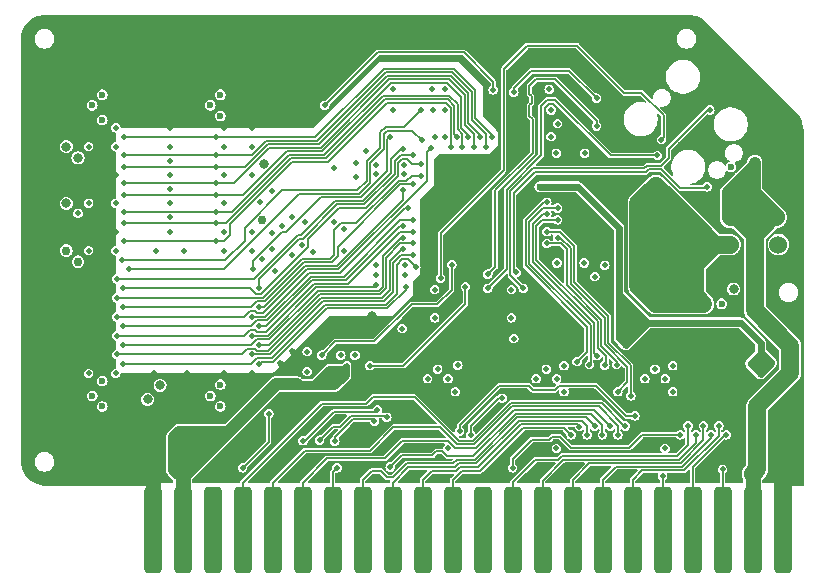
<source format=gbl>
G04 #@! TF.GenerationSoftware,KiCad,Pcbnew,8.0.5*
G04 #@! TF.CreationDate,2024-10-02T03:22:58-04:00*
G04 #@! TF.ProjectId,RAM2GS,52414d32-4753-42e6-9b69-6361645f7063,2.2*
G04 #@! TF.SameCoordinates,Original*
G04 #@! TF.FileFunction,Copper,L4,Bot*
G04 #@! TF.FilePolarity,Positive*
%FSLAX46Y46*%
G04 Gerber Fmt 4.6, Leading zero omitted, Abs format (unit mm)*
G04 Created by KiCad (PCBNEW 8.0.5) date 2024-10-02 03:22:58*
%MOMM*%
%LPD*%
G01*
G04 APERTURE LIST*
G04 Aperture macros list*
%AMRoundRect*
0 Rectangle with rounded corners*
0 $1 Rounding radius*
0 $2 $3 $4 $5 $6 $7 $8 $9 X,Y pos of 4 corners*
0 Add a 4 corners polygon primitive as box body*
4,1,4,$2,$3,$4,$5,$6,$7,$8,$9,$2,$3,0*
0 Add four circle primitives for the rounded corners*
1,1,$1+$1,$2,$3*
1,1,$1+$1,$4,$5*
1,1,$1+$1,$6,$7*
1,1,$1+$1,$8,$9*
0 Add four rect primitives between the rounded corners*
20,1,$1+$1,$2,$3,$4,$5,0*
20,1,$1+$1,$4,$5,$6,$7,0*
20,1,$1+$1,$6,$7,$8,$9,0*
20,1,$1+$1,$8,$9,$2,$3,0*%
G04 Aperture macros list end*
G04 #@! TA.AperFunction,SMDPad,CuDef*
%ADD10RoundRect,0.381000X-0.381000X-3.289000X0.381000X-3.289000X0.381000X3.289000X-0.381000X3.289000X0*%
G04 #@! TD*
G04 #@! TA.AperFunction,ComponentPad*
%ADD11C,2.000000*%
G04 #@! TD*
G04 #@! TA.AperFunction,ViaPad*
%ADD12C,0.500000*%
G04 #@! TD*
G04 #@! TA.AperFunction,ViaPad*
%ADD13C,1.524000*%
G04 #@! TD*
G04 #@! TA.AperFunction,ViaPad*
%ADD14C,0.762000*%
G04 #@! TD*
G04 #@! TA.AperFunction,ViaPad*
%ADD15C,0.800000*%
G04 #@! TD*
G04 #@! TA.AperFunction,ViaPad*
%ADD16C,1.000000*%
G04 #@! TD*
G04 #@! TA.AperFunction,ViaPad*
%ADD17C,0.600000*%
G04 #@! TD*
G04 #@! TA.AperFunction,ViaPad*
%ADD18C,0.508000*%
G04 #@! TD*
G04 #@! TA.AperFunction,Conductor*
%ADD19C,1.270000*%
G04 #@! TD*
G04 #@! TA.AperFunction,Conductor*
%ADD20C,0.500000*%
G04 #@! TD*
G04 #@! TA.AperFunction,Conductor*
%ADD21C,1.524000*%
G04 #@! TD*
G04 #@! TA.AperFunction,Conductor*
%ADD22C,0.150000*%
G04 #@! TD*
G04 #@! TA.AperFunction,Conductor*
%ADD23C,1.000000*%
G04 #@! TD*
G04 #@! TA.AperFunction,Conductor*
%ADD24C,0.508000*%
G04 #@! TD*
G04 #@! TA.AperFunction,Conductor*
%ADD25C,0.600000*%
G04 #@! TD*
G04 APERTURE END LIST*
D10*
X110998000Y-135282000D03*
X108458000Y-135282000D03*
X105918000Y-135282000D03*
X103378000Y-135282000D03*
X100838000Y-135282000D03*
X98298000Y-135282000D03*
X95758000Y-135282000D03*
X93218000Y-135282000D03*
X90678000Y-135282000D03*
X88138000Y-135282000D03*
X85598000Y-135282000D03*
X83058000Y-135282000D03*
X80518000Y-135282000D03*
X77978000Y-135282000D03*
X75438000Y-135282000D03*
X72898000Y-135282000D03*
X70358000Y-135282000D03*
X67818000Y-135282000D03*
X65278000Y-135282000D03*
X62738000Y-135282000D03*
X60198000Y-135282000D03*
X57658000Y-135282000D03*
D11*
X110998000Y-130175000D03*
D12*
X112014000Y-100965000D03*
X74168000Y-130937000D03*
X102108000Y-130937000D03*
X64008000Y-130937000D03*
D13*
X57658000Y-130556000D03*
D12*
X104648000Y-130937000D03*
X61722000Y-130937000D03*
X106680000Y-95377000D03*
X94488000Y-130937000D03*
X46990000Y-117983000D03*
X46990000Y-112903000D03*
X46990000Y-107823000D03*
X81788000Y-130937000D03*
X91948000Y-130937000D03*
X89408000Y-130937000D03*
X97028000Y-130937000D03*
X69088000Y-130937000D03*
X112014000Y-117729000D03*
X79248000Y-130937000D03*
X76708000Y-130937000D03*
X71628000Y-130937000D03*
X86868000Y-130937000D03*
X84328000Y-130937000D03*
X66548000Y-130937000D03*
X109347000Y-98044000D03*
X66050000Y-101250000D03*
X63750000Y-101250000D03*
X66050000Y-102850000D03*
X66050000Y-122050000D03*
X52250000Y-110050000D03*
X54550000Y-110050000D03*
X63750000Y-102850000D03*
X63750000Y-122050000D03*
X66050000Y-111650000D03*
X63750000Y-107650000D03*
X59150000Y-108850000D03*
X60550000Y-122050000D03*
X59150000Y-106450000D03*
X57750000Y-122050000D03*
X59150000Y-104050000D03*
X63750000Y-111650000D03*
D14*
X50350000Y-110150000D03*
X51350000Y-105200000D03*
D12*
X51350000Y-109300000D03*
X57950000Y-111650000D03*
X60350000Y-111650000D03*
X59150000Y-110050000D03*
X59150000Y-107650000D03*
X59150000Y-102850000D03*
X59150000Y-101250000D03*
X59150000Y-105250000D03*
D15*
X50350000Y-106150000D03*
X51350000Y-100400000D03*
X50350000Y-101350000D03*
D12*
X54550000Y-105250000D03*
X99568000Y-130937000D03*
X106807000Y-130937000D03*
X74100000Y-127250000D03*
X89150000Y-129550000D03*
X89800000Y-128400000D03*
X89150000Y-127250000D03*
X80600000Y-128400000D03*
X79950000Y-127250000D03*
X81950000Y-129150000D03*
X68050000Y-127750000D03*
X91000000Y-127150000D03*
X100550000Y-127750000D03*
X112014000Y-127889000D03*
X112014000Y-112649000D03*
D13*
X106600000Y-113450000D03*
X110450000Y-113450000D03*
D12*
X81500000Y-127250000D03*
X73850000Y-109850000D03*
X50038000Y-115443000D03*
X50038000Y-120523000D03*
X46990000Y-123063000D03*
X104800000Y-114950000D03*
X107162600Y-129870200D03*
X112014000Y-107569000D03*
X46990000Y-102743000D03*
X105100000Y-109050000D03*
X103800000Y-98550000D03*
X96950000Y-100450000D03*
X77200000Y-126750000D03*
X86800000Y-125000000D03*
X73850000Y-111650000D03*
X49911000Y-131064000D03*
X46990000Y-128143000D03*
X87150000Y-113050000D03*
X84900000Y-117800000D03*
X85100000Y-121050000D03*
X90500000Y-119100000D03*
X92200000Y-100100000D03*
X94500000Y-108300000D03*
X90750000Y-120700000D03*
X75550000Y-124100000D03*
X93650000Y-101850000D03*
X83200000Y-105800000D03*
X86150000Y-106800000D03*
X60060000Y-99799000D03*
X46990000Y-97663000D03*
X98171000Y-92202000D03*
X88011000Y-92202000D03*
X82931000Y-92202000D03*
X67691000Y-92202000D03*
X62611000Y-92202000D03*
X52451000Y-92202000D03*
X52451000Y-97282000D03*
X93662500Y-98107500D03*
X70231000Y-99822000D03*
X50038000Y-99822000D03*
X50038000Y-94742000D03*
X107150000Y-118500000D03*
X93091000Y-92202000D03*
X77851000Y-92202000D03*
X72771000Y-92202000D03*
X57531000Y-92202000D03*
X86650000Y-99700000D03*
X66800000Y-107550000D03*
X87900000Y-99750000D03*
X92750000Y-119100000D03*
X99150000Y-102850000D03*
D16*
X111550000Y-105550000D03*
D12*
X107550000Y-127300000D03*
X78050000Y-98000000D03*
X80750000Y-117350000D03*
D17*
X64900000Y-122700000D03*
X74650000Y-118650000D03*
X90100000Y-124000000D03*
D12*
X78950000Y-105200000D03*
X54991000Y-94742000D03*
X60000000Y-125400000D03*
D15*
X61050000Y-124250000D03*
D17*
X55750000Y-99350000D03*
D12*
X79600000Y-118250000D03*
X82400000Y-102000000D03*
X67800000Y-111550000D03*
X92750000Y-117400000D03*
D17*
X65750000Y-123950000D03*
D12*
X102500000Y-121400000D03*
D17*
X102400000Y-102750000D03*
D12*
X80750000Y-114950000D03*
X95950000Y-111700000D03*
D17*
X54900000Y-123050000D03*
D12*
X84100000Y-123600000D03*
X90050000Y-98000000D03*
X86100000Y-118250000D03*
D17*
X110050000Y-119900000D03*
D12*
X70550000Y-109200000D03*
X69500000Y-108850000D03*
D17*
X101536500Y-101536500D03*
D12*
X90050000Y-99700000D03*
X67800000Y-106600000D03*
X68650000Y-109550000D03*
X99000000Y-128400000D03*
X76600000Y-112900000D03*
D14*
X58350000Y-127550000D03*
D12*
X70850000Y-119400000D03*
D17*
X100200000Y-124850000D03*
X54900000Y-98450000D03*
X110100000Y-126400000D03*
D12*
X94260000Y-104200000D03*
X98350000Y-127250000D03*
D17*
X64900000Y-100600000D03*
D16*
X110350000Y-104200000D03*
D12*
X57531000Y-97282000D03*
D15*
X60000000Y-123050000D03*
D12*
X73050000Y-109250000D03*
X79000000Y-112900000D03*
X93700000Y-118250000D03*
D15*
X110350000Y-106800000D03*
D12*
X68450000Y-121200000D03*
X102500000Y-123600000D03*
D15*
X76250000Y-117200000D03*
D12*
X71750000Y-124000000D03*
X95631000Y-94742000D03*
X66950000Y-112400000D03*
D17*
X54900000Y-100250000D03*
D12*
X89100000Y-98850000D03*
X82400000Y-97950000D03*
D17*
X108250000Y-119900000D03*
D12*
X87250000Y-114950000D03*
X91850000Y-124070000D03*
D17*
X74500000Y-129800000D03*
D16*
X110100000Y-116150000D03*
D12*
X95200000Y-110750000D03*
D17*
X65750000Y-99350000D03*
D12*
X87250000Y-117350000D03*
X91900000Y-111900000D03*
X77851000Y-95377000D03*
X82400000Y-99750000D03*
X78050000Y-99750000D03*
D17*
X55750000Y-123950000D03*
D12*
X76600000Y-105200000D03*
D14*
X57023000Y-128850000D03*
D12*
X64900000Y-124800000D03*
X87900000Y-102000000D03*
X94200000Y-111900000D03*
X93300000Y-123600000D03*
X69500000Y-120150000D03*
X101050000Y-124100000D03*
X82650000Y-124100000D03*
D17*
X64900000Y-98450000D03*
D12*
X87050000Y-119100000D03*
X69050000Y-124400000D03*
D17*
X73500000Y-124000000D03*
X99300000Y-124000000D03*
X54900000Y-124850000D03*
D12*
X91850000Y-104200000D03*
X74850000Y-105400000D03*
D17*
X80900000Y-124000000D03*
D12*
X88138000Y-130048000D03*
X102350000Y-127250000D03*
X95750000Y-127250000D03*
X77775000Y-129975000D03*
X65278000Y-130048000D03*
X67500000Y-125450000D03*
X97700000Y-126500000D03*
X97050000Y-127250000D03*
X96400000Y-126500000D03*
X93100000Y-127250000D03*
X95100000Y-126500000D03*
X94450000Y-127250000D03*
X93800000Y-126550000D03*
X103000000Y-126500000D03*
X103650000Y-127250000D03*
X104300000Y-126500000D03*
X104950000Y-127250000D03*
X105600000Y-126500000D03*
X106250000Y-127250000D03*
X105918000Y-130175000D03*
X83650000Y-126950000D03*
X100838000Y-130746500D03*
X98500000Y-125650000D03*
X73279000Y-130048000D03*
X76450000Y-126100000D03*
X73100000Y-127800000D03*
X70400000Y-127750000D03*
X76700000Y-125150000D03*
X71800000Y-127700000D03*
X77500000Y-125750000D03*
X84600000Y-127250000D03*
X87249000Y-124142500D03*
X66050000Y-110050000D03*
D18*
X54550000Y-102850000D03*
X54550000Y-111650000D03*
D17*
X63400000Y-123000000D03*
D15*
X51350000Y-103800000D03*
X50350000Y-107650000D03*
X50350000Y-102850000D03*
D18*
X54550000Y-101250000D03*
D14*
X66950000Y-109100000D03*
D12*
X51350000Y-108500000D03*
D14*
X50350000Y-111650000D03*
X51350000Y-112600000D03*
D12*
X63750000Y-110050000D03*
X63750000Y-105250000D03*
X66050000Y-105250000D03*
X54550000Y-122050000D03*
X52250000Y-122050000D03*
X52250000Y-111650000D03*
X52250000Y-107650000D03*
X52250000Y-102850000D03*
X54550000Y-107650000D03*
X91875000Y-122500000D03*
X101075000Y-122500000D03*
X82675000Y-122500000D03*
D16*
X104300000Y-116150000D03*
X102300000Y-116150000D03*
X100300000Y-116150000D03*
X100300000Y-111650000D03*
X100300000Y-108650000D03*
X100300000Y-110150000D03*
X100300000Y-113150000D03*
X100300000Y-114650000D03*
D13*
X102300000Y-108150000D03*
X104150000Y-111150000D03*
X110650000Y-111150000D03*
X102300000Y-114150000D03*
D12*
X78800000Y-118250000D03*
X88250000Y-119100000D03*
D17*
X53400000Y-122700000D03*
D12*
X92500000Y-123600000D03*
D15*
X106850000Y-114900000D03*
X58300000Y-123050000D03*
D12*
X74850000Y-104200000D03*
D17*
X62550000Y-99350000D03*
D12*
X70350000Y-111150000D03*
X94250000Y-103400000D03*
X78950000Y-104400000D03*
D17*
X105850000Y-116150000D03*
X53400000Y-100600000D03*
X62550000Y-123950000D03*
X52550000Y-99350000D03*
D13*
X106550000Y-111150000D03*
D12*
X91400000Y-102000000D03*
X79000000Y-113700000D03*
X91400000Y-99750000D03*
D17*
X52550000Y-123950000D03*
D16*
X100300000Y-106150000D03*
D15*
X67100000Y-104300000D03*
D12*
X101700000Y-121400000D03*
X76600000Y-113700000D03*
X101700000Y-123600000D03*
D17*
X106625000Y-104575000D03*
D12*
X82650000Y-128400000D03*
X73050000Y-104650000D03*
X81550000Y-102000000D03*
X81550000Y-114950000D03*
X90150000Y-122500000D03*
X99350000Y-122500000D03*
D17*
X53400000Y-124850000D03*
D12*
X94200000Y-112700000D03*
X81550000Y-117350000D03*
X91000000Y-121700000D03*
X91950000Y-100900000D03*
D15*
X57250000Y-124250000D03*
D17*
X63400000Y-100250000D03*
D12*
X83300000Y-123600000D03*
X69500000Y-112000000D03*
D17*
X53400000Y-98450000D03*
D12*
X81800000Y-121700000D03*
X81300000Y-98000000D03*
X88050000Y-117350000D03*
X81400000Y-99750000D03*
X95950000Y-112900000D03*
X80950000Y-122500000D03*
D17*
X63400000Y-124850000D03*
D12*
X73600000Y-120500000D03*
X70750000Y-120200000D03*
X67800000Y-110150000D03*
X91900000Y-112700000D03*
X71250000Y-111750000D03*
X91850000Y-103400000D03*
X83500000Y-121350000D03*
X101050000Y-128400000D03*
D17*
X63400000Y-98450000D03*
D12*
X88050000Y-114950000D03*
X91850000Y-128400000D03*
X100200000Y-121700000D03*
X68050000Y-113400000D03*
X95100000Y-113850000D03*
X91250000Y-98000000D03*
X74800000Y-120500000D03*
X70750000Y-121900000D03*
X75700000Y-103250000D03*
X76600000Y-104400000D03*
X92500000Y-121400000D03*
X84150000Y-114700000D03*
X76050000Y-121400000D03*
X91050000Y-107550000D03*
X93600000Y-121050000D03*
X91950000Y-108050000D03*
X94650000Y-121300000D03*
X95300000Y-120550000D03*
X91050000Y-108550000D03*
X95950000Y-121350000D03*
X91950000Y-109050000D03*
X96950000Y-121300000D03*
X91050000Y-111050000D03*
X91950000Y-110550000D03*
X97050000Y-123600000D03*
X91050000Y-110050000D03*
X98150000Y-123950000D03*
D18*
X63050000Y-102050000D03*
X55250000Y-102050000D03*
D12*
X86400000Y-102000000D03*
X55250000Y-104550000D03*
X63050000Y-104550000D03*
X85400000Y-102000000D03*
D18*
X55250000Y-103550000D03*
X63050000Y-103550000D03*
D12*
X85900000Y-102900000D03*
X63050000Y-105950000D03*
D18*
X55250000Y-105950000D03*
D12*
X84900000Y-102900000D03*
X63050000Y-110850000D03*
D18*
X55250000Y-110850000D03*
D12*
X82900000Y-102900000D03*
D18*
X55250000Y-108350000D03*
D12*
X63050000Y-108350000D03*
X83900000Y-102900000D03*
X55250000Y-109350000D03*
X63050000Y-109350000D03*
X83400000Y-102000000D03*
X63050000Y-106950000D03*
X55250000Y-106950000D03*
X84400000Y-102000000D03*
X95250000Y-98750000D03*
X88250000Y-98250000D03*
X66150000Y-113250000D03*
X77750000Y-102000000D03*
X66650000Y-114850000D03*
X79750000Y-103550000D03*
X66700000Y-116450000D03*
X78850000Y-106550000D03*
X66100000Y-117250000D03*
X79300000Y-108050000D03*
X66700000Y-118050000D03*
X78850000Y-109550000D03*
X66100000Y-118850000D03*
X76600000Y-114550000D03*
X66700000Y-119650000D03*
X79750000Y-111050000D03*
X66100000Y-120450000D03*
X79750000Y-112050000D03*
X66700000Y-121250000D03*
X79100000Y-114700000D03*
X55200000Y-121250000D03*
X79950000Y-113050000D03*
X54650000Y-120450000D03*
X78850000Y-111550000D03*
X55200000Y-119650000D03*
X78850000Y-110550000D03*
X54650000Y-118850000D03*
X79750000Y-110050000D03*
X55200000Y-118050000D03*
X79750000Y-109050000D03*
X54650000Y-117250000D03*
X81200000Y-103000000D03*
X55200000Y-116450000D03*
X79750000Y-106050000D03*
X54650000Y-115650000D03*
X80400000Y-105300000D03*
X55200000Y-114850000D03*
X80400000Y-104300000D03*
X54650000Y-114050000D03*
X78850000Y-103050000D03*
X55650000Y-113250000D03*
X80450000Y-102300000D03*
D18*
X55100000Y-112450000D03*
D12*
X80400000Y-99750000D03*
X88450000Y-113500000D03*
X104600000Y-106250000D03*
X100400000Y-103600000D03*
X86050000Y-114850000D03*
X89050000Y-114850000D03*
X104850000Y-99750000D03*
X95250000Y-101100000D03*
X86050000Y-113650000D03*
D13*
X108458000Y-130556000D03*
X60198000Y-130556000D03*
D12*
X73475000Y-122500000D03*
D13*
X106600000Y-108850000D03*
X108650000Y-107150000D03*
D12*
X72600000Y-121650000D03*
D13*
X110450000Y-108850000D03*
D15*
X59750000Y-127550000D03*
D16*
X108650000Y-104200000D03*
X107500000Y-105550000D03*
D12*
X74100000Y-121400000D03*
D17*
X91650000Y-106250000D03*
X97750000Y-119650000D03*
X110050000Y-121100000D03*
X90450000Y-106250000D03*
X109150000Y-122100000D03*
D12*
X108300000Y-121200000D03*
X82050000Y-114000000D03*
X100750000Y-102250000D03*
X72000000Y-120500000D03*
X83000000Y-112850000D03*
X72250000Y-99350000D03*
X86500000Y-98050000D03*
D19*
X57658000Y-130556000D02*
X57658000Y-135382000D01*
D20*
X68450000Y-121200000D02*
X68600000Y-121350000D01*
X69500000Y-120150000D02*
X69650000Y-120300000D01*
D21*
X110998000Y-135382000D02*
X110998000Y-130175000D01*
D22*
X88138000Y-130048000D02*
X88138000Y-129276000D01*
X88138000Y-129276000D02*
X89764000Y-127650000D01*
X92150000Y-127400000D02*
X93083500Y-128333500D01*
X99100000Y-127250000D02*
X102350000Y-127250000D01*
X91250000Y-127650000D02*
X91500000Y-127400000D01*
X91500000Y-127400000D02*
X92150000Y-127400000D01*
X98016500Y-128333500D02*
X99100000Y-127250000D01*
X89764000Y-127650000D02*
X91250000Y-127650000D01*
X93083500Y-128333500D02*
X98016500Y-128333500D01*
X77775000Y-129975000D02*
X78750000Y-129000000D01*
X81350000Y-129000000D02*
X81700000Y-128650000D01*
X84800000Y-129050000D02*
X88400010Y-125449990D01*
X82199981Y-128650000D02*
X82599981Y-129050000D01*
X82599981Y-129050000D02*
X84800000Y-129050000D01*
X88400010Y-125449990D02*
X94749990Y-125449990D01*
X94749990Y-125449990D02*
X95750000Y-126450000D01*
X81700000Y-128650000D02*
X82199981Y-128650000D01*
X95750000Y-126450000D02*
X95750000Y-127250000D01*
X78750000Y-129000000D02*
X81350000Y-129000000D01*
X67500000Y-125450000D02*
X67500000Y-127850000D01*
X65302000Y-130048000D02*
X65278000Y-130048000D01*
X67500000Y-127850000D02*
X65302000Y-130048000D01*
X97700000Y-126550000D02*
X95699960Y-124549960D01*
X65278000Y-131318000D02*
X65278000Y-135382000D01*
X75750000Y-124600000D02*
X71996000Y-124600000D01*
X79874278Y-124050000D02*
X76300000Y-124050000D01*
X83574268Y-127749990D02*
X79874278Y-124050000D01*
X71996000Y-124600000D02*
X65278000Y-131318000D01*
X84790898Y-127749990D02*
X83574268Y-127749990D01*
X76300000Y-124050000D02*
X75750000Y-124600000D01*
X87990928Y-124549960D02*
X84790898Y-127749990D01*
X95699960Y-124549960D02*
X87990928Y-124549960D01*
X83450000Y-128050000D02*
X82000000Y-126600000D01*
X82000000Y-126600000D02*
X78050000Y-126600000D01*
X95437470Y-124849970D02*
X88115196Y-124849970D01*
X67818000Y-131318000D02*
X67818000Y-135382000D01*
X70536000Y-128600000D02*
X67818000Y-131318000D01*
X88115196Y-124849970D02*
X84915166Y-128050000D01*
X76050000Y-128600000D02*
X70536000Y-128600000D01*
X84915166Y-128050000D02*
X83450000Y-128050000D01*
X97050000Y-127250000D02*
X97050000Y-126462500D01*
X97050000Y-126462500D02*
X95437470Y-124849970D01*
X78050000Y-126600000D02*
X76050000Y-128600000D01*
X78800000Y-127750000D02*
X82700000Y-127750000D01*
X72426000Y-129250000D02*
X77300000Y-129250000D01*
X85052305Y-128350000D02*
X88252325Y-125149980D01*
X70358000Y-135382000D02*
X70358000Y-131318000D01*
X88252325Y-125149980D02*
X95049980Y-125149980D01*
X95049980Y-125149980D02*
X96400000Y-126500000D01*
X82700000Y-127750000D02*
X83300000Y-128350000D01*
X83300000Y-128350000D02*
X85052305Y-128350000D01*
X70358000Y-131318000D02*
X72426000Y-129250000D01*
X77300000Y-129250000D02*
X78800000Y-127750000D01*
X93100000Y-127250000D02*
X92500000Y-126650000D01*
X83058000Y-131064000D02*
X83058000Y-135382000D01*
X85398000Y-130302000D02*
X83820000Y-130302000D01*
X83820000Y-130302000D02*
X83058000Y-131064000D01*
X89050000Y-126650000D02*
X85398000Y-130302000D01*
X92500000Y-126650000D02*
X89050000Y-126650000D01*
X76200000Y-130302000D02*
X76993750Y-130302000D01*
X88550000Y-125750000D02*
X94350000Y-125750000D01*
X75438000Y-131064000D02*
X76200000Y-130302000D01*
X94350000Y-125750000D02*
X95100000Y-126500000D01*
X76993750Y-130302000D02*
X77541750Y-130850000D01*
X84950000Y-129350000D02*
X88550000Y-125750000D01*
X79203000Y-129667000D02*
X83121500Y-129667000D01*
X83438500Y-129350000D02*
X84950000Y-129350000D01*
X77541750Y-130850000D02*
X78020000Y-130850000D01*
X75438000Y-135382000D02*
X75438000Y-131064000D01*
X78020000Y-130850000D02*
X79203000Y-129667000D01*
X83121500Y-129667000D02*
X83438500Y-129350000D01*
X83248500Y-129984500D02*
X79315500Y-129984500D01*
X83566000Y-129667000D02*
X83248500Y-129984500D01*
X79315500Y-129984500D02*
X77978000Y-131322000D01*
X94450000Y-127250000D02*
X94450000Y-126500000D01*
X94450000Y-126500000D02*
X94000000Y-126050000D01*
X77978000Y-131322000D02*
X77978000Y-135382000D01*
X88700000Y-126050000D02*
X85083000Y-129667000D01*
X94000000Y-126050000D02*
X88700000Y-126050000D01*
X85083000Y-129667000D02*
X83566000Y-129667000D01*
X88850000Y-126350000D02*
X85215500Y-129984500D01*
X85215500Y-129984500D02*
X83693000Y-129984500D01*
X93600000Y-126350000D02*
X88850000Y-126350000D01*
X93800000Y-126550000D02*
X93600000Y-126350000D01*
X81280000Y-130302000D02*
X80518000Y-131064000D01*
X83693000Y-129984500D02*
X83375500Y-130302000D01*
X80518000Y-131064000D02*
X80518000Y-135382000D01*
X83375500Y-130302000D02*
X81280000Y-130302000D01*
X92000000Y-129350000D02*
X90050000Y-129350000D01*
X102090000Y-129050000D02*
X92300000Y-129050000D01*
X103000000Y-126500000D02*
X103000000Y-128140000D01*
X90050000Y-129350000D02*
X88138000Y-131262000D01*
X88138000Y-131262000D02*
X88138000Y-135382000D01*
X92300000Y-129050000D02*
X92000000Y-129350000D01*
X103000000Y-128140000D02*
X102090000Y-129050000D01*
X102234500Y-129350000D02*
X92450000Y-129350000D01*
X103650000Y-127934500D02*
X102234500Y-129350000D01*
X90678000Y-131122000D02*
X90678000Y-135382000D01*
X92450000Y-129350000D02*
X90678000Y-131122000D01*
X103650000Y-127250000D02*
X103650000Y-127934500D01*
X93218000Y-131082000D02*
X93218000Y-135382000D01*
X94650000Y-129650000D02*
X93218000Y-131082000D01*
X104300000Y-126500000D02*
X104300000Y-127729000D01*
X102379000Y-129650000D02*
X94650000Y-129650000D01*
X104300000Y-127729000D02*
X102379000Y-129650000D01*
X102523500Y-129950000D02*
X96875000Y-129950000D01*
X104950000Y-127523500D02*
X102523500Y-129950000D01*
X95758000Y-131067000D02*
X95758000Y-135382000D01*
X104950000Y-127250000D02*
X104950000Y-127523500D01*
X96875000Y-129950000D02*
X95758000Y-131067000D01*
X99112000Y-130250000D02*
X98298000Y-131064000D01*
X105600000Y-127318000D02*
X102668000Y-130250000D01*
X102668000Y-130250000D02*
X99112000Y-130250000D01*
X98298000Y-131064000D02*
X98298000Y-135382000D01*
X105600000Y-126500000D02*
X105600000Y-127318000D01*
X106112500Y-127250000D02*
X103378000Y-129984500D01*
X103378000Y-129984500D02*
X103378000Y-135382000D01*
X106250000Y-127250000D02*
X106112500Y-127250000D01*
X105918000Y-130175000D02*
X105918000Y-135382000D01*
X91700000Y-123450000D02*
X92050000Y-123100000D01*
X95200000Y-123100000D02*
X97750000Y-125650000D01*
X89500000Y-123100000D02*
X89850000Y-123450000D01*
X97750000Y-125650000D02*
X98500000Y-125650000D01*
X100838000Y-130746500D02*
X100838000Y-135382000D01*
X86975000Y-123100000D02*
X89500000Y-123100000D01*
X92050000Y-123100000D02*
X95200000Y-123100000D01*
X89850000Y-123450000D02*
X91700000Y-123450000D01*
X83650000Y-126425000D02*
X86975000Y-123100000D01*
X83650000Y-126950000D02*
X83650000Y-126425000D01*
X73279000Y-130048000D02*
X72898000Y-130429000D01*
X76300000Y-125950000D02*
X74600000Y-125950000D01*
X72898000Y-130429000D02*
X72898000Y-135382000D01*
X76450000Y-126100000D02*
X76300000Y-125950000D01*
X74600000Y-125950000D02*
X73100000Y-127450000D01*
X73100000Y-127450000D02*
X73100000Y-127800000D01*
X70400000Y-127750000D02*
X70550000Y-127750000D01*
X76550000Y-125300000D02*
X76700000Y-125150000D01*
X73000000Y-125300000D02*
X76550000Y-125300000D01*
X70550000Y-127750000D02*
X73000000Y-125300000D01*
X77500000Y-125750000D02*
X77375000Y-125625000D01*
X74475000Y-125625000D02*
X73550000Y-126550000D01*
X77375000Y-125625000D02*
X74475000Y-125625000D01*
X72950000Y-126550000D02*
X71800000Y-127700000D01*
X73550000Y-126550000D02*
X72950000Y-126550000D01*
X86957500Y-124142500D02*
X84600000Y-126500000D01*
X84600000Y-126500000D02*
X84600000Y-127250000D01*
X87249000Y-124142500D02*
X86957500Y-124142500D01*
D21*
X102300000Y-113000000D02*
X104150000Y-111150000D01*
X100300000Y-116150000D02*
X102300000Y-114150000D01*
X102300000Y-108150000D02*
X102300000Y-109300000D01*
X102300000Y-114150000D02*
X100300000Y-112150000D01*
X101300000Y-111150000D02*
X100300000Y-110150000D01*
X100300000Y-106150000D02*
X98800000Y-107650000D01*
X102300000Y-108150000D02*
X102300000Y-114150000D01*
X103600000Y-115450000D02*
X103600000Y-111700000D01*
X104300000Y-116150000D02*
X103600000Y-115450000D01*
X100300000Y-110150000D02*
X102300000Y-108150000D01*
X102300000Y-114150000D02*
X100300000Y-114150000D01*
X102300000Y-109300000D02*
X104150000Y-111150000D01*
X104300000Y-116150000D02*
X102300000Y-114150000D01*
X106550000Y-111150000D02*
X104150000Y-111150000D01*
X102300000Y-108150000D02*
X100300000Y-106150000D01*
X104150000Y-111150000D02*
X101300000Y-111150000D01*
X98800000Y-107650000D02*
X98800000Y-114650000D01*
X103600000Y-111700000D02*
X104150000Y-111150000D01*
X98800000Y-114650000D02*
X100300000Y-116150000D01*
X105300000Y-111150000D02*
X106550000Y-111150000D01*
X100300000Y-106150000D02*
X100300000Y-116150000D01*
X104300000Y-116150000D02*
X100300000Y-116150000D01*
X101300000Y-111150000D02*
X100300000Y-112150000D01*
X102300000Y-112150000D02*
X100300000Y-110150000D01*
X100300000Y-108150000D02*
X102300000Y-108150000D01*
X102300000Y-114150000D02*
X105300000Y-111150000D01*
X102300000Y-114150000D02*
X102300000Y-113000000D01*
X102300000Y-110150000D02*
X100300000Y-112150000D01*
X104150000Y-110000000D02*
X104150000Y-111150000D01*
X102300000Y-108150000D02*
X102300000Y-110150000D01*
X102300000Y-116150000D02*
X102300000Y-114150000D01*
X102300000Y-108150000D02*
X105300000Y-111150000D01*
X102300000Y-114150000D02*
X102300000Y-112150000D01*
X102300000Y-108150000D02*
X104150000Y-110000000D01*
D22*
X78900000Y-121400000D02*
X76050000Y-121400000D01*
X84150000Y-114700000D02*
X84150000Y-116150000D01*
X84150000Y-116150000D02*
X78900000Y-121400000D01*
X93600000Y-121050000D02*
X94450000Y-120200000D01*
X90800000Y-107550000D02*
X91050000Y-107550000D01*
X89250000Y-109100000D02*
X90800000Y-107550000D01*
X94450000Y-118100000D02*
X89250000Y-112900000D01*
X94450000Y-120200000D02*
X94450000Y-118100000D01*
X89250000Y-112900000D02*
X89250000Y-109100000D01*
X91950000Y-108050000D02*
X90750000Y-108050000D01*
X90750000Y-108050000D02*
X89550000Y-109250000D01*
X94750000Y-117950000D02*
X94750000Y-121200000D01*
X89550000Y-112750000D02*
X94750000Y-117950000D01*
X89550000Y-109250000D02*
X89550000Y-112750000D01*
X94750000Y-121200000D02*
X94650000Y-121300000D01*
X95050000Y-117800000D02*
X89850000Y-112600000D01*
X89850000Y-109400000D02*
X90700000Y-108550000D01*
X90700000Y-108550000D02*
X91050000Y-108550000D01*
X89850000Y-112600000D02*
X89850000Y-109400000D01*
X95300000Y-120550000D02*
X95050000Y-120300000D01*
X95050000Y-120300000D02*
X95050000Y-117800000D01*
X90150000Y-112450000D02*
X95350000Y-117650000D01*
X95350000Y-119900000D02*
X96050000Y-120600000D01*
X90650000Y-109050000D02*
X90150000Y-109550000D01*
X95350000Y-117650000D02*
X95350000Y-119900000D01*
X96050000Y-121250000D02*
X95950000Y-121350000D01*
X96050000Y-120600000D02*
X96050000Y-121250000D01*
X90150000Y-109550000D02*
X90150000Y-112450000D01*
X91950000Y-109050000D02*
X90650000Y-109050000D01*
X92750000Y-114600000D02*
X92750000Y-111550000D01*
X92250000Y-111050000D02*
X91050000Y-111050000D01*
X96950000Y-121300000D02*
X96950000Y-121050000D01*
X96950000Y-121050000D02*
X95650000Y-119750000D01*
X95650000Y-117500000D02*
X92750000Y-114600000D01*
X95650000Y-119750000D02*
X95650000Y-117500000D01*
X92750000Y-111550000D02*
X92250000Y-111050000D01*
X97850000Y-122800000D02*
X97050000Y-123600000D01*
X95950000Y-119600000D02*
X97850000Y-121500000D01*
X97850000Y-121500000D02*
X97850000Y-122800000D01*
X91950000Y-110550000D02*
X92200000Y-110550000D01*
X95950000Y-117350000D02*
X95950000Y-119600000D01*
X93050000Y-111400000D02*
X93050000Y-114450000D01*
X93050000Y-114450000D02*
X95950000Y-117350000D01*
X92200000Y-110550000D02*
X93050000Y-111400000D01*
X98150000Y-123950000D02*
X98150000Y-121350000D01*
X98150000Y-121350000D02*
X96250000Y-119450000D01*
X92150000Y-110050000D02*
X91050000Y-110050000D01*
X96250000Y-117200000D02*
X93350000Y-114300000D01*
X93350000Y-111250000D02*
X92150000Y-110050000D01*
X93350000Y-114300000D02*
X93350000Y-111250000D01*
X96250000Y-119450000D02*
X96250000Y-117200000D01*
X55250000Y-102050000D02*
X63050000Y-102050000D01*
X85000000Y-98050000D02*
X85000000Y-100450000D01*
X71450000Y-102050000D02*
X77250000Y-96250000D01*
X63050000Y-102050000D02*
X71450000Y-102050000D01*
X85000000Y-100450000D02*
X86400000Y-101850000D01*
X83200000Y-96250000D02*
X85000000Y-98050000D01*
X77250000Y-96250000D02*
X83200000Y-96250000D01*
X86400000Y-101850000D02*
X86400000Y-102000000D01*
X55250000Y-104550000D02*
X63050000Y-104550000D01*
X84400000Y-98350000D02*
X82900000Y-96850000D01*
X77550000Y-96850000D02*
X71750000Y-102650000D01*
X67400000Y-102650000D02*
X65500000Y-104550000D01*
X85400000Y-101850000D02*
X84400000Y-100850000D01*
X71750000Y-102650000D02*
X67400000Y-102650000D01*
X65500000Y-104550000D02*
X63050000Y-104550000D01*
X85400000Y-102000000D02*
X85400000Y-101850000D01*
X84400000Y-100850000D02*
X84400000Y-98350000D01*
X82900000Y-96850000D02*
X77550000Y-96850000D01*
X59399998Y-103550000D02*
X55250000Y-103550000D01*
X63050000Y-103550000D02*
X59399998Y-103550000D01*
X85900000Y-101800000D02*
X84700000Y-100600000D01*
X71600000Y-102350000D02*
X67250000Y-102350000D01*
X77400000Y-96550000D02*
X71600000Y-102350000D01*
X84700000Y-100600000D02*
X84700000Y-98200000D01*
X84700000Y-98200000D02*
X83050000Y-96550000D01*
X85900000Y-102900000D02*
X85900000Y-101800000D01*
X66050000Y-103550000D02*
X63050000Y-103550000D01*
X67250000Y-102350000D02*
X66050000Y-103550000D01*
X83050000Y-96550000D02*
X77400000Y-96550000D01*
X56909338Y-105950000D02*
X55250000Y-105950000D01*
X63050000Y-105950000D02*
X56909338Y-105950000D01*
X84100000Y-101000000D02*
X84900000Y-101800000D01*
X84100000Y-98500000D02*
X84100000Y-101000000D01*
X77700000Y-97150000D02*
X82750000Y-97150000D01*
X63050000Y-105950000D02*
X64550000Y-105950000D01*
X64550000Y-105950000D02*
X67550000Y-102950000D01*
X84900000Y-101800000D02*
X84900000Y-102900000D01*
X82750000Y-97150000D02*
X84100000Y-98500000D01*
X71900000Y-102950000D02*
X77700000Y-97150000D01*
X67550000Y-102950000D02*
X71900000Y-102950000D01*
X55250000Y-110850000D02*
X63050000Y-110850000D01*
X82900000Y-102900000D02*
X82900000Y-99550000D01*
X64250000Y-110300000D02*
X63700000Y-110850000D01*
X63700000Y-110850000D02*
X63100000Y-110850000D01*
X64250000Y-109400000D02*
X64250000Y-110300000D01*
X82500000Y-99150000D02*
X77500000Y-99150000D01*
X82900000Y-99550000D02*
X82500000Y-99150000D01*
X77500000Y-99150000D02*
X72500000Y-104150000D01*
X69500000Y-104150000D02*
X64250000Y-109400000D01*
X72500000Y-104150000D02*
X69500000Y-104150000D01*
X55250000Y-108350000D02*
X63050000Y-108350000D01*
X82800000Y-98550000D02*
X77200000Y-98550000D01*
X83500000Y-101400000D02*
X83500000Y-99250000D01*
X64400000Y-108350000D02*
X63100000Y-108350000D01*
X83900000Y-102900000D02*
X83900000Y-101800000D01*
X72200000Y-103550000D02*
X69200000Y-103550000D01*
X83900000Y-101800000D02*
X83500000Y-101400000D01*
X69200000Y-103550000D02*
X64400000Y-108350000D01*
X83500000Y-99250000D02*
X82800000Y-98550000D01*
X77200000Y-98550000D02*
X72200000Y-103550000D01*
X63050000Y-109350000D02*
X55250000Y-109350000D01*
X69350000Y-103850000D02*
X63850000Y-109350000D01*
X72350000Y-103850000D02*
X69350000Y-103850000D01*
X63850000Y-109350000D02*
X63050000Y-109350000D01*
X77350000Y-98850000D02*
X72350000Y-103850000D01*
X83200000Y-101800000D02*
X83200000Y-99400000D01*
X82650000Y-98850000D02*
X77350000Y-98850000D01*
X83400000Y-102000000D02*
X83200000Y-101800000D01*
X83200000Y-99400000D02*
X82650000Y-98850000D01*
X63050000Y-106950000D02*
X61499998Y-106950000D01*
X61499998Y-106950000D02*
X55250000Y-106950000D01*
X69050000Y-103250000D02*
X72050000Y-103250000D01*
X72050000Y-103250000D02*
X77850000Y-97450000D01*
X84400000Y-101850000D02*
X84400000Y-102000000D01*
X83800000Y-98650000D02*
X83800000Y-101250000D01*
X63050000Y-106950000D02*
X65350000Y-106950000D01*
X77850000Y-97450000D02*
X82600000Y-97450000D01*
X82600000Y-97450000D02*
X83800000Y-98650000D01*
X65350000Y-106950000D02*
X69050000Y-103250000D01*
X83800000Y-101250000D02*
X84400000Y-101850000D01*
X88250000Y-98250000D02*
X88250000Y-97900000D01*
X88250000Y-97900000D02*
X89700000Y-96450000D01*
X89700000Y-96450000D02*
X92950000Y-96450000D01*
X92950000Y-96450000D02*
X95250000Y-98750000D01*
X77550000Y-104950000D02*
X77550000Y-102200000D01*
X66150000Y-112500000D02*
X68600000Y-110050000D01*
X71900000Y-107150000D02*
X75350000Y-107150000D01*
X77550000Y-102200000D02*
X77750000Y-102000000D01*
X69000000Y-110050000D02*
X71900000Y-107150000D01*
X68600000Y-110050000D02*
X69000000Y-110050000D01*
X75350000Y-107150000D02*
X77550000Y-104950000D01*
X66150000Y-113250000D02*
X66150000Y-112500000D01*
X79750000Y-103550000D02*
X78675000Y-103550000D01*
X78150000Y-105200000D02*
X75600000Y-107750000D01*
X70100000Y-110650000D02*
X66650000Y-114100000D01*
X78675000Y-103550000D02*
X78150000Y-104075000D01*
X73300000Y-107750000D02*
X70400000Y-110650000D01*
X75600000Y-107750000D02*
X73300000Y-107750000D01*
X66650000Y-114100000D02*
X66650000Y-114850000D01*
X70400000Y-110650000D02*
X70100000Y-110650000D01*
X78150000Y-104075000D02*
X78150000Y-105200000D01*
X67100000Y-116450000D02*
X70600000Y-112950000D01*
X66700000Y-116450000D02*
X67100000Y-116450000D01*
X78850000Y-107350000D02*
X78850000Y-106550000D01*
X73250000Y-112950000D02*
X78850000Y-107350000D01*
X70600000Y-112950000D02*
X73250000Y-112950000D01*
X67200000Y-117250000D02*
X66100000Y-117250000D01*
X70900000Y-113550000D02*
X67200000Y-117250000D01*
X79050000Y-108050000D02*
X73550000Y-113550000D01*
X73550000Y-113550000D02*
X70900000Y-113550000D01*
X79300000Y-108050000D02*
X79050000Y-108050000D01*
X67300000Y-118050000D02*
X66700000Y-118050000D01*
X78600000Y-109550000D02*
X74000000Y-114150000D01*
X78850000Y-109550000D02*
X78600000Y-109550000D01*
X71200000Y-114150000D02*
X67300000Y-118050000D01*
X74000000Y-114150000D02*
X71200000Y-114150000D01*
X67400000Y-118850000D02*
X71500000Y-114750000D01*
X76400000Y-114750000D02*
X76600000Y-114550000D01*
X71500000Y-114750000D02*
X76400000Y-114750000D01*
X66100000Y-118850000D02*
X67400000Y-118850000D01*
X79750000Y-111050000D02*
X78650000Y-111050000D01*
X76950000Y-115350000D02*
X71800000Y-115350000D01*
X71800000Y-115350000D02*
X67500000Y-119650000D01*
X77450000Y-112250000D02*
X77450000Y-114850000D01*
X77450000Y-114850000D02*
X76950000Y-115350000D01*
X67500000Y-119650000D02*
X66700000Y-119650000D01*
X78650000Y-111050000D02*
X77450000Y-112250000D01*
X78050000Y-115150000D02*
X77250000Y-115950000D01*
X78050000Y-112700000D02*
X78050000Y-115150000D01*
X72100000Y-115950000D02*
X67600000Y-120450000D01*
X67600000Y-120450000D02*
X66100000Y-120450000D01*
X78700000Y-112050000D02*
X78050000Y-112700000D01*
X79750000Y-112050000D02*
X78700000Y-112050000D01*
X77250000Y-115950000D02*
X72100000Y-115950000D01*
X77550000Y-116550000D02*
X72400000Y-116550000D01*
X72400000Y-116550000D02*
X67900000Y-121050000D01*
X66900000Y-121050000D02*
X66700000Y-121250000D01*
X79100000Y-115000000D02*
X77550000Y-116550000D01*
X67900000Y-121050000D02*
X66900000Y-121050000D01*
X79100000Y-114700000D02*
X79100000Y-115000000D01*
X67750000Y-120750000D02*
X72250000Y-116250000D01*
X66500000Y-120750000D02*
X67750000Y-120750000D01*
X78800000Y-112400000D02*
X79300000Y-112400000D01*
X79300000Y-112400000D02*
X79950000Y-113050000D01*
X77400000Y-116250000D02*
X78350000Y-115300000D01*
X66000000Y-121250000D02*
X66500000Y-120750000D01*
X78350000Y-112850000D02*
X78800000Y-112400000D01*
X72250000Y-116250000D02*
X77400000Y-116250000D01*
X78350000Y-115300000D02*
X78350000Y-112850000D01*
X55200000Y-121250000D02*
X66000000Y-121250000D01*
X65200000Y-120450000D02*
X65700000Y-119950000D01*
X66500000Y-120150000D02*
X67450000Y-120150000D01*
X65700000Y-119950000D02*
X66300000Y-119950000D01*
X67450000Y-120150000D02*
X71950000Y-115650000D01*
X77750000Y-115000000D02*
X77750000Y-112550000D01*
X66300000Y-119950000D02*
X66500000Y-120150000D01*
X77750000Y-112550000D02*
X78750000Y-111550000D01*
X78750000Y-111550000D02*
X78850000Y-111550000D01*
X71950000Y-115650000D02*
X77100000Y-115650000D01*
X54650000Y-120450000D02*
X65200000Y-120450000D01*
X77100000Y-115650000D02*
X77750000Y-115000000D01*
X66500000Y-119150000D02*
X66000000Y-119650000D01*
X66000000Y-119650000D02*
X55200000Y-119650000D01*
X76800000Y-115050000D02*
X71650000Y-115050000D01*
X78850000Y-110550000D02*
X78700000Y-110550000D01*
X77150000Y-114700000D02*
X76800000Y-115050000D01*
X78700000Y-110550000D02*
X77150000Y-112100000D01*
X77150000Y-112100000D02*
X77150000Y-114700000D01*
X67550000Y-119150000D02*
X66500000Y-119150000D01*
X71650000Y-115050000D02*
X67550000Y-119150000D01*
X74250000Y-114450000D02*
X71350000Y-114450000D01*
X65900000Y-118350000D02*
X65400000Y-118850000D01*
X67250000Y-118550000D02*
X66500000Y-118550000D01*
X66500000Y-118550000D02*
X66300000Y-118350000D01*
X79750000Y-110050000D02*
X78650000Y-110050000D01*
X78650000Y-110050000D02*
X74250000Y-114450000D01*
X71350000Y-114450000D02*
X67250000Y-118550000D01*
X66300000Y-118350000D02*
X65900000Y-118350000D01*
X65400000Y-118850000D02*
X54650000Y-118850000D01*
X66000000Y-118050000D02*
X55200000Y-118050000D01*
X66500000Y-117550000D02*
X66000000Y-118050000D01*
X67350000Y-117550000D02*
X66500000Y-117550000D01*
X78650000Y-109050000D02*
X73850000Y-113850000D01*
X79750000Y-109050000D02*
X78650000Y-109050000D01*
X73850000Y-113850000D02*
X71050000Y-113850000D01*
X71050000Y-113850000D02*
X67350000Y-117550000D01*
X67050000Y-116950000D02*
X66500000Y-116950000D01*
X66500000Y-116950000D02*
X66300000Y-116750000D01*
X81200000Y-103000000D02*
X80900000Y-103300000D01*
X65400000Y-117250000D02*
X54650000Y-117250000D01*
X80900000Y-103300000D02*
X80900000Y-105750000D01*
X73400000Y-113250000D02*
X70750000Y-113250000D01*
X80900000Y-105750000D02*
X73400000Y-113250000D01*
X70750000Y-113250000D02*
X67050000Y-116950000D01*
X66300000Y-116750000D02*
X65900000Y-116750000D01*
X65900000Y-116750000D02*
X65400000Y-117250000D01*
X73350000Y-111350000D02*
X73350000Y-112125000D01*
X70450000Y-112650000D02*
X72825000Y-112650000D01*
X72825000Y-112650000D02*
X73350000Y-112125000D01*
X66500000Y-115950000D02*
X67150000Y-115950000D01*
X66000000Y-116450000D02*
X66500000Y-115950000D01*
X78650000Y-106050000D02*
X73350000Y-111350000D01*
X55200000Y-116450000D02*
X66000000Y-116450000D01*
X67150000Y-115950000D02*
X70450000Y-112650000D01*
X79750000Y-106050000D02*
X78650000Y-106050000D01*
X78500000Y-105750000D02*
X74900000Y-109350000D01*
X73050000Y-109950000D02*
X73050000Y-112000000D01*
X73050000Y-112000000D02*
X72700000Y-112350000D01*
X79600000Y-105300000D02*
X79150000Y-105750000D01*
X80400000Y-105300000D02*
X79600000Y-105300000D01*
X72700000Y-112350000D02*
X70300000Y-112350000D01*
X73650000Y-109350000D02*
X73050000Y-109950000D01*
X79150000Y-105750000D02*
X78500000Y-105750000D01*
X70300000Y-112350000D02*
X67000000Y-115650000D01*
X74900000Y-109350000D02*
X73650000Y-109350000D01*
X67000000Y-115650000D02*
X54650000Y-115650000D01*
X79600000Y-104300000D02*
X80400000Y-104300000D01*
X75750000Y-108050000D02*
X78450000Y-105350000D01*
X78450000Y-105350000D02*
X78450000Y-104200000D01*
X65950000Y-114850000D02*
X66450000Y-115350000D01*
X78750000Y-103900000D02*
X79200000Y-103900000D01*
X70850000Y-110650000D02*
X73450000Y-108050000D01*
X78450000Y-104200000D02*
X78750000Y-103900000D01*
X79200000Y-103900000D02*
X79600000Y-104300000D01*
X66850000Y-115350000D02*
X70850000Y-111350000D01*
X55200000Y-114850000D02*
X65950000Y-114850000D01*
X73450000Y-108050000D02*
X75750000Y-108050000D01*
X66450000Y-115350000D02*
X66850000Y-115350000D01*
X70850000Y-111350000D02*
X70850000Y-110650000D01*
X69950000Y-110350000D02*
X70250000Y-110350000D01*
X70250000Y-110350000D02*
X73150000Y-107450000D01*
X77850000Y-103900000D02*
X78700000Y-103050000D01*
X73150000Y-107450000D02*
X75475000Y-107450000D01*
X78700000Y-103050000D02*
X78850000Y-103050000D01*
X75475000Y-107450000D02*
X77850000Y-105075000D01*
X77850000Y-105075000D02*
X77850000Y-103900000D01*
X66250000Y-114050000D02*
X69950000Y-110350000D01*
X54650000Y-114050000D02*
X66250000Y-114050000D01*
X76100000Y-104225000D02*
X76100000Y-105900000D01*
X70100000Y-106850000D02*
X63700000Y-113250000D01*
X80450000Y-102300000D02*
X79650000Y-101500000D01*
X77250000Y-103075000D02*
X76100000Y-104225000D01*
X63700000Y-113250000D02*
X55650000Y-113250000D01*
X76100000Y-105900000D02*
X75150000Y-106850000D01*
X75150000Y-106850000D02*
X70100000Y-106850000D01*
X79650000Y-101500000D02*
X77550000Y-101500000D01*
X77250000Y-101800000D02*
X77250000Y-103075000D01*
X77550000Y-101500000D02*
X77250000Y-101800000D01*
X75800000Y-104100000D02*
X75800000Y-105750000D01*
X63800000Y-112450000D02*
X55100000Y-112450000D01*
X77400000Y-101200000D02*
X76950000Y-101650000D01*
X80400000Y-99750000D02*
X78950000Y-101200000D01*
X76950000Y-102950000D02*
X75800000Y-104100000D01*
X65450000Y-110800000D02*
X63800000Y-112450000D01*
X78950000Y-101200000D02*
X77400000Y-101200000D01*
X75000000Y-106550000D02*
X68600000Y-106550000D01*
X76950000Y-101650000D02*
X76950000Y-102950000D01*
X75800000Y-105750000D02*
X75000000Y-106550000D01*
X65450000Y-109700000D02*
X65450000Y-110800000D01*
X68600000Y-106550000D02*
X65450000Y-109700000D01*
X100750000Y-104750000D02*
X102350000Y-106350000D01*
X88450000Y-113500000D02*
X88250000Y-113300000D01*
X102350000Y-106350000D02*
X104500000Y-106350000D01*
X99450000Y-105000000D02*
X99700000Y-104750000D01*
X88250000Y-113300000D02*
X88250000Y-106800000D01*
X99700000Y-104750000D02*
X100750000Y-104750000D01*
X104500000Y-106350000D02*
X104600000Y-106250000D01*
X88250000Y-106800000D02*
X90050000Y-105000000D01*
X90050000Y-105000000D02*
X99450000Y-105000000D01*
X90550000Y-103600000D02*
X87650000Y-106500000D01*
X90550000Y-99400000D02*
X90550000Y-103600000D01*
X96450000Y-103600000D02*
X91750000Y-98900000D01*
X87650000Y-106500000D02*
X87650000Y-113250000D01*
X91750000Y-98900000D02*
X91050000Y-98900000D01*
X91050000Y-98900000D02*
X90550000Y-99400000D01*
X100400000Y-103600000D02*
X96450000Y-103600000D01*
X87650000Y-113250000D02*
X86050000Y-114850000D01*
X87950000Y-113750000D02*
X87950000Y-106650000D01*
X99550000Y-104450000D02*
X100700000Y-104450000D01*
X89050000Y-114850000D02*
X87950000Y-113750000D01*
X101350000Y-103800000D02*
X101350000Y-103050000D01*
X100700000Y-104450000D02*
X101350000Y-103800000D01*
X104650000Y-99750000D02*
X104850000Y-99750000D01*
X99300000Y-104700000D02*
X99550000Y-104450000D01*
X87950000Y-106650000D02*
X89900000Y-104700000D01*
X89900000Y-104700000D02*
X99300000Y-104700000D01*
X101350000Y-103050000D02*
X104650000Y-99750000D01*
X89850000Y-100550000D02*
X89850000Y-103350000D01*
X95250000Y-101100000D02*
X95250000Y-100650000D01*
X89750000Y-98600000D02*
X89750000Y-99150000D01*
X90100000Y-97150000D02*
X89550000Y-97700000D01*
X91750000Y-97150000D02*
X90100000Y-97150000D01*
X89550000Y-99350000D02*
X89550000Y-100250000D01*
X95250000Y-100650000D02*
X91750000Y-97150000D01*
X86650000Y-106550000D02*
X86650000Y-113050000D01*
X86650000Y-113050000D02*
X86050000Y-113650000D01*
X89850000Y-103350000D02*
X86650000Y-106550000D01*
X89550000Y-100250000D02*
X89850000Y-100550000D01*
X89550000Y-97700000D02*
X89550000Y-98400000D01*
X89550000Y-98400000D02*
X89750000Y-98600000D01*
X89750000Y-99150000D02*
X89550000Y-99350000D01*
D19*
X108458000Y-130556000D02*
X108458000Y-135382000D01*
D21*
X106600000Y-108850000D02*
X108300000Y-107150000D01*
X108300000Y-107150000D02*
X108650000Y-107150000D01*
X107150000Y-108850000D02*
X106600000Y-108850000D01*
X108650000Y-110350000D02*
X107150000Y-108850000D01*
D23*
X71650000Y-122950000D02*
X73025000Y-122950000D01*
D21*
X108850000Y-124800000D02*
X111650000Y-122000000D01*
D23*
X59450000Y-130200000D02*
X59450000Y-127450000D01*
D20*
X70950000Y-122950000D02*
X71650000Y-122950000D01*
D21*
X110150000Y-108850000D02*
X110450000Y-108850000D01*
D20*
X74100000Y-121400000D02*
X73475000Y-122025000D01*
D19*
X60198000Y-130556000D02*
X60198000Y-135382000D01*
D23*
X71650000Y-122950000D02*
X72100000Y-122500000D01*
X60198000Y-130556000D02*
X59806000Y-130556000D01*
X59900000Y-127000000D02*
X59450000Y-127450000D01*
X107500000Y-107950000D02*
X107500000Y-105550000D01*
D24*
X63750000Y-127000000D02*
X68050000Y-122700000D01*
D23*
X62150000Y-127850000D02*
X61150000Y-127850000D01*
X108650000Y-104200000D02*
X108650000Y-107150000D01*
D20*
X74100000Y-121400000D02*
X73850000Y-121650000D01*
X72600000Y-121650000D02*
X73100000Y-121650000D01*
D23*
X62150000Y-127850000D02*
X60198000Y-129802000D01*
D20*
X74100000Y-122250000D02*
X73600000Y-122750000D01*
D23*
X106350000Y-106700000D02*
X106350000Y-108600000D01*
D21*
X107500000Y-107950000D02*
X106600000Y-108850000D01*
D20*
X71300000Y-122950000D02*
X72600000Y-121650000D01*
X68050000Y-123200000D02*
X67800000Y-122950000D01*
X67800000Y-122950000D02*
X68050000Y-122700000D01*
D23*
X107500000Y-105550000D02*
X106600000Y-106450000D01*
D21*
X108650000Y-107150000D02*
X108750000Y-107150000D01*
D23*
X67800000Y-123300000D02*
X63850000Y-127250000D01*
D21*
X111650000Y-122000000D02*
X111650000Y-119700000D01*
D23*
X72100000Y-122500000D02*
X73475000Y-122500000D01*
D20*
X74100000Y-121400000D02*
X74100000Y-122250000D01*
D21*
X108650000Y-116700000D02*
X108650000Y-107150000D01*
D20*
X73475000Y-122025000D02*
X73475000Y-122500000D01*
D23*
X59450000Y-127450000D02*
X59650000Y-127250000D01*
D20*
X68050000Y-122700000D02*
X69950000Y-122700000D01*
D21*
X108650000Y-110350000D02*
X110150000Y-108850000D01*
D20*
X69950000Y-122700000D02*
X70200000Y-122950000D01*
D21*
X60198000Y-130556000D02*
X59750000Y-130108000D01*
D23*
X108650000Y-104200000D02*
X108650000Y-104400000D01*
D20*
X73100000Y-121650000D02*
X73475000Y-122025000D01*
D23*
X63850000Y-127250000D02*
X63500000Y-127250000D01*
D21*
X108650000Y-107150000D02*
X107500000Y-106000000D01*
D24*
X73150000Y-123200000D02*
X68250000Y-123200000D01*
D23*
X64100000Y-127000000D02*
X60300000Y-127000000D01*
X73025000Y-122950000D02*
X73475000Y-122500000D01*
D21*
X60198000Y-130556000D02*
X60198000Y-127998000D01*
D20*
X70200000Y-122950000D02*
X71300000Y-122950000D01*
D23*
X60198000Y-130556000D02*
X60198000Y-129752000D01*
D21*
X108458000Y-130556000D02*
X108850000Y-130164000D01*
D20*
X73150000Y-123200000D02*
X68050000Y-123200000D01*
X74100000Y-121875000D02*
X73475000Y-122500000D01*
D23*
X106600000Y-106450000D02*
X106600000Y-108850000D01*
X59806000Y-130556000D02*
X59450000Y-130200000D01*
X59450000Y-129808000D02*
X59450000Y-127450000D01*
X60300000Y-127000000D02*
X59900000Y-127000000D01*
D24*
X59750000Y-127550000D02*
X60300000Y-127000000D01*
D20*
X74100000Y-121400000D02*
X74100000Y-121875000D01*
D23*
X60198000Y-130556000D02*
X60198000Y-128802000D01*
D20*
X74100000Y-122250000D02*
X73150000Y-123200000D01*
D23*
X108650000Y-104400000D02*
X107500000Y-105550000D01*
D20*
X73600000Y-122750000D02*
X71950000Y-122750000D01*
D23*
X63850000Y-127250000D02*
X60198000Y-130902000D01*
X107500000Y-105550000D02*
X106350000Y-106700000D01*
D21*
X60198000Y-127998000D02*
X59750000Y-127550000D01*
D24*
X68250000Y-123200000D02*
X64200000Y-127250000D01*
D23*
X60198000Y-130902000D02*
X60198000Y-135282000D01*
D20*
X73850000Y-121650000D02*
X72600000Y-121650000D01*
D21*
X111650000Y-119700000D02*
X108650000Y-116700000D01*
X59750000Y-130108000D02*
X59750000Y-127550000D01*
X108750000Y-107150000D02*
X110450000Y-108850000D01*
D23*
X62750000Y-127250000D02*
X62150000Y-127850000D01*
X106350000Y-108600000D02*
X106600000Y-108850000D01*
D20*
X71750000Y-122500000D02*
X72600000Y-121650000D01*
D24*
X73475000Y-122500000D02*
X73450000Y-122500000D01*
D21*
X108850000Y-130164000D02*
X108850000Y-124800000D01*
D23*
X60198000Y-130556000D02*
X59450000Y-129808000D01*
X60198000Y-128802000D02*
X61150000Y-127850000D01*
D20*
X67800000Y-122950000D02*
X70950000Y-122950000D01*
D24*
X64200000Y-127250000D02*
X63500000Y-127250000D01*
D23*
X63500000Y-127250000D02*
X62750000Y-127250000D01*
D24*
X73450000Y-122500000D02*
X72600000Y-121650000D01*
D20*
X70200000Y-122950000D02*
X70950000Y-122950000D01*
D23*
X60198000Y-129802000D02*
X60198000Y-130556000D01*
D25*
X109150000Y-119700000D02*
X109150000Y-119450000D01*
X97150000Y-115300000D02*
X97150000Y-111450000D01*
X109150000Y-119700000D02*
X109150000Y-120200000D01*
X99650000Y-117750000D02*
X99600000Y-117750000D01*
X97150000Y-116100000D02*
X97700000Y-116650000D01*
X110050000Y-121200000D02*
X109150000Y-122100000D01*
X91650000Y-106250000D02*
X93700000Y-106250000D01*
X97150000Y-116100000D02*
X97150000Y-119050000D01*
X108300000Y-121200000D02*
X108400000Y-121100000D01*
X109150000Y-120350000D02*
X108300000Y-121200000D01*
X97150000Y-109700000D02*
X97150000Y-111450000D01*
X93700000Y-106250000D02*
X97150000Y-109700000D01*
X109150000Y-119450000D02*
X107450000Y-117750000D01*
X99650000Y-117750000D02*
X98900000Y-117750000D01*
X98200000Y-119200000D02*
X97750000Y-119650000D01*
X97150000Y-119050000D02*
X97750000Y-119650000D01*
X97750000Y-118900000D02*
X97750000Y-119650000D01*
X108300000Y-121200000D02*
X108300000Y-121250000D01*
X97700000Y-116650000D02*
X98200000Y-117150000D01*
X109150000Y-122100000D02*
X109150000Y-119700000D01*
X97700000Y-119600000D02*
X97750000Y-119650000D01*
X97700000Y-116650000D02*
X97700000Y-119600000D01*
X109150000Y-119700000D02*
X109150000Y-120350000D01*
X98900000Y-117750000D02*
X97750000Y-118900000D01*
X108300000Y-121250000D02*
X109150000Y-122100000D01*
X97150000Y-116100000D02*
X97150000Y-111450000D01*
X109150000Y-120200000D02*
X110050000Y-121100000D01*
X97750000Y-119650000D02*
X99650000Y-117750000D01*
X99600000Y-117750000D02*
X97150000Y-115300000D01*
X98200000Y-117150000D02*
X98200000Y-119200000D01*
X108400000Y-121100000D02*
X110050000Y-121100000D01*
X91650000Y-106250000D02*
X90450000Y-106250000D01*
X98800000Y-117750000D02*
X97150000Y-116100000D01*
X107450000Y-117750000D02*
X98800000Y-117750000D01*
X110050000Y-121100000D02*
X110050000Y-121200000D01*
D22*
X97598000Y-98298000D02*
X99048000Y-98298000D01*
X100950000Y-102050000D02*
X100750000Y-102250000D01*
X100950000Y-100200000D02*
X100950000Y-102050000D01*
X82050000Y-110200000D02*
X87400000Y-104850000D01*
X93600000Y-94300000D02*
X97598000Y-98298000D01*
X82050000Y-114000000D02*
X82050000Y-110200000D01*
X99048000Y-98298000D02*
X100950000Y-100200000D01*
X89350000Y-94300000D02*
X93600000Y-94300000D01*
X87400000Y-96250000D02*
X89350000Y-94300000D01*
X87400000Y-104850000D02*
X87400000Y-96250000D01*
X76450000Y-119350000D02*
X73150000Y-119350000D01*
X79587500Y-116212500D02*
X76450000Y-119350000D01*
X81737500Y-116212500D02*
X79587500Y-116212500D01*
X73150000Y-119350000D02*
X72000000Y-120500000D01*
X83000000Y-114950000D02*
X81737500Y-116212500D01*
X83000000Y-112850000D02*
X83000000Y-114950000D01*
X84019000Y-94869000D02*
X86500000Y-97350000D01*
X72250000Y-99350000D02*
X76731000Y-94869000D01*
X86500000Y-97350000D02*
X86500000Y-98050000D01*
X76731000Y-94869000D02*
X84019000Y-94869000D01*
G04 #@! TA.AperFunction,Conductor*
G36*
X103131185Y-91695437D02*
G01*
X103749282Y-91819056D01*
X103767862Y-91825431D01*
X104256260Y-92069630D01*
X104275492Y-92083492D01*
X112386508Y-100194508D01*
X112400370Y-100213740D01*
X112644568Y-100702137D01*
X112650943Y-100720718D01*
X112774563Y-101338815D01*
X112776000Y-101353328D01*
X112776000Y-131498000D01*
X112754326Y-131550326D01*
X112702000Y-131572000D01*
X111199000Y-131572000D01*
X111146674Y-131550326D01*
X111125000Y-131498000D01*
X111125000Y-131318000D01*
X109317500Y-131318000D01*
X109265174Y-131296326D01*
X109243500Y-131244000D01*
X109243500Y-131091622D01*
X109265174Y-131039296D01*
X109558784Y-130745686D01*
X109558785Y-130745685D01*
X109658647Y-130596231D01*
X109727433Y-130430166D01*
X109762500Y-130253873D01*
X109762500Y-130074127D01*
X109762500Y-125208622D01*
X109784174Y-125156296D01*
X112358784Y-122581686D01*
X112358785Y-122581685D01*
X112458647Y-122432231D01*
X112527433Y-122266166D01*
X112562500Y-122089873D01*
X112562500Y-121910127D01*
X112562500Y-119610127D01*
X112527433Y-119433834D01*
X112509563Y-119390691D01*
X112458649Y-119267773D01*
X112458648Y-119267771D01*
X112458647Y-119267769D01*
X112358785Y-119118315D01*
X112231685Y-118991215D01*
X109584174Y-116343704D01*
X109562500Y-116291378D01*
X109562500Y-115107597D01*
X110679500Y-115107597D01*
X110679500Y-115270403D01*
X110689753Y-115321948D01*
X110711260Y-115430075D01*
X110711263Y-115430085D01*
X110773563Y-115580492D01*
X110773564Y-115580494D01*
X110773565Y-115580495D01*
X110864016Y-115715863D01*
X110979137Y-115830984D01*
X111114505Y-115921435D01*
X111264919Y-115983738D01*
X111424597Y-116015500D01*
X111424599Y-116015500D01*
X111587401Y-116015500D01*
X111587403Y-116015500D01*
X111747081Y-115983738D01*
X111897495Y-115921435D01*
X112032863Y-115830984D01*
X112147984Y-115715863D01*
X112238435Y-115580495D01*
X112300738Y-115430081D01*
X112332500Y-115270403D01*
X112332500Y-115107597D01*
X112300738Y-114947919D01*
X112283019Y-114905142D01*
X112238436Y-114797507D01*
X112205750Y-114748590D01*
X112147984Y-114662137D01*
X112032863Y-114547016D01*
X111995349Y-114521950D01*
X111897492Y-114456563D01*
X111747085Y-114394263D01*
X111747075Y-114394260D01*
X111634911Y-114371950D01*
X111587403Y-114362500D01*
X111424597Y-114362500D01*
X111379331Y-114371503D01*
X111264924Y-114394260D01*
X111264914Y-114394263D01*
X111114507Y-114456563D01*
X110979140Y-114547013D01*
X110864013Y-114662140D01*
X110773563Y-114797507D01*
X110711263Y-114947914D01*
X110711260Y-114947924D01*
X110694021Y-115034593D01*
X110679500Y-115107597D01*
X109562500Y-115107597D01*
X109562500Y-111150000D01*
X109732474Y-111150000D01*
X109750202Y-111318674D01*
X109752525Y-111340769D01*
X109811796Y-111523187D01*
X109811797Y-111523189D01*
X109811798Y-111523191D01*
X109845885Y-111582231D01*
X109907705Y-111689307D01*
X110036054Y-111831855D01*
X110191230Y-111944597D01*
X110191237Y-111944601D01*
X110366469Y-112022619D01*
X110554092Y-112062500D01*
X110554093Y-112062500D01*
X110745907Y-112062500D01*
X110745908Y-112062500D01*
X110933531Y-112022619D01*
X111108763Y-111944601D01*
X111145315Y-111918045D01*
X111263945Y-111831855D01*
X111263947Y-111831853D01*
X111392294Y-111689308D01*
X111488202Y-111523191D01*
X111547476Y-111340764D01*
X111567526Y-111150000D01*
X111547476Y-110959236D01*
X111488202Y-110776809D01*
X111392294Y-110610692D01*
X111372156Y-110588326D01*
X111263945Y-110468144D01*
X111108769Y-110355402D01*
X111108762Y-110355398D01*
X110933532Y-110277381D01*
X110933530Y-110277380D01*
X110785788Y-110245976D01*
X110745908Y-110237500D01*
X110554092Y-110237500D01*
X110521202Y-110244490D01*
X110366469Y-110277380D01*
X110366467Y-110277381D01*
X110191237Y-110355398D01*
X110191230Y-110355402D01*
X110036054Y-110468144D01*
X109907705Y-110610692D01*
X109811796Y-110776812D01*
X109752525Y-110959230D01*
X109752524Y-110959234D01*
X109752524Y-110959236D01*
X109732474Y-111150000D01*
X109562500Y-111150000D01*
X109562500Y-110758622D01*
X109584174Y-110706296D01*
X110045615Y-110244855D01*
X110507630Y-109782839D01*
X110544569Y-109762784D01*
X110545905Y-109762500D01*
X110545908Y-109762500D01*
X110633435Y-109743895D01*
X110634360Y-109743704D01*
X110669977Y-109736620D01*
X110716167Y-109727433D01*
X110719646Y-109726378D01*
X110719659Y-109726423D01*
X110728384Y-109723712D01*
X110733531Y-109722619D01*
X110809426Y-109688827D01*
X110811038Y-109688134D01*
X110882231Y-109658647D01*
X110886997Y-109655461D01*
X110898005Y-109649390D01*
X110908763Y-109644601D01*
X110970699Y-109599600D01*
X110973068Y-109597951D01*
X110983912Y-109590704D01*
X111031685Y-109558785D01*
X111040339Y-109550130D01*
X111049168Y-109542590D01*
X111063945Y-109531855D01*
X111110853Y-109479756D01*
X111113464Y-109477004D01*
X111158785Y-109431685D01*
X111169192Y-109416108D01*
X111175723Y-109407711D01*
X111192294Y-109389308D01*
X111224112Y-109334195D01*
X111226641Y-109330128D01*
X111258647Y-109282231D01*
X111268304Y-109258914D01*
X111272571Y-109250262D01*
X111288202Y-109223191D01*
X111305864Y-109168827D01*
X111307872Y-109163388D01*
X111327430Y-109116174D01*
X111327430Y-109116171D01*
X111327433Y-109116166D01*
X111333617Y-109085077D01*
X111335816Y-109076649D01*
X111342803Y-109055145D01*
X111347476Y-109040764D01*
X111352773Y-108990353D01*
X111353789Y-108983659D01*
X111362500Y-108939873D01*
X111362500Y-108901700D01*
X111362905Y-108893965D01*
X111363779Y-108885646D01*
X111367526Y-108850000D01*
X111362905Y-108806032D01*
X111362500Y-108798298D01*
X111362500Y-108760128D01*
X111360585Y-108750500D01*
X111353788Y-108716333D01*
X111352772Y-108709635D01*
X111350026Y-108683506D01*
X111347476Y-108659236D01*
X111335817Y-108623352D01*
X111333617Y-108614921D01*
X111327434Y-108583840D01*
X111327434Y-108583839D01*
X111327433Y-108583838D01*
X111327433Y-108583834D01*
X111307858Y-108536579D01*
X111305867Y-108531180D01*
X111288202Y-108476809D01*
X111288201Y-108476807D01*
X111288201Y-108476806D01*
X111272578Y-108449746D01*
X111268297Y-108441066D01*
X111266052Y-108435646D01*
X111258647Y-108417769D01*
X111226649Y-108369882D01*
X111224097Y-108365777D01*
X111192298Y-108310699D01*
X111192294Y-108310692D01*
X111175728Y-108292293D01*
X111169193Y-108283891D01*
X111158789Y-108268320D01*
X111158781Y-108268311D01*
X111113492Y-108223021D01*
X111110825Y-108220211D01*
X111063944Y-108168143D01*
X111063943Y-108168142D01*
X111049169Y-108157409D01*
X111040337Y-108149867D01*
X109331687Y-106441217D01*
X109328877Y-106438911D01*
X109330092Y-106437429D01*
X109301919Y-106395248D01*
X109300500Y-106380824D01*
X109300500Y-104243823D01*
X109301040Y-104234903D01*
X109305278Y-104200002D01*
X109305278Y-104199996D01*
X109301040Y-104165096D01*
X109300500Y-104156176D01*
X109300500Y-104135931D01*
X109295412Y-104110355D01*
X109293338Y-104099931D01*
X109292461Y-104094447D01*
X109286237Y-104043182D01*
X109286236Y-104043179D01*
X109279618Y-104025728D01*
X109276230Y-104013920D01*
X109275502Y-104010259D01*
X109275500Y-104010254D01*
X109273783Y-104006109D01*
X109255172Y-103961177D01*
X109254357Y-103959121D01*
X109230222Y-103895482D01*
X109230218Y-103895475D01*
X109188403Y-103834896D01*
X109187823Y-103834042D01*
X109155276Y-103785331D01*
X109155271Y-103785326D01*
X109152965Y-103782515D01*
X109153067Y-103782430D01*
X109147954Y-103776294D01*
X109140484Y-103765472D01*
X109140483Y-103765470D01*
X109128828Y-103755145D01*
X109097733Y-103727597D01*
X109094479Y-103724534D01*
X109093459Y-103723514D01*
X109064669Y-103694724D01*
X109064664Y-103694721D01*
X109064661Y-103694718D01*
X109052402Y-103686526D01*
X109044448Y-103680390D01*
X109022249Y-103660724D01*
X109022242Y-103660719D01*
X109022240Y-103660717D01*
X109013807Y-103656291D01*
X108986242Y-103641823D01*
X108979522Y-103637830D01*
X108958128Y-103623535D01*
X108929299Y-103611594D01*
X108923230Y-103608751D01*
X108882365Y-103587303D01*
X108858890Y-103581517D01*
X108848288Y-103578037D01*
X108839744Y-103574499D01*
X108839742Y-103574498D01*
X108839741Y-103574498D01*
X108793016Y-103565203D01*
X108789746Y-103564475D01*
X108728985Y-103549500D01*
X108571015Y-103549500D01*
X108571014Y-103549500D01*
X108510255Y-103564474D01*
X108506987Y-103565202D01*
X108460255Y-103574499D01*
X108460254Y-103574499D01*
X108451706Y-103578039D01*
X108441109Y-103581517D01*
X108417636Y-103587303D01*
X108376775Y-103608748D01*
X108370709Y-103611589D01*
X108341877Y-103623532D01*
X108341873Y-103623534D01*
X108320477Y-103637830D01*
X108313759Y-103641822D01*
X108277758Y-103660717D01*
X108277755Y-103660719D01*
X108255542Y-103680397D01*
X108247591Y-103686530D01*
X108235337Y-103694718D01*
X108235327Y-103694727D01*
X108205509Y-103724544D01*
X108202257Y-103727605D01*
X108159517Y-103765469D01*
X108152039Y-103776303D01*
X108146927Y-103782437D01*
X108147029Y-103782521D01*
X108144726Y-103785326D01*
X108112221Y-103833973D01*
X108111594Y-103834896D01*
X108069780Y-103895475D01*
X108045638Y-103959129D01*
X108044815Y-103961203D01*
X108024499Y-104010254D01*
X108024498Y-104010258D01*
X108023769Y-104013924D01*
X108020384Y-104025721D01*
X108013762Y-104043182D01*
X108007539Y-104094427D01*
X108006658Y-104099936D01*
X108005215Y-104107194D01*
X107984962Y-104145090D01*
X107085332Y-105044722D01*
X107085330Y-105044724D01*
X107055500Y-105074552D01*
X107052248Y-105077613D01*
X107009516Y-105115470D01*
X107009513Y-105115473D01*
X107002044Y-105126294D01*
X106993472Y-105136580D01*
X105844724Y-106285329D01*
X105844722Y-106285331D01*
X105777504Y-106385932D01*
X105773534Y-106391873D01*
X105724498Y-106510257D01*
X105724497Y-106510260D01*
X105699500Y-106635932D01*
X105699500Y-108664071D01*
X105699856Y-108667684D01*
X105699248Y-108667743D01*
X105699972Y-108683506D01*
X105697224Y-108709644D01*
X105696208Y-108716342D01*
X105687500Y-108760126D01*
X105687500Y-108798298D01*
X105687095Y-108806032D01*
X105682474Y-108849999D01*
X105687095Y-108893965D01*
X105687500Y-108901700D01*
X105687500Y-108939872D01*
X105696209Y-108983657D01*
X105697225Y-108990356D01*
X105702524Y-109040764D01*
X105702525Y-109040767D01*
X105714183Y-109076651D01*
X105716382Y-109085077D01*
X105722565Y-109116160D01*
X105722567Y-109116166D01*
X105729021Y-109131749D01*
X105742129Y-109163394D01*
X105744139Y-109168843D01*
X105761798Y-109223191D01*
X105761798Y-109223192D01*
X105777418Y-109250247D01*
X105781697Y-109258923D01*
X105791351Y-109282227D01*
X105791353Y-109282231D01*
X105823360Y-109330132D01*
X105825903Y-109334223D01*
X105857703Y-109389303D01*
X105857710Y-109389313D01*
X105874271Y-109407706D01*
X105880807Y-109416109D01*
X105891210Y-109431679D01*
X105891216Y-109431686D01*
X105936506Y-109476977D01*
X105939173Y-109479787D01*
X105986050Y-109531851D01*
X105986053Y-109531853D01*
X105986055Y-109531855D01*
X106000831Y-109542590D01*
X106009662Y-109550132D01*
X106018315Y-109558785D01*
X106076962Y-109597971D01*
X106079287Y-109599592D01*
X106141237Y-109644601D01*
X106151986Y-109649386D01*
X106162993Y-109655456D01*
X106167769Y-109658647D01*
X106238957Y-109688133D01*
X106240627Y-109688851D01*
X106316469Y-109722619D01*
X106321611Y-109723711D01*
X106330339Y-109726422D01*
X106330353Y-109726377D01*
X106333829Y-109727431D01*
X106333834Y-109727433D01*
X106333838Y-109727433D01*
X106333839Y-109727434D01*
X106415628Y-109743703D01*
X106416577Y-109743898D01*
X106466683Y-109754548D01*
X106504092Y-109762500D01*
X106510127Y-109762500D01*
X106689873Y-109762500D01*
X106741378Y-109762500D01*
X106793704Y-109784174D01*
X107715826Y-110706296D01*
X107737500Y-110758622D01*
X107737500Y-116789871D01*
X107772565Y-116966160D01*
X107772568Y-116966170D01*
X107841350Y-117132226D01*
X107841352Y-117132229D01*
X107841353Y-117132231D01*
X107856664Y-117155145D01*
X107941214Y-117281684D01*
X110715826Y-120056296D01*
X110737500Y-120108622D01*
X110737500Y-121591378D01*
X110715826Y-121643704D01*
X108141216Y-124218314D01*
X108141214Y-124218315D01*
X108041350Y-124367773D01*
X107972568Y-124533829D01*
X107972565Y-124533839D01*
X107937500Y-124710128D01*
X107937500Y-129755377D01*
X107915826Y-129807703D01*
X107915825Y-129807703D01*
X107867659Y-129855868D01*
X107858832Y-129863408D01*
X107844056Y-129874143D01*
X107844049Y-129874149D01*
X107797164Y-129926221D01*
X107794499Y-129929030D01*
X107749215Y-129974315D01*
X107749210Y-129974321D01*
X107738806Y-129989891D01*
X107732275Y-129998288D01*
X107715708Y-130016689D01*
X107715703Y-130016695D01*
X107683902Y-130071776D01*
X107681346Y-130075886D01*
X107649354Y-130123766D01*
X107639701Y-130147068D01*
X107635422Y-130155743D01*
X107619800Y-130182802D01*
X107619798Y-130182808D01*
X107602138Y-130237160D01*
X107600127Y-130242610D01*
X107580568Y-130289829D01*
X107580566Y-130289835D01*
X107574380Y-130320927D01*
X107572182Y-130329349D01*
X107560525Y-130365229D01*
X107560525Y-130365231D01*
X107560524Y-130365233D01*
X107560524Y-130365236D01*
X107557948Y-130389744D01*
X107555226Y-130415643D01*
X107554209Y-130422343D01*
X107545500Y-130466127D01*
X107545500Y-130504298D01*
X107545095Y-130512032D01*
X107540474Y-130556000D01*
X107545095Y-130599965D01*
X107545500Y-130607700D01*
X107545500Y-130645872D01*
X107554209Y-130689657D01*
X107555225Y-130696356D01*
X107560524Y-130746764D01*
X107560525Y-130746767D01*
X107572183Y-130782651D01*
X107574382Y-130791077D01*
X107580566Y-130822163D01*
X107600129Y-130869394D01*
X107602139Y-130874843D01*
X107619798Y-130929191D01*
X107619798Y-130929192D01*
X107635418Y-130956247D01*
X107639697Y-130964923D01*
X107649353Y-130988232D01*
X107660027Y-131004205D01*
X107672500Y-131045319D01*
X107672500Y-131244000D01*
X107650826Y-131296326D01*
X107598500Y-131318000D01*
X106217500Y-131318000D01*
X106165174Y-131296326D01*
X106143500Y-131244000D01*
X106143500Y-130546543D01*
X106165173Y-130494218D01*
X106246050Y-130413342D01*
X106303646Y-130300304D01*
X106323492Y-130175000D01*
X106303646Y-130049696D01*
X106246050Y-129936658D01*
X106156342Y-129846950D01*
X106043304Y-129789354D01*
X106043302Y-129789353D01*
X106043301Y-129789353D01*
X105918000Y-129769508D01*
X105792698Y-129789353D01*
X105679656Y-129846951D01*
X105589951Y-129936656D01*
X105532353Y-130049698D01*
X105512508Y-130175000D01*
X105532353Y-130300301D01*
X105532353Y-130300302D01*
X105532354Y-130300304D01*
X105589950Y-130413342D01*
X105670826Y-130494218D01*
X105692500Y-130546543D01*
X105692500Y-131244000D01*
X105670826Y-131296326D01*
X105618500Y-131318000D01*
X103677500Y-131318000D01*
X103625174Y-131296326D01*
X103603500Y-131244000D01*
X103603500Y-130108556D01*
X103625173Y-130056231D01*
X106034387Y-127647016D01*
X106086712Y-127625343D01*
X106120308Y-127633410D01*
X106124696Y-127635646D01*
X106124695Y-127635646D01*
X106141827Y-127638359D01*
X106250000Y-127655492D01*
X106375304Y-127635646D01*
X106488342Y-127578050D01*
X106578050Y-127488342D01*
X106635646Y-127375304D01*
X106655492Y-127250000D01*
X106635646Y-127124696D01*
X106578050Y-127011658D01*
X106488342Y-126921950D01*
X106375304Y-126864354D01*
X106375302Y-126864353D01*
X106375301Y-126864353D01*
X106250000Y-126844508D01*
X106124698Y-126864353D01*
X106124696Y-126864353D01*
X106124696Y-126864354D01*
X106110587Y-126871543D01*
X106011656Y-126921951D01*
X105951826Y-126981782D01*
X105899500Y-127003456D01*
X105847174Y-126981782D01*
X105825500Y-126929456D01*
X105825500Y-126871543D01*
X105847173Y-126819218D01*
X105928050Y-126738342D01*
X105985646Y-126625304D01*
X106005492Y-126500000D01*
X105985646Y-126374696D01*
X105928050Y-126261658D01*
X105838342Y-126171950D01*
X105725304Y-126114354D01*
X105725302Y-126114353D01*
X105725301Y-126114353D01*
X105600000Y-126094508D01*
X105474698Y-126114353D01*
X105361656Y-126171951D01*
X105271951Y-126261656D01*
X105214353Y-126374698D01*
X105194508Y-126500000D01*
X105214353Y-126625301D01*
X105214353Y-126625302D01*
X105214354Y-126625304D01*
X105271950Y-126738342D01*
X105352826Y-126819218D01*
X105374500Y-126871543D01*
X105374500Y-126929456D01*
X105352826Y-126981782D01*
X105300500Y-127003456D01*
X105248174Y-126981782D01*
X105188343Y-126921951D01*
X105188342Y-126921950D01*
X105075304Y-126864354D01*
X105075302Y-126864353D01*
X105075301Y-126864353D01*
X104950000Y-126844508D01*
X104824698Y-126864353D01*
X104824696Y-126864353D01*
X104824696Y-126864354D01*
X104810587Y-126871543D01*
X104711656Y-126921951D01*
X104651826Y-126981782D01*
X104599500Y-127003456D01*
X104547174Y-126981782D01*
X104525500Y-126929456D01*
X104525500Y-126871543D01*
X104547173Y-126819218D01*
X104628050Y-126738342D01*
X104685646Y-126625304D01*
X104705492Y-126500000D01*
X104685646Y-126374696D01*
X104628050Y-126261658D01*
X104538342Y-126171950D01*
X104425304Y-126114354D01*
X104425302Y-126114353D01*
X104425301Y-126114353D01*
X104300000Y-126094508D01*
X104174698Y-126114353D01*
X104061656Y-126171951D01*
X103971951Y-126261656D01*
X103914353Y-126374698D01*
X103894508Y-126500000D01*
X103914353Y-126625301D01*
X103914353Y-126625302D01*
X103914354Y-126625304D01*
X103971950Y-126738342D01*
X104052826Y-126819218D01*
X104074500Y-126871543D01*
X104074500Y-126929456D01*
X104052826Y-126981782D01*
X104000500Y-127003456D01*
X103948174Y-126981782D01*
X103888343Y-126921951D01*
X103888342Y-126921950D01*
X103775304Y-126864354D01*
X103775302Y-126864353D01*
X103775301Y-126864353D01*
X103650000Y-126844508D01*
X103524698Y-126864353D01*
X103524696Y-126864353D01*
X103524696Y-126864354D01*
X103510587Y-126871543D01*
X103411656Y-126921951D01*
X103351826Y-126981782D01*
X103299500Y-127003456D01*
X103247174Y-126981782D01*
X103225500Y-126929456D01*
X103225500Y-126871543D01*
X103247173Y-126819218D01*
X103328050Y-126738342D01*
X103385646Y-126625304D01*
X103405492Y-126500000D01*
X103385646Y-126374696D01*
X103328050Y-126261658D01*
X103238342Y-126171950D01*
X103125304Y-126114354D01*
X103125302Y-126114353D01*
X103125301Y-126114353D01*
X103000000Y-126094508D01*
X102874698Y-126114353D01*
X102761656Y-126171951D01*
X102671951Y-126261656D01*
X102614353Y-126374698D01*
X102594508Y-126500000D01*
X102614353Y-126625301D01*
X102614353Y-126625302D01*
X102614354Y-126625304D01*
X102671950Y-126738342D01*
X102752826Y-126819218D01*
X102774500Y-126871543D01*
X102774500Y-126929456D01*
X102752826Y-126981782D01*
X102700500Y-127003456D01*
X102648174Y-126981782D01*
X102588343Y-126921951D01*
X102588342Y-126921950D01*
X102475304Y-126864354D01*
X102475302Y-126864353D01*
X102475301Y-126864353D01*
X102350000Y-126844508D01*
X102224698Y-126864353D01*
X102224696Y-126864353D01*
X102224696Y-126864354D01*
X102210587Y-126871543D01*
X102111656Y-126921951D01*
X102083608Y-126950000D01*
X102030781Y-127002826D01*
X101978457Y-127024500D01*
X99055145Y-127024500D01*
X98972266Y-127058828D01*
X98972263Y-127058830D01*
X97944769Y-128086326D01*
X97892443Y-128108000D01*
X93207558Y-128108000D01*
X93155232Y-128086326D01*
X92351578Y-127282673D01*
X92351578Y-127282672D01*
X92277735Y-127208829D01*
X92232916Y-127190265D01*
X92232915Y-127190264D01*
X92194855Y-127174499D01*
X92105145Y-127174499D01*
X92096533Y-127174499D01*
X92096525Y-127174500D01*
X91455145Y-127174500D01*
X91372266Y-127208828D01*
X91372263Y-127208830D01*
X91178269Y-127402826D01*
X91125943Y-127424500D01*
X89719145Y-127424500D01*
X89636266Y-127458828D01*
X89636263Y-127458831D01*
X87946830Y-129148263D01*
X87936774Y-129172536D01*
X87936774Y-129172539D01*
X87914838Y-129225500D01*
X87912499Y-129231146D01*
X87912499Y-129329466D01*
X87912500Y-129329475D01*
X87912500Y-129676456D01*
X87890826Y-129728782D01*
X87809951Y-129809656D01*
X87752353Y-129922698D01*
X87732508Y-130048000D01*
X87752353Y-130173301D01*
X87752353Y-130173302D01*
X87752354Y-130173304D01*
X87809950Y-130286342D01*
X87899658Y-130376050D01*
X88012696Y-130433646D01*
X88138000Y-130453492D01*
X88263304Y-130433646D01*
X88376342Y-130376050D01*
X88466050Y-130286342D01*
X88523646Y-130173304D01*
X88543492Y-130048000D01*
X88523646Y-129922696D01*
X88466050Y-129809658D01*
X88385174Y-129728782D01*
X88363500Y-129676456D01*
X88363500Y-129400057D01*
X88385174Y-129347731D01*
X89332905Y-128400000D01*
X91444508Y-128400000D01*
X91464353Y-128525301D01*
X91464353Y-128525302D01*
X91464354Y-128525304D01*
X91521950Y-128638342D01*
X91611658Y-128728050D01*
X91724696Y-128785646D01*
X91850000Y-128805492D01*
X91975304Y-128785646D01*
X92088342Y-128728050D01*
X92178050Y-128638342D01*
X92235646Y-128525304D01*
X92255492Y-128400000D01*
X92235646Y-128274696D01*
X92178050Y-128161658D01*
X92088342Y-128071950D01*
X91975304Y-128014354D01*
X91975302Y-128014353D01*
X91975301Y-128014353D01*
X91850000Y-127994508D01*
X91724698Y-128014353D01*
X91611656Y-128071951D01*
X91521951Y-128161656D01*
X91464353Y-128274698D01*
X91444508Y-128400000D01*
X89332905Y-128400000D01*
X89835731Y-127897174D01*
X89888057Y-127875500D01*
X91196525Y-127875500D01*
X91196533Y-127875501D01*
X91205145Y-127875501D01*
X91294854Y-127875501D01*
X91294855Y-127875501D01*
X91353460Y-127851225D01*
X91377736Y-127841170D01*
X91441170Y-127777736D01*
X91441170Y-127777735D01*
X91451576Y-127767329D01*
X91451577Y-127767326D01*
X91547665Y-127671239D01*
X91571733Y-127647173D01*
X91624058Y-127625500D01*
X92025943Y-127625500D01*
X92078268Y-127647173D01*
X92499362Y-128068268D01*
X92892329Y-128461235D01*
X92955763Y-128524669D01*
X92955766Y-128524671D01*
X92980034Y-128534723D01*
X93038645Y-128559000D01*
X97963025Y-128559000D01*
X97963033Y-128559001D01*
X97971645Y-128559001D01*
X98061354Y-128559001D01*
X98061355Y-128559001D01*
X98119960Y-128534725D01*
X98144236Y-128524670D01*
X98207670Y-128461236D01*
X98207670Y-128461235D01*
X98218075Y-128450830D01*
X98218076Y-128450827D01*
X99171732Y-127497174D01*
X99224058Y-127475500D01*
X101978457Y-127475500D01*
X102030781Y-127497173D01*
X102111658Y-127578050D01*
X102224696Y-127635646D01*
X102350000Y-127655492D01*
X102475304Y-127635646D01*
X102588342Y-127578050D01*
X102648174Y-127518218D01*
X102700500Y-127496544D01*
X102752826Y-127518218D01*
X102774500Y-127570544D01*
X102774500Y-128015942D01*
X102752826Y-128068268D01*
X102018269Y-128802826D01*
X101965943Y-128824500D01*
X101370544Y-128824500D01*
X101318218Y-128802826D01*
X101296544Y-128750500D01*
X101318218Y-128698174D01*
X101378050Y-128638342D01*
X101435646Y-128525304D01*
X101455492Y-128400000D01*
X101435646Y-128274696D01*
X101378050Y-128161658D01*
X101288342Y-128071950D01*
X101175304Y-128014354D01*
X101175302Y-128014353D01*
X101175301Y-128014353D01*
X101050000Y-127994508D01*
X100924698Y-128014353D01*
X100811656Y-128071951D01*
X100721951Y-128161656D01*
X100664353Y-128274698D01*
X100644508Y-128400000D01*
X100664353Y-128525301D01*
X100664353Y-128525302D01*
X100664354Y-128525304D01*
X100700974Y-128597174D01*
X100721951Y-128638343D01*
X100781782Y-128698174D01*
X100803456Y-128750500D01*
X100781782Y-128802826D01*
X100729456Y-128824500D01*
X92353475Y-128824500D01*
X92353467Y-128824499D01*
X92344855Y-128824499D01*
X92255145Y-128824499D01*
X92196539Y-128848774D01*
X92196537Y-128848775D01*
X92196536Y-128848774D01*
X92172263Y-128858830D01*
X92133920Y-128897174D01*
X92108830Y-128922264D01*
X92108829Y-128922265D01*
X92017955Y-129013140D01*
X91928269Y-129102826D01*
X91875943Y-129124500D01*
X90005145Y-129124500D01*
X89922266Y-129158828D01*
X89922263Y-129158831D01*
X87946829Y-131134264D01*
X87943785Y-131141615D01*
X87912499Y-131217144D01*
X87912499Y-131244000D01*
X87890825Y-131296326D01*
X87838499Y-131318000D01*
X83357500Y-131318000D01*
X83305174Y-131296326D01*
X83283500Y-131244000D01*
X83283500Y-131188057D01*
X83305174Y-131135731D01*
X83891731Y-130549174D01*
X83944057Y-130527500D01*
X85344525Y-130527500D01*
X85344533Y-130527501D01*
X85353145Y-130527501D01*
X85442854Y-130527501D01*
X85442855Y-130527501D01*
X85501883Y-130503050D01*
X85525736Y-130493170D01*
X85589170Y-130429736D01*
X85589170Y-130429735D01*
X85599575Y-130419330D01*
X85599576Y-130419327D01*
X89121731Y-126897174D01*
X89174057Y-126875500D01*
X92375943Y-126875500D01*
X92428269Y-126897174D01*
X92679685Y-127148590D01*
X92701359Y-127200916D01*
X92700448Y-127212491D01*
X92694507Y-127249999D01*
X92714353Y-127375301D01*
X92714353Y-127375302D01*
X92714354Y-127375304D01*
X92771950Y-127488342D01*
X92861658Y-127578050D01*
X92974696Y-127635646D01*
X93100000Y-127655492D01*
X93225304Y-127635646D01*
X93338342Y-127578050D01*
X93428050Y-127488342D01*
X93485646Y-127375304D01*
X93505492Y-127250000D01*
X93485646Y-127124696D01*
X93428050Y-127011658D01*
X93338342Y-126921950D01*
X93225304Y-126864354D01*
X93225302Y-126864353D01*
X93225301Y-126864353D01*
X93100000Y-126844508D01*
X93099999Y-126844508D01*
X93062491Y-126850448D01*
X93007419Y-126837225D01*
X92998590Y-126829685D01*
X92870731Y-126701826D01*
X92849057Y-126649500D01*
X92870731Y-126597174D01*
X92923057Y-126575500D01*
X93335345Y-126575500D01*
X93387671Y-126597174D01*
X93408434Y-126637925D01*
X93414353Y-126675301D01*
X93414353Y-126675302D01*
X93414354Y-126675304D01*
X93471950Y-126788342D01*
X93561658Y-126878050D01*
X93674696Y-126935646D01*
X93800000Y-126955492D01*
X93925304Y-126935646D01*
X94038342Y-126878050D01*
X94098174Y-126818218D01*
X94150500Y-126796544D01*
X94202826Y-126818218D01*
X94224500Y-126870544D01*
X94224500Y-126878456D01*
X94202826Y-126930782D01*
X94121951Y-127011656D01*
X94064353Y-127124698D01*
X94044508Y-127250000D01*
X94064353Y-127375301D01*
X94064353Y-127375302D01*
X94064354Y-127375304D01*
X94121950Y-127488342D01*
X94211658Y-127578050D01*
X94324696Y-127635646D01*
X94450000Y-127655492D01*
X94575304Y-127635646D01*
X94688342Y-127578050D01*
X94778050Y-127488342D01*
X94835646Y-127375304D01*
X94855492Y-127250000D01*
X94835646Y-127124696D01*
X94778050Y-127011658D01*
X94697174Y-126930782D01*
X94675500Y-126878456D01*
X94675500Y-126820544D01*
X94697174Y-126768218D01*
X94749500Y-126746544D01*
X94801826Y-126768218D01*
X94861658Y-126828050D01*
X94974696Y-126885646D01*
X95100000Y-126905492D01*
X95225304Y-126885646D01*
X95338342Y-126828050D01*
X95398174Y-126768218D01*
X95450500Y-126746544D01*
X95502826Y-126768218D01*
X95524500Y-126820544D01*
X95524500Y-126878456D01*
X95502826Y-126930782D01*
X95421951Y-127011656D01*
X95364353Y-127124698D01*
X95344508Y-127250000D01*
X95364353Y-127375301D01*
X95364353Y-127375302D01*
X95364354Y-127375304D01*
X95421950Y-127488342D01*
X95511658Y-127578050D01*
X95624696Y-127635646D01*
X95750000Y-127655492D01*
X95875304Y-127635646D01*
X95988342Y-127578050D01*
X96078050Y-127488342D01*
X96135646Y-127375304D01*
X96155492Y-127250000D01*
X96135646Y-127124696D01*
X96078050Y-127011658D01*
X95997174Y-126930782D01*
X95975500Y-126878456D01*
X95975500Y-126820544D01*
X95997174Y-126768218D01*
X96049500Y-126746544D01*
X96101826Y-126768218D01*
X96161658Y-126828050D01*
X96274696Y-126885646D01*
X96400000Y-126905492D01*
X96525304Y-126885646D01*
X96638342Y-126828050D01*
X96698174Y-126768218D01*
X96750500Y-126746544D01*
X96802826Y-126768218D01*
X96824500Y-126820544D01*
X96824500Y-126878456D01*
X96802826Y-126930782D01*
X96721951Y-127011656D01*
X96664353Y-127124698D01*
X96644508Y-127250000D01*
X96664353Y-127375301D01*
X96664353Y-127375302D01*
X96664354Y-127375304D01*
X96721950Y-127488342D01*
X96811658Y-127578050D01*
X96924696Y-127635646D01*
X97050000Y-127655492D01*
X97175304Y-127635646D01*
X97288342Y-127578050D01*
X97378050Y-127488342D01*
X97435646Y-127375304D01*
X97455492Y-127250000D01*
X97435646Y-127124696D01*
X97378050Y-127011658D01*
X97297174Y-126930782D01*
X97275500Y-126878456D01*
X97275500Y-126820544D01*
X97297174Y-126768218D01*
X97349500Y-126746544D01*
X97401826Y-126768218D01*
X97461658Y-126828050D01*
X97574696Y-126885646D01*
X97700000Y-126905492D01*
X97825304Y-126885646D01*
X97938342Y-126828050D01*
X98028050Y-126738342D01*
X98085646Y-126625304D01*
X98105492Y-126500000D01*
X98085646Y-126374696D01*
X98028050Y-126261658D01*
X97938342Y-126171950D01*
X97825304Y-126114354D01*
X97825302Y-126114353D01*
X97825301Y-126114353D01*
X97700000Y-126094508D01*
X97699999Y-126094508D01*
X97619327Y-126107284D01*
X97564255Y-126094062D01*
X97555426Y-126086521D01*
X95901538Y-124432633D01*
X95901538Y-124432632D01*
X95827698Y-124358792D01*
X95827696Y-124358790D01*
X95827692Y-124358788D01*
X95803418Y-124348733D01*
X95803418Y-124348732D01*
X95744815Y-124324459D01*
X95655105Y-124324459D01*
X95646493Y-124324459D01*
X95646485Y-124324460D01*
X88044403Y-124324460D01*
X88044395Y-124324459D01*
X88035783Y-124324459D01*
X87946074Y-124324459D01*
X87919067Y-124335646D01*
X87919066Y-124335646D01*
X87863194Y-124358788D01*
X87799757Y-124422225D01*
X85095349Y-127126632D01*
X85043023Y-127148306D01*
X84990697Y-127126632D01*
X84977089Y-127107901D01*
X84928051Y-127011659D01*
X84847174Y-126930782D01*
X84825500Y-126878456D01*
X84825500Y-126624056D01*
X84847173Y-126571731D01*
X86931368Y-124487535D01*
X86983693Y-124465862D01*
X87017286Y-124473927D01*
X87123696Y-124528146D01*
X87123695Y-124528146D01*
X87140827Y-124530859D01*
X87249000Y-124547992D01*
X87374304Y-124528146D01*
X87487342Y-124470550D01*
X87577050Y-124380842D01*
X87634646Y-124267804D01*
X87654492Y-124142500D01*
X87634646Y-124017196D01*
X87577050Y-123904158D01*
X87487342Y-123814450D01*
X87374304Y-123756854D01*
X87374302Y-123756853D01*
X87374301Y-123756853D01*
X87249000Y-123737008D01*
X87123698Y-123756853D01*
X87010656Y-123814451D01*
X86986766Y-123838342D01*
X86920950Y-123904158D01*
X86920949Y-123904159D01*
X86916832Y-123908277D01*
X86915531Y-123906976D01*
X86891897Y-123925593D01*
X86829765Y-123951329D01*
X84408828Y-126372266D01*
X84407906Y-126374494D01*
X84407904Y-126374500D01*
X84374499Y-126455145D01*
X84374499Y-126553466D01*
X84374500Y-126553475D01*
X84374500Y-126878456D01*
X84352826Y-126930782D01*
X84271951Y-127011656D01*
X84214353Y-127124698D01*
X84194508Y-127250000D01*
X84214353Y-127375302D01*
X84214353Y-127375303D01*
X84214354Y-127375304D01*
X84235546Y-127416895D01*
X84239990Y-127473357D01*
X84203208Y-127516424D01*
X84169612Y-127524490D01*
X83698325Y-127524490D01*
X83645999Y-127502816D01*
X83622060Y-127478877D01*
X83600386Y-127426551D01*
X83622060Y-127374225D01*
X83662808Y-127353463D01*
X83775304Y-127335646D01*
X83888342Y-127278050D01*
X83978050Y-127188342D01*
X84035646Y-127075304D01*
X84055492Y-126950000D01*
X84035646Y-126824696D01*
X83978050Y-126711658D01*
X83897174Y-126630782D01*
X83875500Y-126578456D01*
X83875500Y-126549057D01*
X83897174Y-126496731D01*
X87046731Y-123347174D01*
X87099057Y-123325500D01*
X89375943Y-123325500D01*
X89428269Y-123347174D01*
X89654609Y-123573514D01*
X89654612Y-123573518D01*
X89658830Y-123577736D01*
X89722264Y-123641170D01*
X89756595Y-123655390D01*
X89805146Y-123675501D01*
X89805147Y-123675501D01*
X89903467Y-123675501D01*
X89903475Y-123675500D01*
X91646525Y-123675500D01*
X91646533Y-123675501D01*
X91655145Y-123675501D01*
X91744854Y-123675501D01*
X91744855Y-123675501D01*
X91803460Y-123651225D01*
X91827736Y-123641170D01*
X91891170Y-123577736D01*
X91891170Y-123577735D01*
X91901575Y-123567330D01*
X91901576Y-123567327D01*
X91975923Y-123492981D01*
X92028247Y-123471308D01*
X92080573Y-123492982D01*
X92102247Y-123545308D01*
X92101336Y-123556883D01*
X92094508Y-123599998D01*
X92094508Y-123599999D01*
X92114353Y-123725301D01*
X92114353Y-123725302D01*
X92114354Y-123725304D01*
X92171950Y-123838342D01*
X92261658Y-123928050D01*
X92374696Y-123985646D01*
X92500000Y-124005492D01*
X92625304Y-123985646D01*
X92738342Y-123928050D01*
X92828050Y-123838342D01*
X92885646Y-123725304D01*
X92905492Y-123600000D01*
X92885646Y-123474696D01*
X92864448Y-123433094D01*
X92860005Y-123376633D01*
X92896787Y-123333566D01*
X92930383Y-123325500D01*
X95075943Y-123325500D01*
X95128269Y-123347174D01*
X97554609Y-125773514D01*
X97554612Y-125773518D01*
X97558830Y-125777736D01*
X97622264Y-125841170D01*
X97644787Y-125850499D01*
X97644788Y-125850500D01*
X97644789Y-125850500D01*
X97705146Y-125875501D01*
X97803467Y-125875501D01*
X97803475Y-125875500D01*
X98128457Y-125875500D01*
X98180781Y-125897173D01*
X98261658Y-125978050D01*
X98374696Y-126035646D01*
X98500000Y-126055492D01*
X98625304Y-126035646D01*
X98738342Y-125978050D01*
X98828050Y-125888342D01*
X98885646Y-125775304D01*
X98905492Y-125650000D01*
X98885646Y-125524696D01*
X98828050Y-125411658D01*
X98738342Y-125321950D01*
X98625304Y-125264354D01*
X98625302Y-125264353D01*
X98625301Y-125264353D01*
X98500000Y-125244508D01*
X98374698Y-125264353D01*
X98261656Y-125321951D01*
X98239100Y-125344508D01*
X98180781Y-125402826D01*
X98128457Y-125424500D01*
X97874057Y-125424500D01*
X97821731Y-125402826D01*
X95401578Y-122982673D01*
X95401578Y-122982672D01*
X95327737Y-122908831D01*
X95327736Y-122908830D01*
X95321606Y-122906291D01*
X95299835Y-122897273D01*
X95281531Y-122889691D01*
X95244855Y-122874499D01*
X95155145Y-122874499D01*
X95146533Y-122874499D01*
X95146525Y-122874500D01*
X92245544Y-122874500D01*
X92193218Y-122852826D01*
X92171544Y-122800500D01*
X92193218Y-122748174D01*
X92203050Y-122738342D01*
X92260646Y-122625304D01*
X92280492Y-122500000D01*
X92260646Y-122374696D01*
X92203050Y-122261658D01*
X92113342Y-122171950D01*
X92000304Y-122114354D01*
X92000302Y-122114353D01*
X92000301Y-122114353D01*
X91875000Y-122094508D01*
X91749698Y-122114353D01*
X91636656Y-122171951D01*
X91546951Y-122261656D01*
X91489353Y-122374698D01*
X91469508Y-122500000D01*
X91489353Y-122625301D01*
X91489353Y-122625302D01*
X91489354Y-122625304D01*
X91546950Y-122738342D01*
X91636658Y-122828050D01*
X91749696Y-122885646D01*
X91775236Y-122889691D01*
X91823528Y-122919283D01*
X91836750Y-122974355D01*
X91815987Y-123015106D01*
X91628269Y-123202826D01*
X91575943Y-123224500D01*
X89974057Y-123224500D01*
X89921731Y-123202826D01*
X89701578Y-122982673D01*
X89701578Y-122982672D01*
X89627737Y-122908831D01*
X89627736Y-122908830D01*
X89621606Y-122906291D01*
X89599835Y-122897273D01*
X89581531Y-122889691D01*
X89544855Y-122874499D01*
X89455145Y-122874499D01*
X89446533Y-122874499D01*
X89446525Y-122874500D01*
X87028475Y-122874500D01*
X87028467Y-122874499D01*
X87019855Y-122874499D01*
X86930145Y-122874499D01*
X86893469Y-122889691D01*
X86875165Y-122897273D01*
X86847265Y-122908829D01*
X83458830Y-126297264D01*
X83453197Y-126310863D01*
X83424499Y-126380144D01*
X83424499Y-126478466D01*
X83424500Y-126478475D01*
X83424500Y-126578456D01*
X83402826Y-126630782D01*
X83321951Y-126711656D01*
X83264353Y-126824698D01*
X83246537Y-126937189D01*
X83216944Y-126985480D01*
X83161872Y-126998702D01*
X83121122Y-126977939D01*
X80075856Y-123932673D01*
X80075856Y-123932672D01*
X80002016Y-123858832D01*
X80002014Y-123858830D01*
X80002010Y-123858828D01*
X79977736Y-123848773D01*
X79977736Y-123848772D01*
X79919133Y-123824499D01*
X79829423Y-123824499D01*
X79820811Y-123824499D01*
X79820803Y-123824500D01*
X76255145Y-123824500D01*
X76172266Y-123858828D01*
X76172263Y-123858830D01*
X75678269Y-124352826D01*
X75625943Y-124374500D01*
X72049475Y-124374500D01*
X72049467Y-124374499D01*
X72040855Y-124374499D01*
X71951146Y-124374499D01*
X71904770Y-124393709D01*
X71904769Y-124393709D01*
X71868266Y-124408828D01*
X65086829Y-131190265D01*
X65086246Y-131191674D01*
X65085173Y-131194265D01*
X65052840Y-131272320D01*
X65012794Y-131312367D01*
X64984475Y-131318000D01*
X61057500Y-131318000D01*
X61005174Y-131296326D01*
X60983500Y-131244000D01*
X60983500Y-131067098D01*
X61005174Y-131014772D01*
X61971946Y-130048000D01*
X64872508Y-130048000D01*
X64892353Y-130173301D01*
X64892353Y-130173302D01*
X64892354Y-130173304D01*
X64949950Y-130286342D01*
X65039658Y-130376050D01*
X65152696Y-130433646D01*
X65278000Y-130453492D01*
X65403304Y-130433646D01*
X65516342Y-130376050D01*
X65606050Y-130286342D01*
X65663646Y-130173304D01*
X65683492Y-130048000D01*
X65680832Y-130031209D01*
X65694052Y-129976140D01*
X65701588Y-129967315D01*
X67691170Y-127977736D01*
X67725500Y-127894855D01*
X67725500Y-127805146D01*
X67725500Y-125821543D01*
X67747173Y-125769218D01*
X67828050Y-125688342D01*
X67885646Y-125575304D01*
X67905492Y-125450000D01*
X67885646Y-125324696D01*
X67828050Y-125211658D01*
X67738342Y-125121950D01*
X67625304Y-125064354D01*
X67625302Y-125064353D01*
X67625301Y-125064353D01*
X67500000Y-125044508D01*
X67374698Y-125064353D01*
X67261656Y-125121951D01*
X67171951Y-125211656D01*
X67114353Y-125324698D01*
X67094508Y-125450000D01*
X67114353Y-125575301D01*
X67114353Y-125575302D01*
X67114354Y-125575304D01*
X67171950Y-125688342D01*
X67252826Y-125769218D01*
X67274500Y-125821543D01*
X67274500Y-127725942D01*
X67252826Y-127778268D01*
X65400127Y-129630966D01*
X65347801Y-129652640D01*
X65336226Y-129651729D01*
X65278001Y-129642508D01*
X65278000Y-129642508D01*
X65152698Y-129662353D01*
X65039656Y-129719951D01*
X64949951Y-129809656D01*
X64892353Y-129922698D01*
X64872508Y-130048000D01*
X61971946Y-130048000D01*
X64355277Y-127664669D01*
X64372929Y-127647017D01*
X64436504Y-127583440D01*
X64444840Y-127577050D01*
X64444520Y-127576632D01*
X64448360Y-127573685D01*
X64448369Y-127573680D01*
X68395875Y-123626174D01*
X68448201Y-123604500D01*
X73203255Y-123604500D01*
X73203255Y-123604499D01*
X73220046Y-123600000D01*
X82894508Y-123600000D01*
X82914353Y-123725301D01*
X82914353Y-123725302D01*
X82914354Y-123725304D01*
X82971950Y-123838342D01*
X83061658Y-123928050D01*
X83174696Y-123985646D01*
X83300000Y-124005492D01*
X83425304Y-123985646D01*
X83538342Y-123928050D01*
X83628050Y-123838342D01*
X83685646Y-123725304D01*
X83705492Y-123600000D01*
X83685646Y-123474696D01*
X83628050Y-123361658D01*
X83538342Y-123271950D01*
X83425304Y-123214354D01*
X83425302Y-123214353D01*
X83425301Y-123214353D01*
X83300000Y-123194508D01*
X83174698Y-123214353D01*
X83061656Y-123271951D01*
X82971951Y-123361656D01*
X82914353Y-123474698D01*
X82894508Y-123600000D01*
X73220046Y-123600000D01*
X73306131Y-123576934D01*
X73398369Y-123523680D01*
X73473680Y-123448369D01*
X73476532Y-123443428D01*
X73488291Y-123428100D01*
X74416393Y-122500000D01*
X80544508Y-122500000D01*
X80564353Y-122625301D01*
X80564353Y-122625302D01*
X80564354Y-122625304D01*
X80621950Y-122738342D01*
X80711658Y-122828050D01*
X80824696Y-122885646D01*
X80950000Y-122905492D01*
X81075304Y-122885646D01*
X81188342Y-122828050D01*
X81278050Y-122738342D01*
X81335646Y-122625304D01*
X81355492Y-122500000D01*
X82269508Y-122500000D01*
X82289353Y-122625301D01*
X82289353Y-122625302D01*
X82289354Y-122625304D01*
X82346950Y-122738342D01*
X82436658Y-122828050D01*
X82549696Y-122885646D01*
X82675000Y-122905492D01*
X82800304Y-122885646D01*
X82913342Y-122828050D01*
X83003050Y-122738342D01*
X83060646Y-122625304D01*
X83080492Y-122500000D01*
X89744508Y-122500000D01*
X89764353Y-122625301D01*
X89764353Y-122625302D01*
X89764354Y-122625304D01*
X89821950Y-122738342D01*
X89911658Y-122828050D01*
X90024696Y-122885646D01*
X90150000Y-122905492D01*
X90275304Y-122885646D01*
X90388342Y-122828050D01*
X90478050Y-122738342D01*
X90535646Y-122625304D01*
X90555492Y-122500000D01*
X90535646Y-122374696D01*
X90478050Y-122261658D01*
X90388342Y-122171950D01*
X90275304Y-122114354D01*
X90275302Y-122114353D01*
X90275301Y-122114353D01*
X90150000Y-122094508D01*
X90024698Y-122114353D01*
X89911656Y-122171951D01*
X89821951Y-122261656D01*
X89764353Y-122374698D01*
X89744508Y-122500000D01*
X83080492Y-122500000D01*
X83060646Y-122374696D01*
X83003050Y-122261658D01*
X82913342Y-122171950D01*
X82800304Y-122114354D01*
X82800302Y-122114353D01*
X82800301Y-122114353D01*
X82675000Y-122094508D01*
X82549698Y-122114353D01*
X82436656Y-122171951D01*
X82346951Y-122261656D01*
X82289353Y-122374698D01*
X82269508Y-122500000D01*
X81355492Y-122500000D01*
X81335646Y-122374696D01*
X81278050Y-122261658D01*
X81188342Y-122171950D01*
X81075304Y-122114354D01*
X81075302Y-122114353D01*
X81075301Y-122114353D01*
X80950000Y-122094508D01*
X80824698Y-122114353D01*
X80711656Y-122171951D01*
X80621951Y-122261656D01*
X80564353Y-122374698D01*
X80544508Y-122500000D01*
X74416393Y-122500000D01*
X74420480Y-122495913D01*
X74473207Y-122404588D01*
X74500500Y-122302727D01*
X74500500Y-122197273D01*
X74500500Y-121437342D01*
X74501411Y-121425766D01*
X74504903Y-121403721D01*
X74505492Y-121400000D01*
X75644508Y-121400000D01*
X75664353Y-121525301D01*
X75664353Y-121525302D01*
X75664354Y-121525304D01*
X75721950Y-121638342D01*
X75811658Y-121728050D01*
X75924696Y-121785646D01*
X76050000Y-121805492D01*
X76175304Y-121785646D01*
X76288342Y-121728050D01*
X76316392Y-121700000D01*
X81394508Y-121700000D01*
X81414353Y-121825301D01*
X81414353Y-121825302D01*
X81414354Y-121825304D01*
X81471950Y-121938342D01*
X81561658Y-122028050D01*
X81674696Y-122085646D01*
X81800000Y-122105492D01*
X81925304Y-122085646D01*
X82038342Y-122028050D01*
X82128050Y-121938342D01*
X82185646Y-121825304D01*
X82205492Y-121700000D01*
X82185646Y-121574696D01*
X82128050Y-121461658D01*
X82038342Y-121371950D01*
X81995263Y-121350000D01*
X83094508Y-121350000D01*
X83114353Y-121475301D01*
X83114353Y-121475302D01*
X83114354Y-121475304D01*
X83171950Y-121588342D01*
X83261658Y-121678050D01*
X83374696Y-121735646D01*
X83500000Y-121755492D01*
X83625304Y-121735646D01*
X83695263Y-121700000D01*
X90594508Y-121700000D01*
X90614353Y-121825301D01*
X90614353Y-121825302D01*
X90614354Y-121825304D01*
X90671950Y-121938342D01*
X90761658Y-122028050D01*
X90874696Y-122085646D01*
X91000000Y-122105492D01*
X91125304Y-122085646D01*
X91238342Y-122028050D01*
X91328050Y-121938342D01*
X91385646Y-121825304D01*
X91405492Y-121700000D01*
X91385646Y-121574696D01*
X91328050Y-121461658D01*
X91266392Y-121400000D01*
X92094508Y-121400000D01*
X92114353Y-121525301D01*
X92114353Y-121525302D01*
X92114354Y-121525304D01*
X92171950Y-121638342D01*
X92261658Y-121728050D01*
X92374696Y-121785646D01*
X92500000Y-121805492D01*
X92625304Y-121785646D01*
X92738342Y-121728050D01*
X92828050Y-121638342D01*
X92885646Y-121525304D01*
X92905492Y-121400000D01*
X92885646Y-121274696D01*
X92828050Y-121161658D01*
X92738342Y-121071950D01*
X92625304Y-121014354D01*
X92625302Y-121014353D01*
X92625301Y-121014353D01*
X92500000Y-120994508D01*
X92374698Y-121014353D01*
X92374696Y-121014353D01*
X92374696Y-121014354D01*
X92323007Y-121040691D01*
X92261656Y-121071951D01*
X92171951Y-121161656D01*
X92114353Y-121274698D01*
X92094508Y-121400000D01*
X91266392Y-121400000D01*
X91238342Y-121371950D01*
X91125304Y-121314354D01*
X91125302Y-121314353D01*
X91125301Y-121314353D01*
X91000000Y-121294508D01*
X90874698Y-121314353D01*
X90761656Y-121371951D01*
X90671951Y-121461656D01*
X90614353Y-121574698D01*
X90594508Y-121700000D01*
X83695263Y-121700000D01*
X83738342Y-121678050D01*
X83828050Y-121588342D01*
X83885646Y-121475304D01*
X83905492Y-121350000D01*
X83885646Y-121224696D01*
X83828050Y-121111658D01*
X83738342Y-121021950D01*
X83625304Y-120964354D01*
X83625302Y-120964353D01*
X83625301Y-120964353D01*
X83500000Y-120944508D01*
X83374698Y-120964353D01*
X83374696Y-120964353D01*
X83374696Y-120964354D01*
X83360132Y-120971775D01*
X83261656Y-121021951D01*
X83171951Y-121111656D01*
X83114353Y-121224698D01*
X83094508Y-121350000D01*
X81995263Y-121350000D01*
X81925304Y-121314354D01*
X81925302Y-121314353D01*
X81925301Y-121314353D01*
X81800000Y-121294508D01*
X81674698Y-121314353D01*
X81561656Y-121371951D01*
X81471951Y-121461656D01*
X81414353Y-121574698D01*
X81394508Y-121700000D01*
X76316392Y-121700000D01*
X76369218Y-121647173D01*
X76421543Y-121625500D01*
X78846525Y-121625500D01*
X78846533Y-121625501D01*
X78855145Y-121625501D01*
X78944854Y-121625501D01*
X78944855Y-121625501D01*
X79003460Y-121601225D01*
X79027736Y-121591170D01*
X79091170Y-121527736D01*
X79091170Y-121527735D01*
X79101575Y-121517330D01*
X79101577Y-121517327D01*
X81518904Y-119100000D01*
X87844508Y-119100000D01*
X87864353Y-119225301D01*
X87864353Y-119225302D01*
X87864354Y-119225304D01*
X87921950Y-119338342D01*
X88011658Y-119428050D01*
X88124696Y-119485646D01*
X88250000Y-119505492D01*
X88375304Y-119485646D01*
X88488342Y-119428050D01*
X88578050Y-119338342D01*
X88635646Y-119225304D01*
X88655492Y-119100000D01*
X88635646Y-118974696D01*
X88578050Y-118861658D01*
X88488342Y-118771950D01*
X88375304Y-118714354D01*
X88375302Y-118714353D01*
X88375301Y-118714353D01*
X88250000Y-118694508D01*
X88124698Y-118714353D01*
X88011656Y-118771951D01*
X87921951Y-118861656D01*
X87864353Y-118974698D01*
X87844508Y-119100000D01*
X81518904Y-119100000D01*
X83268904Y-117350000D01*
X87644508Y-117350000D01*
X87664353Y-117475301D01*
X87664353Y-117475302D01*
X87664354Y-117475304D01*
X87721950Y-117588342D01*
X87811658Y-117678050D01*
X87924696Y-117735646D01*
X88050000Y-117755492D01*
X88175304Y-117735646D01*
X88288342Y-117678050D01*
X88378050Y-117588342D01*
X88435646Y-117475304D01*
X88455492Y-117350000D01*
X88435646Y-117224696D01*
X88378050Y-117111658D01*
X88288342Y-117021950D01*
X88175304Y-116964354D01*
X88175302Y-116964353D01*
X88175301Y-116964353D01*
X88050000Y-116944508D01*
X87924698Y-116964353D01*
X87811656Y-117021951D01*
X87721951Y-117111656D01*
X87664353Y-117224698D01*
X87644508Y-117350000D01*
X83268904Y-117350000D01*
X84267327Y-116351577D01*
X84267330Y-116351575D01*
X84277735Y-116341170D01*
X84277736Y-116341170D01*
X84341170Y-116277736D01*
X84375500Y-116194855D01*
X84375500Y-115071543D01*
X84397173Y-115019218D01*
X84478050Y-114938342D01*
X84523063Y-114850000D01*
X85644508Y-114850000D01*
X85664353Y-114975301D01*
X85664353Y-114975302D01*
X85664354Y-114975304D01*
X85721950Y-115088342D01*
X85811658Y-115178050D01*
X85924696Y-115235646D01*
X86050000Y-115255492D01*
X86175304Y-115235646D01*
X86288342Y-115178050D01*
X86378050Y-115088342D01*
X86435646Y-114975304D01*
X86439654Y-114950000D01*
X87644508Y-114950000D01*
X87664353Y-115075301D01*
X87664353Y-115075302D01*
X87664354Y-115075304D01*
X87721950Y-115188342D01*
X87811658Y-115278050D01*
X87924696Y-115335646D01*
X88050000Y-115355492D01*
X88175304Y-115335646D01*
X88288342Y-115278050D01*
X88378050Y-115188342D01*
X88435646Y-115075304D01*
X88455492Y-114950000D01*
X88435646Y-114824696D01*
X88378050Y-114711658D01*
X88288342Y-114621950D01*
X88175304Y-114564354D01*
X88175302Y-114564353D01*
X88175301Y-114564353D01*
X88050000Y-114544508D01*
X87924698Y-114564353D01*
X87811656Y-114621951D01*
X87721951Y-114711656D01*
X87664353Y-114824698D01*
X87644508Y-114950000D01*
X86439654Y-114950000D01*
X86455492Y-114850000D01*
X86449551Y-114812490D01*
X86462773Y-114757419D01*
X86470308Y-114748595D01*
X87598175Y-113620729D01*
X87650500Y-113599056D01*
X87702826Y-113620730D01*
X87724500Y-113673056D01*
X87724500Y-113699173D01*
X87724499Y-113699187D01*
X87724499Y-113794856D01*
X87748773Y-113853458D01*
X87758829Y-113877734D01*
X87758832Y-113877738D01*
X87832671Y-113951577D01*
X87832673Y-113951578D01*
X88629685Y-114748590D01*
X88651359Y-114800916D01*
X88650448Y-114812491D01*
X88644508Y-114849999D01*
X88664353Y-114975301D01*
X88664353Y-114975302D01*
X88664354Y-114975304D01*
X88721950Y-115088342D01*
X88811658Y-115178050D01*
X88924696Y-115235646D01*
X89050000Y-115255492D01*
X89175304Y-115235646D01*
X89288342Y-115178050D01*
X89378050Y-115088342D01*
X89435646Y-114975304D01*
X89455492Y-114850000D01*
X89435646Y-114724696D01*
X89378050Y-114611658D01*
X89288342Y-114521950D01*
X89175304Y-114464354D01*
X89175302Y-114464353D01*
X89175301Y-114464353D01*
X89050000Y-114444508D01*
X89049999Y-114444508D01*
X89012491Y-114450448D01*
X88957419Y-114437225D01*
X88948590Y-114429685D01*
X88530593Y-114011688D01*
X88508919Y-113959362D01*
X88530593Y-113907036D01*
X88571346Y-113886273D01*
X88571979Y-113886172D01*
X88575304Y-113885646D01*
X88688342Y-113828050D01*
X88778050Y-113738342D01*
X88835646Y-113625304D01*
X88855492Y-113500000D01*
X88835646Y-113374696D01*
X88778050Y-113261658D01*
X88688342Y-113171950D01*
X88575304Y-113114354D01*
X88575302Y-113114353D01*
X88575301Y-113114353D01*
X88537923Y-113108433D01*
X88489632Y-113078840D01*
X88475500Y-113035344D01*
X88475500Y-109055144D01*
X89024499Y-109055144D01*
X89024499Y-109153466D01*
X89024500Y-109153475D01*
X89024500Y-112849173D01*
X89024499Y-112849187D01*
X89024499Y-112944855D01*
X89037112Y-112975305D01*
X89058829Y-113027734D01*
X89058831Y-113027737D01*
X89132671Y-113101577D01*
X89132673Y-113101578D01*
X94202826Y-118171731D01*
X94224500Y-118224057D01*
X94224500Y-120075942D01*
X94202826Y-120128268D01*
X93701408Y-120629685D01*
X93649082Y-120651359D01*
X93637507Y-120650448D01*
X93600000Y-120644508D01*
X93474698Y-120664353D01*
X93361656Y-120721951D01*
X93271951Y-120811656D01*
X93214353Y-120924698D01*
X93194508Y-121050000D01*
X93214353Y-121175301D01*
X93214353Y-121175302D01*
X93214354Y-121175304D01*
X93271950Y-121288342D01*
X93361658Y-121378050D01*
X93474696Y-121435646D01*
X93600000Y-121455492D01*
X93725304Y-121435646D01*
X93838342Y-121378050D01*
X93928050Y-121288342D01*
X93985646Y-121175304D01*
X94005492Y-121050000D01*
X93999551Y-121012490D01*
X94012773Y-120957419D01*
X94020307Y-120948596D01*
X94398175Y-120570729D01*
X94450500Y-120549056D01*
X94502826Y-120570730D01*
X94524500Y-120623056D01*
X94524500Y-120869106D01*
X94502826Y-120921432D01*
X94484096Y-120935040D01*
X94411657Y-120971950D01*
X94321951Y-121061656D01*
X94264353Y-121174698D01*
X94244508Y-121300000D01*
X94264353Y-121425301D01*
X94264353Y-121425302D01*
X94264354Y-121425304D01*
X94321950Y-121538342D01*
X94411658Y-121628050D01*
X94524696Y-121685646D01*
X94650000Y-121705492D01*
X94775304Y-121685646D01*
X94888342Y-121628050D01*
X94978050Y-121538342D01*
X95035646Y-121425304D01*
X95055492Y-121300000D01*
X95035646Y-121174696D01*
X94983564Y-121072481D01*
X94975500Y-121038887D01*
X94975500Y-120954907D01*
X94997174Y-120902581D01*
X95049500Y-120880907D01*
X95083095Y-120888973D01*
X95097652Y-120896390D01*
X95174695Y-120935645D01*
X95174695Y-120935646D01*
X95191827Y-120938359D01*
X95300000Y-120955492D01*
X95425304Y-120935646D01*
X95538342Y-120878050D01*
X95628050Y-120788342D01*
X95680165Y-120686059D01*
X95723232Y-120649278D01*
X95779694Y-120653721D01*
X95798425Y-120667330D01*
X95802826Y-120671731D01*
X95824500Y-120724057D01*
X95824500Y-120919106D01*
X95802826Y-120971432D01*
X95784096Y-120985040D01*
X95711657Y-121021950D01*
X95621951Y-121111656D01*
X95564353Y-121224698D01*
X95544508Y-121350000D01*
X95564353Y-121475301D01*
X95564353Y-121475302D01*
X95564354Y-121475304D01*
X95621950Y-121588342D01*
X95711658Y-121678050D01*
X95824696Y-121735646D01*
X95950000Y-121755492D01*
X96075304Y-121735646D01*
X96188342Y-121678050D01*
X96278050Y-121588342D01*
X96335646Y-121475304D01*
X96355492Y-121350000D01*
X96335646Y-121224696D01*
X96283564Y-121122481D01*
X96275500Y-121088887D01*
X96275500Y-120873057D01*
X96297174Y-120820731D01*
X96349500Y-120799057D01*
X96401826Y-120820731D01*
X96590954Y-121009859D01*
X96612628Y-121062185D01*
X96604563Y-121095779D01*
X96564353Y-121174696D01*
X96544508Y-121300000D01*
X96564353Y-121425301D01*
X96564353Y-121425302D01*
X96564354Y-121425304D01*
X96621950Y-121538342D01*
X96711658Y-121628050D01*
X96824696Y-121685646D01*
X96950000Y-121705492D01*
X97075304Y-121685646D01*
X97188342Y-121628050D01*
X97278050Y-121538342D01*
X97330165Y-121436059D01*
X97373232Y-121399278D01*
X97429694Y-121403721D01*
X97448425Y-121417330D01*
X97602826Y-121571731D01*
X97624500Y-121624057D01*
X97624500Y-122675942D01*
X97602826Y-122728268D01*
X97151408Y-123179685D01*
X97099082Y-123201359D01*
X97087507Y-123200448D01*
X97050000Y-123194508D01*
X96924698Y-123214353D01*
X96811656Y-123271951D01*
X96721951Y-123361656D01*
X96664353Y-123474698D01*
X96644508Y-123600000D01*
X96664353Y-123725301D01*
X96664353Y-123725302D01*
X96664354Y-123725304D01*
X96721950Y-123838342D01*
X96811658Y-123928050D01*
X96924696Y-123985646D01*
X97050000Y-124005492D01*
X97175304Y-123985646D01*
X97288342Y-123928050D01*
X97378050Y-123838342D01*
X97435646Y-123725304D01*
X97455492Y-123600000D01*
X97449551Y-123562490D01*
X97462773Y-123507419D01*
X97470307Y-123498596D01*
X97798175Y-123170729D01*
X97850500Y-123149056D01*
X97902826Y-123170730D01*
X97924500Y-123223056D01*
X97924500Y-123578456D01*
X97902826Y-123630782D01*
X97821951Y-123711656D01*
X97764353Y-123824698D01*
X97744508Y-123950000D01*
X97764353Y-124075301D01*
X97764353Y-124075302D01*
X97764354Y-124075304D01*
X97821950Y-124188342D01*
X97911658Y-124278050D01*
X98024696Y-124335646D01*
X98150000Y-124355492D01*
X98275304Y-124335646D01*
X98388342Y-124278050D01*
X98478050Y-124188342D01*
X98535646Y-124075304D01*
X98555492Y-123950000D01*
X98535646Y-123824696D01*
X98478050Y-123711658D01*
X98397174Y-123630782D01*
X98384424Y-123600000D01*
X101294508Y-123600000D01*
X101314353Y-123725301D01*
X101314353Y-123725302D01*
X101314354Y-123725304D01*
X101371950Y-123838342D01*
X101461658Y-123928050D01*
X101574696Y-123985646D01*
X101700000Y-124005492D01*
X101825304Y-123985646D01*
X101938342Y-123928050D01*
X102028050Y-123838342D01*
X102085646Y-123725304D01*
X102105492Y-123600000D01*
X102085646Y-123474696D01*
X102028050Y-123361658D01*
X101938342Y-123271950D01*
X101825304Y-123214354D01*
X101825302Y-123214353D01*
X101825301Y-123214353D01*
X101700000Y-123194508D01*
X101574698Y-123214353D01*
X101461656Y-123271951D01*
X101371951Y-123361656D01*
X101314353Y-123474698D01*
X101294508Y-123600000D01*
X98384424Y-123600000D01*
X98375500Y-123578456D01*
X98375500Y-122500000D01*
X98944508Y-122500000D01*
X98964353Y-122625301D01*
X98964353Y-122625302D01*
X98964354Y-122625304D01*
X99021950Y-122738342D01*
X99111658Y-122828050D01*
X99224696Y-122885646D01*
X99350000Y-122905492D01*
X99475304Y-122885646D01*
X99588342Y-122828050D01*
X99678050Y-122738342D01*
X99735646Y-122625304D01*
X99755492Y-122500000D01*
X100669508Y-122500000D01*
X100689353Y-122625301D01*
X100689353Y-122625302D01*
X100689354Y-122625304D01*
X100746950Y-122738342D01*
X100836658Y-122828050D01*
X100949696Y-122885646D01*
X101075000Y-122905492D01*
X101200304Y-122885646D01*
X101313342Y-122828050D01*
X101403050Y-122738342D01*
X101460646Y-122625304D01*
X101480492Y-122500000D01*
X101460646Y-122374696D01*
X101403050Y-122261658D01*
X101313342Y-122171950D01*
X101200304Y-122114354D01*
X101200302Y-122114353D01*
X101200301Y-122114353D01*
X101075000Y-122094508D01*
X100949698Y-122114353D01*
X100836656Y-122171951D01*
X100746951Y-122261656D01*
X100689353Y-122374698D01*
X100669508Y-122500000D01*
X99755492Y-122500000D01*
X99735646Y-122374696D01*
X99678050Y-122261658D01*
X99588342Y-122171950D01*
X99475304Y-122114354D01*
X99475302Y-122114353D01*
X99475301Y-122114353D01*
X99350000Y-122094508D01*
X99224698Y-122114353D01*
X99111656Y-122171951D01*
X99021951Y-122261656D01*
X98964353Y-122374698D01*
X98944508Y-122500000D01*
X98375500Y-122500000D01*
X98375500Y-121700000D01*
X99794508Y-121700000D01*
X99814353Y-121825301D01*
X99814353Y-121825302D01*
X99814354Y-121825304D01*
X99871950Y-121938342D01*
X99961658Y-122028050D01*
X100074696Y-122085646D01*
X100200000Y-122105492D01*
X100325304Y-122085646D01*
X100438342Y-122028050D01*
X100528050Y-121938342D01*
X100585646Y-121825304D01*
X100605492Y-121700000D01*
X100585646Y-121574696D01*
X100528050Y-121461658D01*
X100466392Y-121400000D01*
X101294508Y-121400000D01*
X101314353Y-121525301D01*
X101314353Y-121525302D01*
X101314354Y-121525304D01*
X101371950Y-121638342D01*
X101461658Y-121728050D01*
X101574696Y-121785646D01*
X101700000Y-121805492D01*
X101825304Y-121785646D01*
X101938342Y-121728050D01*
X102028050Y-121638342D01*
X102085646Y-121525304D01*
X102105492Y-121400000D01*
X102085646Y-121274696D01*
X102028050Y-121161658D01*
X101938342Y-121071950D01*
X101825304Y-121014354D01*
X101825302Y-121014353D01*
X101825301Y-121014353D01*
X101700000Y-120994508D01*
X101574698Y-121014353D01*
X101574696Y-121014353D01*
X101574696Y-121014354D01*
X101523007Y-121040691D01*
X101461656Y-121071951D01*
X101371951Y-121161656D01*
X101314353Y-121274698D01*
X101294508Y-121400000D01*
X100466392Y-121400000D01*
X100438342Y-121371950D01*
X100325304Y-121314354D01*
X100325302Y-121314353D01*
X100325301Y-121314353D01*
X100200000Y-121294508D01*
X100074698Y-121314353D01*
X99961656Y-121371951D01*
X99871951Y-121461656D01*
X99814353Y-121574698D01*
X99794508Y-121700000D01*
X98375500Y-121700000D01*
X98375500Y-121403475D01*
X98375501Y-121403466D01*
X98375501Y-121305146D01*
X98352451Y-121249499D01*
X98341170Y-121222264D01*
X98273521Y-121154615D01*
X98273514Y-121154609D01*
X96497174Y-119378269D01*
X96475500Y-119325943D01*
X96475500Y-117155145D01*
X96475499Y-117155143D01*
X96441171Y-117072266D01*
X96441169Y-117072263D01*
X93597174Y-114228268D01*
X93575500Y-114175942D01*
X93575500Y-113850000D01*
X94694508Y-113850000D01*
X94714353Y-113975301D01*
X94714353Y-113975302D01*
X94714354Y-113975304D01*
X94771950Y-114088342D01*
X94861658Y-114178050D01*
X94974696Y-114235646D01*
X95100000Y-114255492D01*
X95225304Y-114235646D01*
X95338342Y-114178050D01*
X95428050Y-114088342D01*
X95485646Y-113975304D01*
X95505492Y-113850000D01*
X95485646Y-113724696D01*
X95428050Y-113611658D01*
X95338342Y-113521950D01*
X95225304Y-113464354D01*
X95225302Y-113464353D01*
X95225301Y-113464353D01*
X95100000Y-113444508D01*
X94974698Y-113464353D01*
X94861656Y-113521951D01*
X94771951Y-113611656D01*
X94714353Y-113724698D01*
X94694508Y-113850000D01*
X93575500Y-113850000D01*
X93575500Y-112700000D01*
X93794508Y-112700000D01*
X93814353Y-112825301D01*
X93814353Y-112825302D01*
X93814354Y-112825304D01*
X93871950Y-112938342D01*
X93961658Y-113028050D01*
X94074696Y-113085646D01*
X94200000Y-113105492D01*
X94325304Y-113085646D01*
X94438342Y-113028050D01*
X94528050Y-112938342D01*
X94547586Y-112900000D01*
X95544508Y-112900000D01*
X95564353Y-113025301D01*
X95564353Y-113025302D01*
X95564354Y-113025304D01*
X95621950Y-113138342D01*
X95711658Y-113228050D01*
X95824696Y-113285646D01*
X95950000Y-113305492D01*
X96075304Y-113285646D01*
X96188342Y-113228050D01*
X96278050Y-113138342D01*
X96335646Y-113025304D01*
X96355492Y-112900000D01*
X96335646Y-112774696D01*
X96278050Y-112661658D01*
X96188342Y-112571950D01*
X96075304Y-112514354D01*
X96075302Y-112514353D01*
X96075301Y-112514353D01*
X95950000Y-112494508D01*
X95824698Y-112514353D01*
X95711656Y-112571951D01*
X95621951Y-112661656D01*
X95564353Y-112774698D01*
X95544508Y-112900000D01*
X94547586Y-112900000D01*
X94585646Y-112825304D01*
X94605492Y-112700000D01*
X94585646Y-112574696D01*
X94528050Y-112461658D01*
X94438342Y-112371950D01*
X94325304Y-112314354D01*
X94325302Y-112314353D01*
X94325301Y-112314353D01*
X94200000Y-112294508D01*
X94074698Y-112314353D01*
X93961656Y-112371951D01*
X93871951Y-112461656D01*
X93814353Y-112574698D01*
X93794508Y-112700000D01*
X93575500Y-112700000D01*
X93575500Y-111205145D01*
X93575499Y-111205143D01*
X93572465Y-111197819D01*
X93558335Y-111163704D01*
X93541171Y-111122266D01*
X93541169Y-111122263D01*
X93473521Y-111054615D01*
X93473514Y-111054609D01*
X92351578Y-109932673D01*
X92351578Y-109932672D01*
X92277735Y-109858829D01*
X92245499Y-109845477D01*
X92194855Y-109824499D01*
X92105145Y-109824499D01*
X92096533Y-109824499D01*
X92096525Y-109824500D01*
X91421543Y-109824500D01*
X91369218Y-109802826D01*
X91288342Y-109721950D01*
X91175304Y-109664354D01*
X91175302Y-109664353D01*
X91175301Y-109664353D01*
X91050000Y-109644508D01*
X90924698Y-109664353D01*
X90811656Y-109721951D01*
X90721951Y-109811656D01*
X90664353Y-109924698D01*
X90644508Y-110050000D01*
X90664353Y-110175301D01*
X90664353Y-110175302D01*
X90664354Y-110175304D01*
X90721950Y-110288342D01*
X90811658Y-110378050D01*
X90924696Y-110435646D01*
X91050000Y-110455492D01*
X91175304Y-110435646D01*
X91288342Y-110378050D01*
X91369218Y-110297173D01*
X91421543Y-110275500D01*
X91519617Y-110275500D01*
X91571943Y-110297174D01*
X91593617Y-110349500D01*
X91585551Y-110383093D01*
X91576745Y-110400377D01*
X91564353Y-110424697D01*
X91544508Y-110550000D01*
X91564353Y-110675302D01*
X91564353Y-110675303D01*
X91564354Y-110675304D01*
X91585551Y-110716905D01*
X91589995Y-110773367D01*
X91553213Y-110816434D01*
X91519617Y-110824500D01*
X91421543Y-110824500D01*
X91369218Y-110802826D01*
X91288342Y-110721950D01*
X91175304Y-110664354D01*
X91175302Y-110664353D01*
X91175301Y-110664353D01*
X91050000Y-110644508D01*
X90924698Y-110664353D01*
X90811656Y-110721951D01*
X90721951Y-110811656D01*
X90664353Y-110924698D01*
X90644508Y-111050000D01*
X90664353Y-111175301D01*
X90664353Y-111175302D01*
X90664354Y-111175304D01*
X90721950Y-111288342D01*
X90811658Y-111378050D01*
X90924696Y-111435646D01*
X91050000Y-111455492D01*
X91175304Y-111435646D01*
X91288342Y-111378050D01*
X91369218Y-111297173D01*
X91421543Y-111275500D01*
X92125943Y-111275500D01*
X92178269Y-111297174D01*
X92502826Y-111621731D01*
X92524500Y-111674057D01*
X92524500Y-114326943D01*
X92502826Y-114379269D01*
X92450500Y-114400943D01*
X92398174Y-114379269D01*
X90718905Y-112700000D01*
X91494508Y-112700000D01*
X91514353Y-112825301D01*
X91514353Y-112825302D01*
X91514354Y-112825304D01*
X91571950Y-112938342D01*
X91661658Y-113028050D01*
X91774696Y-113085646D01*
X91900000Y-113105492D01*
X92025304Y-113085646D01*
X92138342Y-113028050D01*
X92228050Y-112938342D01*
X92285646Y-112825304D01*
X92305492Y-112700000D01*
X92285646Y-112574696D01*
X92228050Y-112461658D01*
X92138342Y-112371950D01*
X92025304Y-112314354D01*
X92025302Y-112314353D01*
X92025301Y-112314353D01*
X91900000Y-112294508D01*
X91774698Y-112314353D01*
X91661656Y-112371951D01*
X91571951Y-112461656D01*
X91514353Y-112574698D01*
X91494508Y-112700000D01*
X90718905Y-112700000D01*
X90397174Y-112378269D01*
X90375500Y-112325943D01*
X90375500Y-109674057D01*
X90397174Y-109621731D01*
X90721731Y-109297174D01*
X90774057Y-109275500D01*
X91578457Y-109275500D01*
X91630781Y-109297173D01*
X91711658Y-109378050D01*
X91824696Y-109435646D01*
X91950000Y-109455492D01*
X92075304Y-109435646D01*
X92188342Y-109378050D01*
X92278050Y-109288342D01*
X92335646Y-109175304D01*
X92355492Y-109050000D01*
X92335646Y-108924696D01*
X92278050Y-108811658D01*
X92188342Y-108721950D01*
X92075304Y-108664354D01*
X92075302Y-108664353D01*
X92075301Y-108664353D01*
X91950000Y-108644508D01*
X91824698Y-108664353D01*
X91711656Y-108721951D01*
X91683108Y-108750500D01*
X91630781Y-108802826D01*
X91578457Y-108824500D01*
X91480383Y-108824500D01*
X91428057Y-108802826D01*
X91406383Y-108750500D01*
X91414448Y-108716906D01*
X91435646Y-108675304D01*
X91455492Y-108550000D01*
X91435646Y-108424696D01*
X91414448Y-108383094D01*
X91410005Y-108326633D01*
X91446787Y-108283566D01*
X91480383Y-108275500D01*
X91578457Y-108275500D01*
X91630781Y-108297173D01*
X91711658Y-108378050D01*
X91824696Y-108435646D01*
X91950000Y-108455492D01*
X92075304Y-108435646D01*
X92188342Y-108378050D01*
X92278050Y-108288342D01*
X92335646Y-108175304D01*
X92355492Y-108050000D01*
X92335646Y-107924696D01*
X92278050Y-107811658D01*
X92188342Y-107721950D01*
X92075304Y-107664354D01*
X92075302Y-107664353D01*
X92075301Y-107664353D01*
X91950000Y-107644508D01*
X91824698Y-107664353D01*
X91711656Y-107721951D01*
X91683108Y-107750500D01*
X91630781Y-107802826D01*
X91578457Y-107824500D01*
X91480383Y-107824500D01*
X91428057Y-107802826D01*
X91406383Y-107750500D01*
X91414448Y-107716906D01*
X91435646Y-107675304D01*
X91455492Y-107550000D01*
X91435646Y-107424696D01*
X91378050Y-107311658D01*
X91288342Y-107221950D01*
X91175304Y-107164354D01*
X91175302Y-107164353D01*
X91175301Y-107164353D01*
X91050000Y-107144508D01*
X90924698Y-107164353D01*
X90811656Y-107221951D01*
X90755282Y-107278326D01*
X90721950Y-107311658D01*
X90721949Y-107311659D01*
X90721948Y-107311659D01*
X90717168Y-107321041D01*
X90679556Y-107355809D01*
X90672264Y-107358829D01*
X89058830Y-108972264D01*
X89053197Y-108985863D01*
X89024499Y-109055144D01*
X88475500Y-109055144D01*
X88475500Y-106924057D01*
X88497174Y-106871731D01*
X89118906Y-106249999D01*
X89994867Y-106249999D01*
X89998747Y-106276985D01*
X89999500Y-106287516D01*
X89999500Y-106309309D01*
X90006762Y-106336413D01*
X90008530Y-106345032D01*
X90013302Y-106378224D01*
X90013304Y-106378229D01*
X90022019Y-106397313D01*
X90026184Y-106408897D01*
X90030201Y-106423886D01*
X90047358Y-106453603D01*
X90050584Y-106459861D01*
X90067117Y-106496062D01*
X90076738Y-106507165D01*
X90084898Y-106518624D01*
X90089510Y-106526612D01*
X90118190Y-106555292D01*
X90121790Y-106559159D01*
X90142938Y-106583566D01*
X90151951Y-106593967D01*
X90159010Y-106598503D01*
X90171327Y-106608429D01*
X90173387Y-106610489D01*
X90192859Y-106621731D01*
X90213903Y-106633881D01*
X90216910Y-106635714D01*
X90247686Y-106655492D01*
X90260931Y-106664004D01*
X90262908Y-106664584D01*
X90271498Y-106668263D01*
X90271632Y-106667942D01*
X90276110Y-106669796D01*
X90276114Y-106669799D01*
X90327423Y-106683547D01*
X90328992Y-106683987D01*
X90373386Y-106697022D01*
X90385227Y-106700500D01*
X90385228Y-106700500D01*
X90390691Y-106700500D01*
X91585228Y-106700500D01*
X91590691Y-106700500D01*
X93482745Y-106700500D01*
X93535071Y-106722174D01*
X96677826Y-109864929D01*
X96699500Y-109917255D01*
X96699500Y-111390691D01*
X96699500Y-116040691D01*
X96699500Y-119109309D01*
X96707909Y-119140691D01*
X96717919Y-119178051D01*
X96717918Y-119178051D01*
X96730199Y-119223883D01*
X96730201Y-119223888D01*
X96789508Y-119326610D01*
X96789509Y-119326611D01*
X96789511Y-119326614D01*
X97073024Y-119610127D01*
X97339510Y-119876613D01*
X97339511Y-119876614D01*
X97418194Y-119955298D01*
X97421793Y-119959164D01*
X97451946Y-119993963D01*
X97451949Y-119993965D01*
X97451951Y-119993967D01*
X97459004Y-119998499D01*
X97471321Y-120008425D01*
X97473386Y-120010490D01*
X97513929Y-120033897D01*
X97516915Y-120035716D01*
X97560931Y-120064004D01*
X97562890Y-120064579D01*
X97562900Y-120064582D01*
X97571499Y-120068264D01*
X97571633Y-120067943D01*
X97576109Y-120069796D01*
X97576113Y-120069799D01*
X97600326Y-120076286D01*
X97627400Y-120083540D01*
X97628983Y-120083985D01*
X97671138Y-120096362D01*
X97685227Y-120100500D01*
X97685228Y-120100500D01*
X97814773Y-120100500D01*
X97835178Y-120094508D01*
X97870995Y-120083990D01*
X97872573Y-120083547D01*
X97894269Y-120077735D01*
X97923887Y-120069799D01*
X97923890Y-120069796D01*
X97928364Y-120067944D01*
X97928498Y-120068267D01*
X97937097Y-120064582D01*
X97939069Y-120064004D01*
X97983088Y-120035713D01*
X97986043Y-120033912D01*
X98026614Y-120010490D01*
X98028670Y-120008432D01*
X98041002Y-119998495D01*
X98048044Y-119993970D01*
X98048042Y-119993970D01*
X98048049Y-119993967D01*
X98078208Y-119959159D01*
X98081798Y-119955305D01*
X98116574Y-119920530D01*
X98116581Y-119920520D01*
X99814930Y-118222174D01*
X99867256Y-118200500D01*
X107232745Y-118200500D01*
X107285071Y-118222174D01*
X108677826Y-119614929D01*
X108699500Y-119667255D01*
X108699500Y-120132745D01*
X108677826Y-120185071D01*
X107939508Y-120923389D01*
X107880201Y-121026112D01*
X107877680Y-121035523D01*
X107877679Y-121035522D01*
X107877679Y-121035525D01*
X107849500Y-121140688D01*
X107849500Y-121309311D01*
X107867834Y-121377733D01*
X107867834Y-121377734D01*
X107880199Y-121423882D01*
X107880203Y-121423891D01*
X107939508Y-121526610D01*
X107939509Y-121526611D01*
X107939511Y-121526614D01*
X108395312Y-121982415D01*
X108818196Y-122405299D01*
X108821796Y-122409166D01*
X108851951Y-122443967D01*
X108859004Y-122448499D01*
X108871323Y-122458426D01*
X108873387Y-122460490D01*
X108873389Y-122460491D01*
X108913921Y-122483892D01*
X108916907Y-122485712D01*
X108960931Y-122514004D01*
X108962886Y-122514578D01*
X108962900Y-122514582D01*
X108971499Y-122518264D01*
X108971633Y-122517943D01*
X108976109Y-122519796D01*
X108976113Y-122519799D01*
X109000326Y-122526286D01*
X109027400Y-122533540D01*
X109028983Y-122533985D01*
X109070032Y-122546038D01*
X109085227Y-122550500D01*
X109085228Y-122550500D01*
X109214772Y-122550500D01*
X109271076Y-122533967D01*
X109272551Y-122533553D01*
X109293186Y-122528025D01*
X109323887Y-122519799D01*
X109323889Y-122519798D01*
X109328371Y-122517942D01*
X109328505Y-122518266D01*
X109337102Y-122514581D01*
X109339069Y-122514004D01*
X109383088Y-122485713D01*
X109386043Y-122483912D01*
X109426614Y-122460490D01*
X109428670Y-122458432D01*
X109441002Y-122448495D01*
X109448044Y-122443970D01*
X109448042Y-122443970D01*
X109448049Y-122443967D01*
X109478208Y-122409159D01*
X109481798Y-122405305D01*
X109516574Y-122370530D01*
X109516581Y-122370520D01*
X110410489Y-121476614D01*
X110469799Y-121373887D01*
X110482544Y-121326320D01*
X110499161Y-121264305D01*
X110500500Y-121259310D01*
X110500500Y-121137516D01*
X110501253Y-121126985D01*
X110505133Y-121100000D01*
X110501253Y-121073012D01*
X110500500Y-121062482D01*
X110500500Y-121040691D01*
X110500017Y-121038887D01*
X110493233Y-121013573D01*
X110491468Y-121004964D01*
X110486697Y-120971775D01*
X110486695Y-120971770D01*
X110477980Y-120952686D01*
X110473813Y-120941095D01*
X110469799Y-120926114D01*
X110469799Y-120926113D01*
X110452635Y-120896386D01*
X110449411Y-120890131D01*
X110432881Y-120853935D01*
X110423261Y-120842834D01*
X110415103Y-120831378D01*
X110410489Y-120823386D01*
X110381802Y-120794699D01*
X110378202Y-120790832D01*
X110348052Y-120756036D01*
X110348044Y-120756029D01*
X110340990Y-120751496D01*
X110328674Y-120741571D01*
X109622174Y-120035071D01*
X109600500Y-119982745D01*
X109600500Y-119390692D01*
X109600500Y-119390691D01*
X109570234Y-119277736D01*
X109569799Y-119276113D01*
X109529290Y-119205950D01*
X109510491Y-119173389D01*
X109510490Y-119173388D01*
X109510489Y-119173386D01*
X107726614Y-117389511D01*
X107726611Y-117389509D01*
X107726610Y-117389508D01*
X107623891Y-117330203D01*
X107623889Y-117330202D01*
X107623887Y-117330201D01*
X107622585Y-117329852D01*
X107599674Y-117323712D01*
X107599674Y-117323713D01*
X107509309Y-117299500D01*
X99817255Y-117299500D01*
X99764929Y-117277826D01*
X97622174Y-115135071D01*
X97600500Y-115082745D01*
X97600500Y-109640689D01*
X97600499Y-109640688D01*
X97595419Y-109621731D01*
X97573833Y-109541170D01*
X97569799Y-109526113D01*
X97510490Y-109423386D01*
X95647231Y-107560128D01*
X97887500Y-107560128D01*
X97887500Y-114739871D01*
X97922565Y-114916160D01*
X97922568Y-114916170D01*
X97991350Y-115082226D01*
X97991352Y-115082229D01*
X97991353Y-115082231D01*
X98026660Y-115135071D01*
X98091214Y-115231684D01*
X99718315Y-116858785D01*
X99867769Y-116958647D01*
X99985192Y-117007284D01*
X99985193Y-117007285D01*
X100019588Y-117021532D01*
X100033833Y-117027433D01*
X100210126Y-117062500D01*
X100210127Y-117062500D01*
X104389871Y-117062500D01*
X104389873Y-117062500D01*
X104566166Y-117027433D01*
X104732231Y-116958647D01*
X104881685Y-116858785D01*
X105008785Y-116731685D01*
X105108647Y-116582231D01*
X105177433Y-116416166D01*
X105212500Y-116239873D01*
X105212500Y-116150000D01*
X105394867Y-116150000D01*
X105413302Y-116278223D01*
X105413302Y-116278224D01*
X105413303Y-116278226D01*
X105467118Y-116396063D01*
X105551951Y-116493967D01*
X105660931Y-116564004D01*
X105785228Y-116600500D01*
X105914772Y-116600500D01*
X106039069Y-116564004D01*
X106148049Y-116493967D01*
X106232882Y-116396063D01*
X106286697Y-116278226D01*
X106305133Y-116150000D01*
X106286697Y-116021774D01*
X106232882Y-115903937D01*
X106148049Y-115806033D01*
X106081032Y-115762964D01*
X106039068Y-115735995D01*
X105914772Y-115699500D01*
X105785228Y-115699500D01*
X105660931Y-115735995D01*
X105551954Y-115806031D01*
X105551950Y-115806034D01*
X105467119Y-115903935D01*
X105413302Y-116021776D01*
X105394867Y-116150000D01*
X105212500Y-116150000D01*
X105212500Y-116060127D01*
X105212500Y-116060124D01*
X105207631Y-116035647D01*
X105206100Y-116027952D01*
X105177433Y-115883833D01*
X105152395Y-115823386D01*
X105108647Y-115717769D01*
X105008785Y-115568315D01*
X104534174Y-115093704D01*
X104512500Y-115041378D01*
X104512500Y-114900000D01*
X106294750Y-114900000D01*
X106313669Y-115043708D01*
X106369138Y-115177623D01*
X106369139Y-115177625D01*
X106457379Y-115292621D01*
X106572375Y-115380861D01*
X106706291Y-115436330D01*
X106850000Y-115455250D01*
X106993709Y-115436330D01*
X107127625Y-115380861D01*
X107242621Y-115292621D01*
X107330861Y-115177625D01*
X107386330Y-115043709D01*
X107405250Y-114900000D01*
X107386330Y-114756291D01*
X107330861Y-114622375D01*
X107242621Y-114507379D01*
X107127625Y-114419139D01*
X107094678Y-114405492D01*
X106993708Y-114363669D01*
X106850000Y-114344750D01*
X106706291Y-114363669D01*
X106572376Y-114419138D01*
X106457379Y-114507379D01*
X106369138Y-114622376D01*
X106313669Y-114756291D01*
X106294750Y-114900000D01*
X104512500Y-114900000D01*
X104512500Y-113258622D01*
X104534174Y-113206296D01*
X105656296Y-112084174D01*
X105708622Y-112062500D01*
X106645906Y-112062500D01*
X106645908Y-112062500D01*
X106733456Y-112043890D01*
X106734359Y-112043704D01*
X106774876Y-112035646D01*
X106816167Y-112027433D01*
X106819646Y-112026378D01*
X106819659Y-112026423D01*
X106828384Y-112023712D01*
X106833531Y-112022619D01*
X106909426Y-111988827D01*
X106911038Y-111988134D01*
X106982231Y-111958647D01*
X106986997Y-111955461D01*
X106998005Y-111949390D01*
X107008763Y-111944601D01*
X107070699Y-111899600D01*
X107073068Y-111897951D01*
X107087449Y-111888342D01*
X107131685Y-111858785D01*
X107140339Y-111850130D01*
X107149164Y-111842593D01*
X107163945Y-111831855D01*
X107210853Y-111779756D01*
X107213464Y-111777004D01*
X107258785Y-111731685D01*
X107269192Y-111716108D01*
X107275723Y-111707711D01*
X107292294Y-111689308D01*
X107324112Y-111634195D01*
X107326641Y-111630128D01*
X107358647Y-111582231D01*
X107368304Y-111558914D01*
X107372571Y-111550262D01*
X107388202Y-111523191D01*
X107405864Y-111468827D01*
X107407872Y-111463388D01*
X107427430Y-111416174D01*
X107427430Y-111416171D01*
X107427433Y-111416166D01*
X107433616Y-111385079D01*
X107435816Y-111376649D01*
X107447474Y-111340769D01*
X107447476Y-111340764D01*
X107452773Y-111290353D01*
X107453789Y-111283659D01*
X107462500Y-111239873D01*
X107462500Y-111201700D01*
X107462905Y-111193965D01*
X107464866Y-111175304D01*
X107467526Y-111150000D01*
X107462905Y-111106032D01*
X107462500Y-111098298D01*
X107462500Y-111060128D01*
X107453789Y-111016339D01*
X107452772Y-111009635D01*
X107447476Y-110959236D01*
X107436254Y-110924698D01*
X107435817Y-110923352D01*
X107433617Y-110914921D01*
X107427434Y-110883840D01*
X107427434Y-110883839D01*
X107427433Y-110883838D01*
X107427433Y-110883834D01*
X107407858Y-110836579D01*
X107405867Y-110831180D01*
X107388202Y-110776809D01*
X107388201Y-110776807D01*
X107388201Y-110776806D01*
X107372578Y-110749746D01*
X107368297Y-110741066D01*
X107360379Y-110721951D01*
X107358647Y-110717769D01*
X107326649Y-110669882D01*
X107324097Y-110665777D01*
X107292298Y-110610699D01*
X107292294Y-110610692D01*
X107275728Y-110592293D01*
X107269193Y-110583891D01*
X107258789Y-110568320D01*
X107258781Y-110568311D01*
X107213492Y-110523021D01*
X107210825Y-110520211D01*
X107163945Y-110468145D01*
X107149167Y-110457408D01*
X107140338Y-110449868D01*
X107131684Y-110441214D01*
X107131681Y-110441212D01*
X107073054Y-110402039D01*
X107070700Y-110400399D01*
X107008763Y-110355399D01*
X106998006Y-110350609D01*
X106987001Y-110344540D01*
X106982231Y-110341353D01*
X106911099Y-110311889D01*
X106909336Y-110311131D01*
X106896789Y-110305545D01*
X106833534Y-110277381D01*
X106833528Y-110277380D01*
X106828382Y-110276286D01*
X106819653Y-110273576D01*
X106819640Y-110273621D01*
X106816165Y-110272566D01*
X106734352Y-110256292D01*
X106733406Y-110256097D01*
X106645908Y-110237500D01*
X106639873Y-110237500D01*
X105708622Y-110237500D01*
X105656296Y-110215826D01*
X102963492Y-107523022D01*
X102960825Y-107520211D01*
X102913944Y-107468143D01*
X102913943Y-107468142D01*
X102899169Y-107457409D01*
X102890337Y-107449867D01*
X100881684Y-105441214D01*
X100830176Y-105406798D01*
X100732231Y-105341353D01*
X100732227Y-105341351D01*
X100732225Y-105341350D01*
X100732226Y-105341350D01*
X100566170Y-105272568D01*
X100566160Y-105272565D01*
X100438507Y-105247174D01*
X100389873Y-105237500D01*
X100210126Y-105237500D01*
X100161492Y-105247174D01*
X100033838Y-105272565D01*
X100033828Y-105272568D01*
X99988812Y-105291214D01*
X99988813Y-105291215D01*
X99867772Y-105341351D01*
X99741834Y-105425499D01*
X99741834Y-105425500D01*
X99718316Y-105441214D01*
X99718315Y-105441215D01*
X98091216Y-107068314D01*
X98091214Y-107068315D01*
X97991350Y-107217773D01*
X97922568Y-107383829D01*
X97922565Y-107383839D01*
X97905796Y-107468145D01*
X97889515Y-107550000D01*
X97887500Y-107560128D01*
X95647231Y-107560128D01*
X93976614Y-105889511D01*
X93976611Y-105889509D01*
X93976610Y-105889508D01*
X93873891Y-105830203D01*
X93873888Y-105830202D01*
X93873887Y-105830201D01*
X93873885Y-105830200D01*
X93873884Y-105830200D01*
X93848402Y-105823372D01*
X93759311Y-105799500D01*
X93759309Y-105799500D01*
X91714772Y-105799500D01*
X91709309Y-105799500D01*
X90514772Y-105799500D01*
X90385228Y-105799500D01*
X90385227Y-105799500D01*
X90329020Y-105816002D01*
X90327328Y-105816477D01*
X90276115Y-105830200D01*
X90271637Y-105832055D01*
X90271506Y-105831739D01*
X90262931Y-105835408D01*
X90260932Y-105835995D01*
X90216912Y-105864284D01*
X90213908Y-105866115D01*
X90173385Y-105889512D01*
X90171323Y-105891574D01*
X90159016Y-105901492D01*
X90151951Y-105906033D01*
X90121790Y-105940840D01*
X90118193Y-105944703D01*
X90089512Y-105973385D01*
X90084897Y-105981378D01*
X90076742Y-105992829D01*
X90067119Y-106003935D01*
X90067116Y-106003939D01*
X90050585Y-106040137D01*
X90047359Y-106046395D01*
X90030200Y-106076114D01*
X90030200Y-106076115D01*
X90026182Y-106091105D01*
X90022021Y-106102680D01*
X90013302Y-106121773D01*
X90008530Y-106154966D01*
X90006762Y-106163584D01*
X89999500Y-106190688D01*
X89999500Y-106212482D01*
X89998747Y-106223012D01*
X89994867Y-106249999D01*
X89118906Y-106249999D01*
X90121732Y-105247174D01*
X90174058Y-105225500D01*
X99396525Y-105225500D01*
X99396533Y-105225501D01*
X99405145Y-105225501D01*
X99494854Y-105225501D01*
X99494855Y-105225501D01*
X99553460Y-105201225D01*
X99577736Y-105191170D01*
X99641170Y-105127736D01*
X99641170Y-105127735D01*
X99651576Y-105117329D01*
X99651577Y-105117326D01*
X99771733Y-104997173D01*
X99824058Y-104975500D01*
X100625943Y-104975500D01*
X100678269Y-104997174D01*
X102154609Y-106473514D01*
X102154612Y-106473518D01*
X102158830Y-106477736D01*
X102222264Y-106541170D01*
X102243580Y-106549999D01*
X102243581Y-106550000D01*
X102243582Y-106550000D01*
X102305146Y-106575501D01*
X102305147Y-106575501D01*
X102403467Y-106575501D01*
X102403475Y-106575500D01*
X104338888Y-106575500D01*
X104372483Y-106583566D01*
X104394643Y-106594857D01*
X104474695Y-106635645D01*
X104474695Y-106635646D01*
X104491827Y-106638359D01*
X104600000Y-106655492D01*
X104725304Y-106635646D01*
X104838342Y-106578050D01*
X104928050Y-106488342D01*
X104985646Y-106375304D01*
X105005492Y-106250000D01*
X104985646Y-106124696D01*
X104928050Y-106011658D01*
X104838342Y-105921950D01*
X104725304Y-105864354D01*
X104725302Y-105864353D01*
X104725301Y-105864353D01*
X104600000Y-105844508D01*
X104474698Y-105864353D01*
X104361656Y-105921951D01*
X104271951Y-106011656D01*
X104271950Y-106011658D01*
X104239108Y-106076115D01*
X104235041Y-106084096D01*
X104191974Y-106120878D01*
X104169107Y-106124500D01*
X103267349Y-106124500D01*
X103215023Y-106102826D01*
X103193349Y-106050500D01*
X103215023Y-105998174D01*
X103255772Y-105977411D01*
X103361708Y-105960632D01*
X103361716Y-105960629D01*
X103361718Y-105960629D01*
X103576962Y-105890692D01*
X103576962Y-105890691D01*
X103576968Y-105890690D01*
X103778637Y-105787935D01*
X103961748Y-105654897D01*
X104121794Y-105494851D01*
X104254832Y-105311740D01*
X104357587Y-105110071D01*
X104376592Y-105051579D01*
X104427526Y-104894821D01*
X104427526Y-104894819D01*
X104427529Y-104894811D01*
X104449825Y-104754042D01*
X104703856Y-104754042D01*
X104703856Y-104900952D01*
X104707439Y-104918963D01*
X104732514Y-105045032D01*
X104732517Y-105045043D01*
X104788734Y-105180763D01*
X104859914Y-105287292D01*
X104870355Y-105302917D01*
X104974236Y-105406798D01*
X105096387Y-105488417D01*
X105232114Y-105544637D01*
X105376201Y-105573297D01*
X105523111Y-105573297D01*
X105667198Y-105544637D01*
X105802925Y-105488417D01*
X105925076Y-105406798D01*
X106028957Y-105302917D01*
X106110576Y-105180766D01*
X106166796Y-105045039D01*
X106187596Y-104940466D01*
X106219061Y-104893375D01*
X106274610Y-104882325D01*
X106316100Y-104906444D01*
X106326947Y-104918963D01*
X106326948Y-104918964D01*
X106326951Y-104918967D01*
X106435931Y-104989004D01*
X106560228Y-105025500D01*
X106689772Y-105025500D01*
X106814069Y-104989004D01*
X106923049Y-104918967D01*
X107007882Y-104821063D01*
X107061697Y-104703226D01*
X107080133Y-104575000D01*
X107061697Y-104446774D01*
X107007882Y-104328937D01*
X106941930Y-104252823D01*
X106924046Y-104199086D01*
X106949397Y-104148439D01*
X106983418Y-104131788D01*
X107104039Y-104107796D01*
X107239766Y-104051576D01*
X107361917Y-103969957D01*
X107465798Y-103866076D01*
X107547417Y-103743925D01*
X107603637Y-103608198D01*
X107632297Y-103464111D01*
X107632297Y-103317201D01*
X107603637Y-103173114D01*
X107582353Y-103121730D01*
X107547418Y-103037389D01*
X107525873Y-103005145D01*
X107465798Y-102915236D01*
X107361917Y-102811355D01*
X107239766Y-102729736D01*
X107239765Y-102729735D01*
X107239763Y-102729734D01*
X107104043Y-102673517D01*
X107104032Y-102673514D01*
X106959952Y-102644856D01*
X106813042Y-102644856D01*
X106668961Y-102673514D01*
X106668950Y-102673517D01*
X106533230Y-102729734D01*
X106411080Y-102811352D01*
X106307193Y-102915239D01*
X106225575Y-103037389D01*
X106169358Y-103173109D01*
X106169355Y-103173120D01*
X106149151Y-103274698D01*
X106140697Y-103317201D01*
X106140697Y-103464111D01*
X106142803Y-103474698D01*
X106169355Y-103608191D01*
X106169358Y-103608202D01*
X106225575Y-103743922D01*
X106288664Y-103838342D01*
X106307196Y-103866076D01*
X106411077Y-103969957D01*
X106411080Y-103969959D01*
X106485681Y-104019806D01*
X106517147Y-104066899D01*
X106506098Y-104122447D01*
X106465417Y-104152337D01*
X106435934Y-104160993D01*
X106435933Y-104160994D01*
X106326954Y-104231031D01*
X106326950Y-104231034D01*
X106242118Y-104328936D01*
X106242115Y-104328940D01*
X106204420Y-104411481D01*
X106162968Y-104450075D01*
X106106367Y-104448052D01*
X106075579Y-104421852D01*
X106068649Y-104411481D01*
X106028957Y-104352077D01*
X105925076Y-104248196D01*
X105918531Y-104243823D01*
X105802922Y-104166575D01*
X105667202Y-104110358D01*
X105667191Y-104110355D01*
X105523111Y-104081697D01*
X105376201Y-104081697D01*
X105232120Y-104110355D01*
X105232109Y-104110358D01*
X105096389Y-104166575D01*
X104974239Y-104248193D01*
X104870352Y-104352080D01*
X104788734Y-104474230D01*
X104732517Y-104609950D01*
X104732514Y-104609961D01*
X104709445Y-104725942D01*
X104703856Y-104754042D01*
X104449825Y-104754042D01*
X104462937Y-104671259D01*
X104462937Y-104444921D01*
X104427529Y-104221369D01*
X104427526Y-104221362D01*
X104427526Y-104221358D01*
X104357589Y-104006114D01*
X104357587Y-104006111D01*
X104357587Y-104006109D01*
X104275424Y-103844854D01*
X104254832Y-103804439D01*
X104121797Y-103621333D01*
X104121796Y-103621332D01*
X104121794Y-103621329D01*
X103961748Y-103461283D01*
X103961745Y-103461280D01*
X103961743Y-103461279D01*
X103778637Y-103328244D01*
X103576962Y-103225487D01*
X103361718Y-103155550D01*
X103361709Y-103155548D01*
X103361708Y-103155548D01*
X103249932Y-103137844D01*
X103138157Y-103120140D01*
X103138156Y-103120140D01*
X102911818Y-103120140D01*
X102911817Y-103120140D01*
X102688266Y-103155548D01*
X102688255Y-103155550D01*
X102473011Y-103225487D01*
X102271336Y-103328244D01*
X102088230Y-103461279D01*
X101928176Y-103621333D01*
X101795141Y-103804439D01*
X101692384Y-104006114D01*
X101622447Y-104221358D01*
X101622445Y-104221369D01*
X101592334Y-104411481D01*
X101587037Y-104444921D01*
X101587037Y-104671259D01*
X101620467Y-104882325D01*
X101622445Y-104894810D01*
X101622447Y-104894821D01*
X101692384Y-105110065D01*
X101753916Y-105230829D01*
X101758359Y-105287292D01*
X101721576Y-105330359D01*
X101665113Y-105334802D01*
X101635655Y-105316750D01*
X100951578Y-104632673D01*
X100951578Y-104632672D01*
X100946231Y-104627325D01*
X100924557Y-104574999D01*
X100946231Y-104522673D01*
X101188043Y-104280861D01*
X101467327Y-104001577D01*
X101467330Y-104001575D01*
X101477735Y-103991170D01*
X101477736Y-103991170D01*
X101541170Y-103927736D01*
X101559356Y-103883830D01*
X101575501Y-103844854D01*
X101575501Y-103755145D01*
X101575501Y-103749187D01*
X101575500Y-103749173D01*
X101575500Y-103174056D01*
X101597173Y-103121731D01*
X103866085Y-100852818D01*
X105179140Y-100852818D01*
X105179140Y-101079156D01*
X105196312Y-101187576D01*
X105214548Y-101302707D01*
X105214550Y-101302718D01*
X105284487Y-101517962D01*
X105387244Y-101719637D01*
X105481651Y-101849576D01*
X105520283Y-101902748D01*
X105680329Y-102062794D01*
X105680332Y-102062796D01*
X105680333Y-102062797D01*
X105863439Y-102195832D01*
X105946871Y-102238342D01*
X106065109Y-102298587D01*
X106065111Y-102298587D01*
X106065114Y-102298589D01*
X106280358Y-102368526D01*
X106280362Y-102368526D01*
X106280369Y-102368529D01*
X106473353Y-102399095D01*
X106503920Y-102403937D01*
X106503921Y-102403937D01*
X106730260Y-102403937D01*
X106757149Y-102399677D01*
X106953811Y-102368529D01*
X106953819Y-102368526D01*
X106953821Y-102368526D01*
X107169065Y-102298589D01*
X107169065Y-102298588D01*
X107169071Y-102298587D01*
X107370740Y-102195832D01*
X107553851Y-102062794D01*
X107713897Y-101902748D01*
X107846935Y-101719637D01*
X107949690Y-101517968D01*
X108008054Y-101338342D01*
X108019629Y-101302718D01*
X108019629Y-101302716D01*
X108019632Y-101302708D01*
X108055040Y-101079156D01*
X108055040Y-100852818D01*
X108019632Y-100629266D01*
X108019629Y-100629259D01*
X108019629Y-100629255D01*
X107949692Y-100414011D01*
X107949690Y-100414008D01*
X107949690Y-100414006D01*
X107877198Y-100271731D01*
X107846935Y-100212336D01*
X107713900Y-100029230D01*
X107713899Y-100029229D01*
X107713897Y-100029226D01*
X107553851Y-99869180D01*
X107553848Y-99869177D01*
X107553846Y-99869176D01*
X107370740Y-99736141D01*
X107169065Y-99633384D01*
X106953821Y-99563447D01*
X106953812Y-99563445D01*
X106953811Y-99563445D01*
X106842035Y-99545741D01*
X106730260Y-99528037D01*
X106730259Y-99528037D01*
X106503921Y-99528037D01*
X106503920Y-99528037D01*
X106280369Y-99563445D01*
X106280358Y-99563447D01*
X106065114Y-99633384D01*
X105863439Y-99736141D01*
X105680333Y-99869176D01*
X105520279Y-100029230D01*
X105387244Y-100212336D01*
X105284487Y-100414011D01*
X105214550Y-100629255D01*
X105214548Y-100629266D01*
X105186939Y-100803581D01*
X105179140Y-100852818D01*
X103866085Y-100852818D01*
X104592983Y-100125920D01*
X104645308Y-100104247D01*
X104678900Y-100112311D01*
X104724696Y-100135646D01*
X104850000Y-100155492D01*
X104975304Y-100135646D01*
X105088342Y-100078050D01*
X105178050Y-99988342D01*
X105235646Y-99875304D01*
X105255492Y-99750000D01*
X105235646Y-99624696D01*
X105178050Y-99511658D01*
X105088342Y-99421950D01*
X104975304Y-99364354D01*
X104975302Y-99364353D01*
X104975301Y-99364353D01*
X104850000Y-99344508D01*
X104724698Y-99364353D01*
X104611656Y-99421951D01*
X104521949Y-99511658D01*
X104477939Y-99598032D01*
X104464336Y-99616757D01*
X104458834Y-99622260D01*
X101158831Y-102922263D01*
X101158830Y-102922265D01*
X101124499Y-103005144D01*
X101124499Y-103103466D01*
X101124500Y-103103475D01*
X101124500Y-103675943D01*
X101102826Y-103728269D01*
X100628269Y-104202826D01*
X100575943Y-104224500D01*
X99505145Y-104224500D01*
X99422266Y-104258828D01*
X99422263Y-104258830D01*
X99228269Y-104452826D01*
X99175943Y-104474500D01*
X90173058Y-104474500D01*
X90120732Y-104452826D01*
X90099058Y-104400500D01*
X90120732Y-104348174D01*
X90741169Y-103727737D01*
X90741170Y-103727736D01*
X90775500Y-103644855D01*
X90775500Y-103555146D01*
X90775500Y-103555145D01*
X90775500Y-103400000D01*
X91444508Y-103400000D01*
X91464353Y-103525301D01*
X91464353Y-103525302D01*
X91464354Y-103525304D01*
X91521950Y-103638342D01*
X91611658Y-103728050D01*
X91724696Y-103785646D01*
X91850000Y-103805492D01*
X91975304Y-103785646D01*
X92088342Y-103728050D01*
X92178050Y-103638342D01*
X92235646Y-103525304D01*
X92255492Y-103400000D01*
X93844508Y-103400000D01*
X93864353Y-103525301D01*
X93864353Y-103525302D01*
X93864354Y-103525304D01*
X93921950Y-103638342D01*
X94011658Y-103728050D01*
X94124696Y-103785646D01*
X94250000Y-103805492D01*
X94375304Y-103785646D01*
X94488342Y-103728050D01*
X94578050Y-103638342D01*
X94635646Y-103525304D01*
X94655492Y-103400000D01*
X94635646Y-103274696D01*
X94578050Y-103161658D01*
X94488342Y-103071950D01*
X94375304Y-103014354D01*
X94375302Y-103014353D01*
X94375301Y-103014353D01*
X94250000Y-102994508D01*
X94124698Y-103014353D01*
X94011656Y-103071951D01*
X93921951Y-103161656D01*
X93864353Y-103274698D01*
X93844508Y-103400000D01*
X92255492Y-103400000D01*
X92235646Y-103274696D01*
X92178050Y-103161658D01*
X92088342Y-103071950D01*
X91975304Y-103014354D01*
X91975302Y-103014353D01*
X91975301Y-103014353D01*
X91850000Y-102994508D01*
X91724698Y-103014353D01*
X91611656Y-103071951D01*
X91521951Y-103161656D01*
X91464353Y-103274698D01*
X91444508Y-103400000D01*
X90775500Y-103400000D01*
X90775500Y-102000000D01*
X90994508Y-102000000D01*
X91014353Y-102125301D01*
X91014353Y-102125302D01*
X91014354Y-102125304D01*
X91071950Y-102238342D01*
X91161658Y-102328050D01*
X91274696Y-102385646D01*
X91400000Y-102405492D01*
X91525304Y-102385646D01*
X91638342Y-102328050D01*
X91728050Y-102238342D01*
X91785646Y-102125304D01*
X91805492Y-102000000D01*
X91785646Y-101874696D01*
X91728050Y-101761658D01*
X91638342Y-101671950D01*
X91525304Y-101614354D01*
X91525302Y-101614353D01*
X91525301Y-101614353D01*
X91400000Y-101594508D01*
X91274698Y-101614353D01*
X91161656Y-101671951D01*
X91071951Y-101761656D01*
X91014353Y-101874698D01*
X90994508Y-102000000D01*
X90775500Y-102000000D01*
X90775500Y-100900000D01*
X91544508Y-100900000D01*
X91564353Y-101025301D01*
X91564353Y-101025302D01*
X91564354Y-101025304D01*
X91621950Y-101138342D01*
X91711658Y-101228050D01*
X91824696Y-101285646D01*
X91950000Y-101305492D01*
X92075304Y-101285646D01*
X92188342Y-101228050D01*
X92278050Y-101138342D01*
X92335646Y-101025304D01*
X92355492Y-100900000D01*
X92335646Y-100774696D01*
X92278050Y-100661658D01*
X92188342Y-100571950D01*
X92075304Y-100514354D01*
X92075302Y-100514353D01*
X92075301Y-100514353D01*
X91950000Y-100494508D01*
X91824698Y-100514353D01*
X91711656Y-100571951D01*
X91621951Y-100661656D01*
X91564353Y-100774698D01*
X91544508Y-100900000D01*
X90775500Y-100900000D01*
X90775500Y-99750000D01*
X90994508Y-99750000D01*
X91014353Y-99875301D01*
X91014353Y-99875302D01*
X91014354Y-99875304D01*
X91071950Y-99988342D01*
X91161658Y-100078050D01*
X91274696Y-100135646D01*
X91400000Y-100155492D01*
X91525304Y-100135646D01*
X91638342Y-100078050D01*
X91728050Y-99988342D01*
X91785646Y-99875304D01*
X91805492Y-99750000D01*
X91785646Y-99624696D01*
X91728050Y-99511658D01*
X91638342Y-99421950D01*
X91525304Y-99364354D01*
X91525302Y-99364353D01*
X91525301Y-99364353D01*
X91400000Y-99344508D01*
X91274698Y-99364353D01*
X91161656Y-99421951D01*
X91071951Y-99511656D01*
X91014353Y-99624698D01*
X90994508Y-99750000D01*
X90775500Y-99750000D01*
X90775500Y-99524057D01*
X90797174Y-99471731D01*
X91121731Y-99147174D01*
X91174057Y-99125500D01*
X91625943Y-99125500D01*
X91678269Y-99147174D01*
X96254609Y-103723514D01*
X96254612Y-103723518D01*
X96258830Y-103727736D01*
X96322264Y-103791170D01*
X96343580Y-103799999D01*
X96343581Y-103800000D01*
X96343582Y-103800000D01*
X96405146Y-103825501D01*
X96405147Y-103825501D01*
X96503467Y-103825501D01*
X96503475Y-103825500D01*
X100028457Y-103825500D01*
X100080781Y-103847173D01*
X100161658Y-103928050D01*
X100274696Y-103985646D01*
X100400000Y-104005492D01*
X100525304Y-103985646D01*
X100638342Y-103928050D01*
X100728050Y-103838342D01*
X100785646Y-103725304D01*
X100805492Y-103600000D01*
X100785646Y-103474696D01*
X100728050Y-103361658D01*
X100638342Y-103271950D01*
X100525304Y-103214354D01*
X100525302Y-103214353D01*
X100525301Y-103214353D01*
X100400000Y-103194508D01*
X100274698Y-103214353D01*
X100161656Y-103271951D01*
X100128462Y-103305146D01*
X100080781Y-103352826D01*
X100028457Y-103374500D01*
X96574057Y-103374500D01*
X96521731Y-103352826D01*
X91951578Y-98782673D01*
X91951578Y-98782672D01*
X91877738Y-98708832D01*
X91877736Y-98708830D01*
X91877732Y-98708828D01*
X91853458Y-98698773D01*
X91853458Y-98698772D01*
X91794855Y-98674499D01*
X91705145Y-98674499D01*
X91696533Y-98674499D01*
X91696525Y-98674500D01*
X91103475Y-98674500D01*
X91103467Y-98674499D01*
X91094855Y-98674499D01*
X91005146Y-98674499D01*
X90956594Y-98694608D01*
X90956595Y-98694609D01*
X90922267Y-98708828D01*
X90922265Y-98708829D01*
X90858830Y-98772264D01*
X90358830Y-99272263D01*
X90352673Y-99287129D01*
X90324499Y-99355144D01*
X90324499Y-99453466D01*
X90324500Y-99453475D01*
X90324500Y-103475942D01*
X90302826Y-103528268D01*
X87458831Y-106372263D01*
X87458829Y-106372264D01*
X87453169Y-106385931D01*
X87424499Y-106455145D01*
X87424499Y-106553466D01*
X87424500Y-106553475D01*
X87424500Y-113125942D01*
X87402826Y-113178268D01*
X86151408Y-114429685D01*
X86099082Y-114451359D01*
X86087507Y-114450448D01*
X86050000Y-114444508D01*
X85924698Y-114464353D01*
X85811656Y-114521951D01*
X85721951Y-114611656D01*
X85664353Y-114724698D01*
X85644508Y-114850000D01*
X84523063Y-114850000D01*
X84535646Y-114825304D01*
X84555492Y-114700000D01*
X84535646Y-114574696D01*
X84478050Y-114461658D01*
X84388342Y-114371950D01*
X84275304Y-114314354D01*
X84275302Y-114314353D01*
X84275301Y-114314353D01*
X84150000Y-114294508D01*
X84024698Y-114314353D01*
X83911656Y-114371951D01*
X83821951Y-114461656D01*
X83764353Y-114574698D01*
X83744508Y-114700000D01*
X83764353Y-114825301D01*
X83764353Y-114825302D01*
X83764354Y-114825304D01*
X83821950Y-114938342D01*
X83902826Y-115019218D01*
X83924500Y-115071543D01*
X83924500Y-116025943D01*
X83902826Y-116078269D01*
X78828269Y-121152826D01*
X78775943Y-121174500D01*
X76421543Y-121174500D01*
X76369218Y-121152826D01*
X76288342Y-121071950D01*
X76175304Y-121014354D01*
X76175302Y-121014353D01*
X76175301Y-121014353D01*
X76050000Y-120994508D01*
X75924698Y-121014353D01*
X75924696Y-121014353D01*
X75924696Y-121014354D01*
X75873007Y-121040691D01*
X75811656Y-121071951D01*
X75721951Y-121161656D01*
X75664353Y-121274698D01*
X75644508Y-121400000D01*
X74505492Y-121400000D01*
X74504677Y-121394857D01*
X74501411Y-121374232D01*
X74500500Y-121362656D01*
X74500500Y-121347271D01*
X74494888Y-121326328D01*
X74493286Y-121320350D01*
X74491679Y-121312790D01*
X74485646Y-121274696D01*
X74479489Y-121262612D01*
X74473946Y-121248171D01*
X74473230Y-121245500D01*
X74473207Y-121245413D01*
X74472684Y-121244508D01*
X74453053Y-121210506D01*
X74451203Y-121207099D01*
X74428050Y-121161658D01*
X74424700Y-121158308D01*
X74424698Y-121158305D01*
X74343334Y-121076941D01*
X74343323Y-121076931D01*
X74338342Y-121071950D01*
X74292904Y-121048798D01*
X74289500Y-121046950D01*
X74275534Y-121038887D01*
X74254587Y-121026793D01*
X74252050Y-121026113D01*
X74251819Y-121026051D01*
X74237390Y-121020511D01*
X74225305Y-121014354D01*
X74225304Y-121014353D01*
X74187212Y-121008320D01*
X74179639Y-121006710D01*
X74152728Y-120999500D01*
X74152727Y-120999500D01*
X74137343Y-120999500D01*
X74125767Y-120998589D01*
X74100000Y-120994508D01*
X74074233Y-120998589D01*
X74062657Y-120999500D01*
X74047273Y-120999500D01*
X74025393Y-121005361D01*
X74020361Y-121006710D01*
X74012791Y-121008319D01*
X73974696Y-121014353D01*
X73962608Y-121020512D01*
X73948183Y-121026049D01*
X73945421Y-121026789D01*
X73945410Y-121026793D01*
X73910504Y-121046946D01*
X73907103Y-121048793D01*
X73861659Y-121071948D01*
X73861654Y-121071953D01*
X73854090Y-121079515D01*
X73854091Y-121079516D01*
X73705781Y-121227826D01*
X73653455Y-121249500D01*
X72677923Y-121249500D01*
X72658769Y-121246978D01*
X72653253Y-121245500D01*
X72612088Y-121245500D01*
X72600513Y-121244589D01*
X72600002Y-121244508D01*
X72599998Y-121244508D01*
X72599487Y-121244589D01*
X72587912Y-121245500D01*
X72546747Y-121245500D01*
X72482554Y-121262699D01*
X72475001Y-121264305D01*
X72474698Y-121264352D01*
X72469158Y-121266153D01*
X72469071Y-121265886D01*
X72465315Y-121267319D01*
X72443871Y-121273065D01*
X72443867Y-121273066D01*
X72351634Y-121326317D01*
X72276321Y-121401629D01*
X72276318Y-121401633D01*
X72273460Y-121406583D01*
X72261705Y-121421901D01*
X71701191Y-121982415D01*
X71689981Y-121991615D01*
X71685338Y-121994717D01*
X71685333Y-121994721D01*
X71152228Y-122527826D01*
X71099902Y-122549500D01*
X70396545Y-122549500D01*
X70344219Y-122527826D01*
X70270328Y-122453935D01*
X70195913Y-122379520D01*
X70195910Y-122379518D01*
X70195909Y-122379517D01*
X70104592Y-122326795D01*
X70104588Y-122326793D01*
X70090678Y-122323066D01*
X70002727Y-122299500D01*
X70002726Y-122299500D01*
X68127923Y-122299500D01*
X68108769Y-122296978D01*
X68103253Y-122295500D01*
X67996747Y-122295500D01*
X67981819Y-122299500D01*
X67893866Y-122323066D01*
X67801634Y-122376317D01*
X63850125Y-126327826D01*
X63797799Y-126349500D01*
X60364069Y-126349500D01*
X59835931Y-126349500D01*
X59721492Y-126372264D01*
X59721491Y-126372264D01*
X59710262Y-126374497D01*
X59710255Y-126374499D01*
X59591872Y-126423535D01*
X59485331Y-126494722D01*
X59485330Y-126494724D01*
X58944724Y-127035330D01*
X58944722Y-127035331D01*
X58885012Y-127124696D01*
X58873535Y-127141872D01*
X58824498Y-127260257D01*
X58824497Y-127260260D01*
X58805555Y-127355492D01*
X58799500Y-127385931D01*
X58799500Y-130264069D01*
X58807254Y-130303048D01*
X58821400Y-130374167D01*
X58824497Y-130389738D01*
X58824498Y-130389742D01*
X58873535Y-130508127D01*
X58944722Y-130614668D01*
X59390826Y-131060772D01*
X59412500Y-131113098D01*
X59412500Y-131244000D01*
X59390826Y-131296326D01*
X59338500Y-131318000D01*
X57277000Y-131318000D01*
X57277000Y-131498000D01*
X57255326Y-131550326D01*
X57203000Y-131572000D01*
X48521328Y-131572000D01*
X48506815Y-131570563D01*
X47888718Y-131446943D01*
X47870137Y-131440568D01*
X47381740Y-131196370D01*
X47362508Y-131182508D01*
X46871492Y-130691492D01*
X46857630Y-130672260D01*
X46613431Y-130183862D01*
X46607056Y-130165281D01*
X46605148Y-130155743D01*
X46483437Y-129547185D01*
X46482000Y-129532672D01*
X46482000Y-129458597D01*
X47687500Y-129458597D01*
X47687500Y-129621403D01*
X47695646Y-129662354D01*
X47719260Y-129781075D01*
X47719263Y-129781085D01*
X47781563Y-129931492D01*
X47860546Y-130049698D01*
X47872016Y-130066863D01*
X47987137Y-130181984D01*
X48122505Y-130272435D01*
X48122506Y-130272435D01*
X48122507Y-130272436D01*
X48239576Y-130320927D01*
X48272919Y-130334738D01*
X48432597Y-130366500D01*
X48432599Y-130366500D01*
X48595401Y-130366500D01*
X48595403Y-130366500D01*
X48755081Y-130334738D01*
X48905495Y-130272435D01*
X49040863Y-130181984D01*
X49155984Y-130066863D01*
X49246435Y-129931495D01*
X49308738Y-129781081D01*
X49340500Y-129621403D01*
X49340500Y-129458597D01*
X49308738Y-129298919D01*
X49258543Y-129177736D01*
X49246436Y-129148507D01*
X49203887Y-129084829D01*
X49155984Y-129013137D01*
X49040863Y-128898016D01*
X49002324Y-128872265D01*
X48905492Y-128807563D01*
X48755085Y-128745263D01*
X48755075Y-128745260D01*
X48648145Y-128723991D01*
X48595403Y-128713500D01*
X48432597Y-128713500D01*
X48387331Y-128722503D01*
X48272924Y-128745260D01*
X48272914Y-128745263D01*
X48122507Y-128807563D01*
X47987140Y-128898013D01*
X47872013Y-129013140D01*
X47781563Y-129148507D01*
X47719263Y-129298914D01*
X47719260Y-129298924D01*
X47703584Y-129377736D01*
X47687500Y-129458597D01*
X46482000Y-129458597D01*
X46482000Y-124850000D01*
X52944867Y-124850000D01*
X52963302Y-124978223D01*
X52963302Y-124978224D01*
X52963303Y-124978226D01*
X53017118Y-125096063D01*
X53101951Y-125193967D01*
X53210931Y-125264004D01*
X53335228Y-125300500D01*
X53464772Y-125300500D01*
X53589069Y-125264004D01*
X53698049Y-125193967D01*
X53782882Y-125096063D01*
X53836697Y-124978226D01*
X53855133Y-124850000D01*
X62944867Y-124850000D01*
X62963302Y-124978223D01*
X62963302Y-124978224D01*
X62963303Y-124978226D01*
X63017118Y-125096063D01*
X63101951Y-125193967D01*
X63210931Y-125264004D01*
X63335228Y-125300500D01*
X63464772Y-125300500D01*
X63589069Y-125264004D01*
X63698049Y-125193967D01*
X63782882Y-125096063D01*
X63836697Y-124978226D01*
X63855133Y-124850000D01*
X63836697Y-124721774D01*
X63782882Y-124603937D01*
X63698049Y-124506033D01*
X63594363Y-124439398D01*
X63589068Y-124435995D01*
X63464772Y-124399500D01*
X63335228Y-124399500D01*
X63210931Y-124435995D01*
X63101954Y-124506031D01*
X63101950Y-124506034D01*
X63017119Y-124603935D01*
X62963302Y-124721776D01*
X62944867Y-124850000D01*
X53855133Y-124850000D01*
X53836697Y-124721774D01*
X53782882Y-124603937D01*
X53698049Y-124506033D01*
X53594363Y-124439398D01*
X53589068Y-124435995D01*
X53464772Y-124399500D01*
X53335228Y-124399500D01*
X53210931Y-124435995D01*
X53101954Y-124506031D01*
X53101950Y-124506034D01*
X53017119Y-124603935D01*
X52963302Y-124721776D01*
X52944867Y-124850000D01*
X46482000Y-124850000D01*
X46482000Y-123950000D01*
X52094867Y-123950000D01*
X52113302Y-124078223D01*
X52113302Y-124078224D01*
X52113303Y-124078226D01*
X52167118Y-124196063D01*
X52251951Y-124293967D01*
X52360931Y-124364004D01*
X52485228Y-124400500D01*
X52614772Y-124400500D01*
X52739069Y-124364004D01*
X52848049Y-124293967D01*
X52886146Y-124250000D01*
X56694750Y-124250000D01*
X56713669Y-124393708D01*
X56760195Y-124506033D01*
X56769139Y-124527625D01*
X56857379Y-124642621D01*
X56972375Y-124730861D01*
X57106291Y-124786330D01*
X57250000Y-124805250D01*
X57393709Y-124786330D01*
X57527625Y-124730861D01*
X57642621Y-124642621D01*
X57730861Y-124527625D01*
X57786330Y-124393709D01*
X57805250Y-124250000D01*
X57786330Y-124106291D01*
X57730861Y-123972375D01*
X57713692Y-123950000D01*
X62094867Y-123950000D01*
X62113302Y-124078223D01*
X62113302Y-124078224D01*
X62113303Y-124078226D01*
X62167118Y-124196063D01*
X62251951Y-124293967D01*
X62360931Y-124364004D01*
X62485228Y-124400500D01*
X62614772Y-124400500D01*
X62739069Y-124364004D01*
X62848049Y-124293967D01*
X62932882Y-124196063D01*
X62986697Y-124078226D01*
X63005133Y-123950000D01*
X62986697Y-123821774D01*
X62932882Y-123703937D01*
X62848049Y-123606033D01*
X62753559Y-123545308D01*
X62739068Y-123535995D01*
X62614772Y-123499500D01*
X62485228Y-123499500D01*
X62360931Y-123535995D01*
X62251954Y-123606031D01*
X62251950Y-123606034D01*
X62167119Y-123703935D01*
X62167118Y-123703936D01*
X62167118Y-123703937D01*
X62162673Y-123713670D01*
X62113302Y-123821776D01*
X62094867Y-123950000D01*
X57713692Y-123950000D01*
X57642621Y-123857379D01*
X57527625Y-123769139D01*
X57527623Y-123769138D01*
X57393708Y-123713669D01*
X57250000Y-123694750D01*
X57106291Y-123713669D01*
X56972376Y-123769138D01*
X56857379Y-123857379D01*
X56769138Y-123972376D01*
X56713669Y-124106291D01*
X56694750Y-124250000D01*
X52886146Y-124250000D01*
X52932882Y-124196063D01*
X52986697Y-124078226D01*
X53005133Y-123950000D01*
X52986697Y-123821774D01*
X52932882Y-123703937D01*
X52848049Y-123606033D01*
X52753559Y-123545308D01*
X52739068Y-123535995D01*
X52614772Y-123499500D01*
X52485228Y-123499500D01*
X52360931Y-123535995D01*
X52251954Y-123606031D01*
X52251950Y-123606034D01*
X52167119Y-123703935D01*
X52167118Y-123703936D01*
X52167118Y-123703937D01*
X52162673Y-123713670D01*
X52113302Y-123821776D01*
X52094867Y-123950000D01*
X46482000Y-123950000D01*
X46482000Y-122700000D01*
X52944867Y-122700000D01*
X52963302Y-122828223D01*
X52963302Y-122828224D01*
X52963303Y-122828226D01*
X53017118Y-122946063D01*
X53101951Y-123043967D01*
X53210931Y-123114004D01*
X53335228Y-123150500D01*
X53464772Y-123150500D01*
X53589069Y-123114004D01*
X53688661Y-123050000D01*
X57744750Y-123050000D01*
X57763669Y-123193708D01*
X57796078Y-123271950D01*
X57819139Y-123327625D01*
X57907379Y-123442621D01*
X58022375Y-123530861D01*
X58156291Y-123586330D01*
X58300000Y-123605250D01*
X58443709Y-123586330D01*
X58577625Y-123530861D01*
X58692621Y-123442621D01*
X58780861Y-123327625D01*
X58836330Y-123193709D01*
X58855250Y-123050000D01*
X58848667Y-123000000D01*
X62944867Y-123000000D01*
X62963302Y-123128223D01*
X62963302Y-123128224D01*
X62963303Y-123128226D01*
X63017118Y-123246063D01*
X63101951Y-123343967D01*
X63210931Y-123414004D01*
X63335228Y-123450500D01*
X63464772Y-123450500D01*
X63589069Y-123414004D01*
X63698049Y-123343967D01*
X63782882Y-123246063D01*
X63836697Y-123128226D01*
X63855133Y-123000000D01*
X63836697Y-122871774D01*
X63782882Y-122753937D01*
X63698049Y-122656033D01*
X63631032Y-122612964D01*
X63589068Y-122585995D01*
X63464772Y-122549500D01*
X63335228Y-122549500D01*
X63210931Y-122585995D01*
X63101954Y-122656031D01*
X63101950Y-122656034D01*
X63017119Y-122753935D01*
X62963302Y-122871776D01*
X62944867Y-123000000D01*
X58848667Y-123000000D01*
X58836330Y-122906291D01*
X58780861Y-122772375D01*
X58692621Y-122657379D01*
X58577625Y-122569139D01*
X58577623Y-122569138D01*
X58443708Y-122513669D01*
X58300000Y-122494750D01*
X58156291Y-122513669D01*
X58022376Y-122569138D01*
X57907379Y-122657379D01*
X57819138Y-122772376D01*
X57763669Y-122906291D01*
X57744750Y-123050000D01*
X53688661Y-123050000D01*
X53698049Y-123043967D01*
X53782882Y-122946063D01*
X53836697Y-122828226D01*
X53855133Y-122700000D01*
X53836697Y-122571774D01*
X53782882Y-122453937D01*
X53698049Y-122356033D01*
X53631032Y-122312964D01*
X53589068Y-122285995D01*
X53464772Y-122249500D01*
X53335228Y-122249500D01*
X53210931Y-122285995D01*
X53101954Y-122356031D01*
X53101950Y-122356034D01*
X53017119Y-122453935D01*
X52963302Y-122571776D01*
X52944867Y-122700000D01*
X46482000Y-122700000D01*
X46482000Y-122050000D01*
X51844508Y-122050000D01*
X51864353Y-122175301D01*
X51864353Y-122175302D01*
X51864354Y-122175304D01*
X51921950Y-122288342D01*
X52011658Y-122378050D01*
X52124696Y-122435646D01*
X52250000Y-122455492D01*
X52375304Y-122435646D01*
X52488342Y-122378050D01*
X52578050Y-122288342D01*
X52635646Y-122175304D01*
X52655492Y-122050000D01*
X52635646Y-121924696D01*
X52578050Y-121811658D01*
X52488342Y-121721950D01*
X52375304Y-121664354D01*
X52375302Y-121664353D01*
X52375301Y-121664353D01*
X52250000Y-121644508D01*
X52124698Y-121664353D01*
X52011656Y-121721951D01*
X51921951Y-121811656D01*
X51864353Y-121924698D01*
X51844508Y-122050000D01*
X46482000Y-122050000D01*
X46482000Y-112600000D01*
X50813914Y-112600000D01*
X50832180Y-112738748D01*
X50885735Y-112868041D01*
X50885737Y-112868045D01*
X50970927Y-112979067D01*
X50970932Y-112979072D01*
X51081954Y-113064262D01*
X51081957Y-113064264D01*
X51211251Y-113117819D01*
X51350000Y-113136086D01*
X51488749Y-113117819D01*
X51618043Y-113064264D01*
X51729070Y-112979070D01*
X51814264Y-112868043D01*
X51867819Y-112738749D01*
X51886086Y-112600000D01*
X51867819Y-112461251D01*
X51814264Y-112331957D01*
X51814262Y-112331954D01*
X51729072Y-112220932D01*
X51729067Y-112220927D01*
X51618045Y-112135737D01*
X51618041Y-112135735D01*
X51488748Y-112082180D01*
X51350000Y-112063914D01*
X51211251Y-112082180D01*
X51081958Y-112135735D01*
X51081954Y-112135737D01*
X50970932Y-112220927D01*
X50970927Y-112220932D01*
X50885737Y-112331954D01*
X50885735Y-112331958D01*
X50832180Y-112461251D01*
X50813914Y-112600000D01*
X46482000Y-112600000D01*
X46482000Y-111650000D01*
X49813914Y-111650000D01*
X49832180Y-111788748D01*
X49885735Y-111918041D01*
X49885737Y-111918045D01*
X49970927Y-112029067D01*
X49970932Y-112029072D01*
X50081954Y-112114262D01*
X50081957Y-112114264D01*
X50211251Y-112167819D01*
X50350000Y-112186086D01*
X50488749Y-112167819D01*
X50618043Y-112114264D01*
X50729070Y-112029070D01*
X50814264Y-111918043D01*
X50867819Y-111788749D01*
X50886086Y-111650000D01*
X51844508Y-111650000D01*
X51864353Y-111775301D01*
X51864353Y-111775302D01*
X51864354Y-111775304D01*
X51921950Y-111888342D01*
X52011658Y-111978050D01*
X52124696Y-112035646D01*
X52250000Y-112055492D01*
X52375304Y-112035646D01*
X52488342Y-111978050D01*
X52578050Y-111888342D01*
X52635646Y-111775304D01*
X52655492Y-111650000D01*
X52635646Y-111524696D01*
X52578050Y-111411658D01*
X52488342Y-111321950D01*
X52375304Y-111264354D01*
X52375302Y-111264353D01*
X52375301Y-111264353D01*
X52250000Y-111244508D01*
X52124698Y-111264353D01*
X52011656Y-111321951D01*
X51921951Y-111411656D01*
X51864353Y-111524698D01*
X51844508Y-111650000D01*
X50886086Y-111650000D01*
X50867819Y-111511251D01*
X50814264Y-111381957D01*
X50810191Y-111376649D01*
X50729072Y-111270932D01*
X50729067Y-111270927D01*
X50618045Y-111185737D01*
X50618041Y-111185735D01*
X50488748Y-111132180D01*
X50350000Y-111113914D01*
X50211251Y-111132180D01*
X50081958Y-111185735D01*
X50081954Y-111185737D01*
X49970932Y-111270927D01*
X49970927Y-111270932D01*
X49885737Y-111381954D01*
X49885735Y-111381958D01*
X49832180Y-111511251D01*
X49813914Y-111650000D01*
X46482000Y-111650000D01*
X46482000Y-108500000D01*
X50944508Y-108500000D01*
X50964353Y-108625301D01*
X50964353Y-108625302D01*
X50964354Y-108625304D01*
X51021950Y-108738342D01*
X51111658Y-108828050D01*
X51224696Y-108885646D01*
X51350000Y-108905492D01*
X51475304Y-108885646D01*
X51588342Y-108828050D01*
X51678050Y-108738342D01*
X51735646Y-108625304D01*
X51755492Y-108500000D01*
X51735646Y-108374696D01*
X51678050Y-108261658D01*
X51588342Y-108171950D01*
X51475304Y-108114354D01*
X51475302Y-108114353D01*
X51475301Y-108114353D01*
X51350000Y-108094508D01*
X51224698Y-108114353D01*
X51111656Y-108171951D01*
X51021951Y-108261656D01*
X50964353Y-108374698D01*
X50944508Y-108500000D01*
X46482000Y-108500000D01*
X46482000Y-107650000D01*
X49794750Y-107650000D01*
X49813669Y-107793708D01*
X49869138Y-107927623D01*
X49869139Y-107927625D01*
X49957379Y-108042621D01*
X50072375Y-108130861D01*
X50206291Y-108186330D01*
X50350000Y-108205250D01*
X50493709Y-108186330D01*
X50627625Y-108130861D01*
X50742621Y-108042621D01*
X50830861Y-107927625D01*
X50886330Y-107793709D01*
X50905250Y-107650000D01*
X51844508Y-107650000D01*
X51864353Y-107775301D01*
X51864353Y-107775302D01*
X51864354Y-107775304D01*
X51921950Y-107888342D01*
X52011658Y-107978050D01*
X52124696Y-108035646D01*
X52250000Y-108055492D01*
X52375304Y-108035646D01*
X52488342Y-107978050D01*
X52578050Y-107888342D01*
X52635646Y-107775304D01*
X52655492Y-107650000D01*
X52635646Y-107524696D01*
X52578050Y-107411658D01*
X52488342Y-107321950D01*
X52375304Y-107264354D01*
X52375302Y-107264353D01*
X52375301Y-107264353D01*
X52250000Y-107244508D01*
X52124698Y-107264353D01*
X52011656Y-107321951D01*
X51921951Y-107411656D01*
X51864353Y-107524698D01*
X51844508Y-107650000D01*
X50905250Y-107650000D01*
X50886330Y-107506291D01*
X50830861Y-107372375D01*
X50742621Y-107257379D01*
X50627625Y-107169139D01*
X50616073Y-107164354D01*
X50493708Y-107113669D01*
X50350000Y-107094750D01*
X50206291Y-107113669D01*
X50072376Y-107169138D01*
X49957379Y-107257379D01*
X49869138Y-107372376D01*
X49813669Y-107506291D01*
X49794750Y-107650000D01*
X46482000Y-107650000D01*
X46482000Y-103799998D01*
X50794750Y-103799998D01*
X50794750Y-103800000D01*
X50795335Y-103804440D01*
X50813669Y-103943708D01*
X50864696Y-104066899D01*
X50869139Y-104077625D01*
X50957379Y-104192621D01*
X51072375Y-104280861D01*
X51206291Y-104336330D01*
X51350000Y-104355250D01*
X51493709Y-104336330D01*
X51627625Y-104280861D01*
X51742621Y-104192621D01*
X51830861Y-104077625D01*
X51886330Y-103943709D01*
X51905250Y-103800000D01*
X51904087Y-103791170D01*
X51886330Y-103656291D01*
X51867284Y-103610309D01*
X51830861Y-103522375D01*
X51742621Y-103407379D01*
X51627625Y-103319139D01*
X51627623Y-103319138D01*
X51493708Y-103263669D01*
X51350000Y-103244750D01*
X51206291Y-103263669D01*
X51072376Y-103319138D01*
X50957379Y-103407379D01*
X50869138Y-103522376D01*
X50813669Y-103656291D01*
X50794750Y-103799998D01*
X46482000Y-103799998D01*
X46482000Y-102850000D01*
X49794750Y-102850000D01*
X49813669Y-102993708D01*
X49866697Y-103121730D01*
X49869139Y-103127625D01*
X49957379Y-103242621D01*
X50072375Y-103330861D01*
X50206291Y-103386330D01*
X50350000Y-103405250D01*
X50493709Y-103386330D01*
X50627625Y-103330861D01*
X50742621Y-103242621D01*
X50830861Y-103127625D01*
X50886330Y-102993709D01*
X50905250Y-102850000D01*
X51844508Y-102850000D01*
X51864353Y-102975301D01*
X51864353Y-102975302D01*
X51864354Y-102975304D01*
X51921950Y-103088342D01*
X52011658Y-103178050D01*
X52124696Y-103235646D01*
X52250000Y-103255492D01*
X52375304Y-103235646D01*
X52488342Y-103178050D01*
X52578050Y-103088342D01*
X52635646Y-102975304D01*
X52655492Y-102850000D01*
X52635646Y-102724696D01*
X52578050Y-102611658D01*
X52488342Y-102521950D01*
X52375304Y-102464354D01*
X52375302Y-102464353D01*
X52375301Y-102464353D01*
X52250000Y-102444508D01*
X52124698Y-102464353D01*
X52011656Y-102521951D01*
X51921951Y-102611656D01*
X51864353Y-102724698D01*
X51844508Y-102850000D01*
X50905250Y-102850000D01*
X50886330Y-102706291D01*
X50830861Y-102572375D01*
X50742621Y-102457379D01*
X50627625Y-102369139D01*
X50627623Y-102369138D01*
X50493708Y-102313669D01*
X50350000Y-102294750D01*
X50206291Y-102313669D01*
X50072376Y-102369138D01*
X49957379Y-102457379D01*
X49869138Y-102572376D01*
X49813669Y-102706291D01*
X49794750Y-102850000D01*
X46482000Y-102850000D01*
X46482000Y-101250000D01*
X54140458Y-101250000D01*
X54160502Y-101376555D01*
X54218672Y-101490721D01*
X54309278Y-101581327D01*
X54366361Y-101610412D01*
X54423445Y-101639498D01*
X54487576Y-101649655D01*
X54535867Y-101679248D01*
X54550000Y-101722744D01*
X54550000Y-102377255D01*
X54528326Y-102429581D01*
X54487577Y-102450344D01*
X54423444Y-102460502D01*
X54309278Y-102518672D01*
X54218672Y-102609278D01*
X54160502Y-102723444D01*
X54140458Y-102850000D01*
X54160502Y-102976555D01*
X54218672Y-103090721D01*
X54309278Y-103181327D01*
X54366361Y-103210412D01*
X54423445Y-103239498D01*
X54487576Y-103249655D01*
X54535867Y-103279248D01*
X54550000Y-103322744D01*
X54550000Y-107181305D01*
X54528326Y-107233631D01*
X54487577Y-107254394D01*
X54424698Y-107264353D01*
X54311656Y-107321951D01*
X54221951Y-107411656D01*
X54164353Y-107524698D01*
X54144508Y-107650000D01*
X54164353Y-107775301D01*
X54164353Y-107775302D01*
X54164354Y-107775304D01*
X54221950Y-107888342D01*
X54311658Y-107978050D01*
X54424696Y-108035646D01*
X54487576Y-108045605D01*
X54535867Y-108075198D01*
X54550000Y-108118694D01*
X54550000Y-111177255D01*
X54528326Y-111229581D01*
X54487577Y-111250344D01*
X54423444Y-111260502D01*
X54309278Y-111318672D01*
X54218672Y-111409278D01*
X54160502Y-111523444D01*
X54140458Y-111650000D01*
X54160502Y-111776555D01*
X54218672Y-111890721D01*
X54309278Y-111981327D01*
X54366361Y-112010412D01*
X54423445Y-112039498D01*
X54487576Y-112049655D01*
X54535867Y-112079248D01*
X54550000Y-112122744D01*
X54550000Y-113606114D01*
X54528326Y-113658440D01*
X54509595Y-113672048D01*
X54411659Y-113721948D01*
X54321951Y-113811656D01*
X54264353Y-113924698D01*
X54244508Y-114050000D01*
X54264353Y-114175301D01*
X54264353Y-114175302D01*
X54264354Y-114175304D01*
X54316847Y-114278326D01*
X54321951Y-114288343D01*
X54411659Y-114378051D01*
X54509595Y-114427952D01*
X54546378Y-114471019D01*
X54550000Y-114493886D01*
X54550000Y-115206114D01*
X54528326Y-115258440D01*
X54509595Y-115272048D01*
X54411659Y-115321948D01*
X54321951Y-115411656D01*
X54264353Y-115524698D01*
X54244508Y-115650000D01*
X54264353Y-115775301D01*
X54264353Y-115775302D01*
X54264354Y-115775304D01*
X54321950Y-115888342D01*
X54321951Y-115888343D01*
X54411659Y-115978051D01*
X54509595Y-116027952D01*
X54546378Y-116071019D01*
X54550000Y-116093886D01*
X54550000Y-116806114D01*
X54528326Y-116858440D01*
X54509595Y-116872048D01*
X54411659Y-116921948D01*
X54321951Y-117011656D01*
X54264353Y-117124698D01*
X54244508Y-117250000D01*
X54264353Y-117375301D01*
X54264353Y-117375302D01*
X54264354Y-117375304D01*
X54315307Y-117475304D01*
X54321951Y-117488343D01*
X54411659Y-117578051D01*
X54509595Y-117627952D01*
X54546378Y-117671019D01*
X54550000Y-117693886D01*
X54550000Y-118406114D01*
X54528326Y-118458440D01*
X54509595Y-118472048D01*
X54411659Y-118521948D01*
X54321951Y-118611656D01*
X54264353Y-118724698D01*
X54244508Y-118850000D01*
X54264353Y-118975301D01*
X54264353Y-118975302D01*
X54264354Y-118975304D01*
X54321950Y-119088342D01*
X54321951Y-119088343D01*
X54411659Y-119178051D01*
X54509595Y-119227952D01*
X54546378Y-119271019D01*
X54550000Y-119293886D01*
X54550000Y-120006114D01*
X54528326Y-120058440D01*
X54509595Y-120072048D01*
X54411659Y-120121948D01*
X54321951Y-120211656D01*
X54264353Y-120324698D01*
X54244508Y-120450000D01*
X54264353Y-120575301D01*
X54264353Y-120575302D01*
X54264354Y-120575304D01*
X54315307Y-120675304D01*
X54321951Y-120688343D01*
X54411659Y-120778051D01*
X54509595Y-120827952D01*
X54546378Y-120871019D01*
X54550000Y-120893886D01*
X54550000Y-121581305D01*
X54528326Y-121633631D01*
X54487577Y-121654394D01*
X54424698Y-121664353D01*
X54311656Y-121721951D01*
X54221951Y-121811656D01*
X54164353Y-121924698D01*
X54144508Y-122050000D01*
X54164353Y-122175301D01*
X54164353Y-122175302D01*
X54164354Y-122175304D01*
X54221950Y-122288342D01*
X54311658Y-122378050D01*
X54424696Y-122435646D01*
X54550000Y-122455492D01*
X54675304Y-122435646D01*
X54788342Y-122378050D01*
X54878050Y-122288342D01*
X54935646Y-122175304D01*
X54945605Y-122112423D01*
X54975198Y-122064133D01*
X55018694Y-122050000D01*
X67800000Y-122050000D01*
X67950000Y-121900000D01*
X70344508Y-121900000D01*
X70364353Y-122025301D01*
X70364353Y-122025302D01*
X70364354Y-122025304D01*
X70421950Y-122138342D01*
X70511658Y-122228050D01*
X70624696Y-122285646D01*
X70750000Y-122305492D01*
X70875304Y-122285646D01*
X70988342Y-122228050D01*
X71078050Y-122138342D01*
X71135646Y-122025304D01*
X71155492Y-121900000D01*
X71135646Y-121774696D01*
X71078050Y-121661658D01*
X70988342Y-121571950D01*
X70875304Y-121514354D01*
X70875302Y-121514353D01*
X70875301Y-121514353D01*
X70750000Y-121494508D01*
X70624698Y-121514353D01*
X70511656Y-121571951D01*
X70421951Y-121661656D01*
X70364353Y-121774698D01*
X70344508Y-121900000D01*
X67950000Y-121900000D01*
X69650000Y-120200000D01*
X70344508Y-120200000D01*
X70364353Y-120325301D01*
X70364353Y-120325302D01*
X70364354Y-120325304D01*
X70421950Y-120438342D01*
X70511658Y-120528050D01*
X70624696Y-120585646D01*
X70750000Y-120605492D01*
X70875304Y-120585646D01*
X70988342Y-120528050D01*
X71016392Y-120500000D01*
X71594508Y-120500000D01*
X71614353Y-120625301D01*
X71614353Y-120625302D01*
X71614354Y-120625304D01*
X71671950Y-120738342D01*
X71761658Y-120828050D01*
X71874696Y-120885646D01*
X72000000Y-120905492D01*
X72125304Y-120885646D01*
X72238342Y-120828050D01*
X72328050Y-120738342D01*
X72385646Y-120625304D01*
X72405492Y-120500000D01*
X73194508Y-120500000D01*
X73214353Y-120625301D01*
X73214353Y-120625302D01*
X73214354Y-120625304D01*
X73271950Y-120738342D01*
X73361658Y-120828050D01*
X73474696Y-120885646D01*
X73600000Y-120905492D01*
X73725304Y-120885646D01*
X73838342Y-120828050D01*
X73928050Y-120738342D01*
X73985646Y-120625304D01*
X74005492Y-120500000D01*
X74394508Y-120500000D01*
X74414353Y-120625301D01*
X74414353Y-120625302D01*
X74414354Y-120625304D01*
X74471950Y-120738342D01*
X74561658Y-120828050D01*
X74674696Y-120885646D01*
X74800000Y-120905492D01*
X74925304Y-120885646D01*
X75038342Y-120828050D01*
X75128050Y-120738342D01*
X75185646Y-120625304D01*
X75205492Y-120500000D01*
X75185646Y-120374696D01*
X75128050Y-120261658D01*
X75038342Y-120171950D01*
X74925304Y-120114354D01*
X74925302Y-120114353D01*
X74925301Y-120114353D01*
X74800000Y-120094508D01*
X74674698Y-120114353D01*
X74561656Y-120171951D01*
X74471951Y-120261656D01*
X74414353Y-120374698D01*
X74394508Y-120500000D01*
X74005492Y-120500000D01*
X73985646Y-120374696D01*
X73928050Y-120261658D01*
X73838342Y-120171950D01*
X73725304Y-120114354D01*
X73725302Y-120114353D01*
X73725301Y-120114353D01*
X73600000Y-120094508D01*
X73474698Y-120114353D01*
X73361656Y-120171951D01*
X73271951Y-120261656D01*
X73214353Y-120374698D01*
X73194508Y-120500000D01*
X72405492Y-120500000D01*
X72399551Y-120462490D01*
X72412773Y-120407419D01*
X72420307Y-120398596D01*
X73221731Y-119597174D01*
X73274057Y-119575500D01*
X76396525Y-119575500D01*
X76396533Y-119575501D01*
X76405145Y-119575501D01*
X76494854Y-119575501D01*
X76494855Y-119575501D01*
X76553460Y-119551225D01*
X76577736Y-119541170D01*
X76641170Y-119477736D01*
X76641170Y-119477735D01*
X76651575Y-119467330D01*
X76651576Y-119467327D01*
X77868904Y-118250000D01*
X78394508Y-118250000D01*
X78414353Y-118375301D01*
X78414353Y-118375302D01*
X78414354Y-118375304D01*
X78471950Y-118488342D01*
X78561658Y-118578050D01*
X78674696Y-118635646D01*
X78800000Y-118655492D01*
X78925304Y-118635646D01*
X79038342Y-118578050D01*
X79128050Y-118488342D01*
X79185646Y-118375304D01*
X79205492Y-118250000D01*
X79185646Y-118124696D01*
X79128050Y-118011658D01*
X79038342Y-117921950D01*
X78925304Y-117864354D01*
X78925302Y-117864353D01*
X78925301Y-117864353D01*
X78800000Y-117844508D01*
X78674698Y-117864353D01*
X78561656Y-117921951D01*
X78471951Y-118011656D01*
X78414353Y-118124698D01*
X78394508Y-118250000D01*
X77868904Y-118250000D01*
X78768905Y-117350000D01*
X81144508Y-117350000D01*
X81164353Y-117475301D01*
X81164353Y-117475302D01*
X81164354Y-117475304D01*
X81221950Y-117588342D01*
X81311658Y-117678050D01*
X81424696Y-117735646D01*
X81550000Y-117755492D01*
X81675304Y-117735646D01*
X81788342Y-117678050D01*
X81878050Y-117588342D01*
X81935646Y-117475304D01*
X81955492Y-117350000D01*
X81935646Y-117224696D01*
X81878050Y-117111658D01*
X81788342Y-117021950D01*
X81675304Y-116964354D01*
X81675302Y-116964353D01*
X81675301Y-116964353D01*
X81550000Y-116944508D01*
X81424698Y-116964353D01*
X81311656Y-117021951D01*
X81221951Y-117111656D01*
X81164353Y-117224698D01*
X81144508Y-117350000D01*
X78768905Y-117350000D01*
X79659231Y-116459674D01*
X79711557Y-116438000D01*
X81684025Y-116438000D01*
X81684033Y-116438001D01*
X81692645Y-116438001D01*
X81782354Y-116438001D01*
X81782355Y-116438001D01*
X81840960Y-116413725D01*
X81865236Y-116403670D01*
X81928670Y-116340236D01*
X81928670Y-116340235D01*
X81939075Y-116329830D01*
X81939077Y-116329827D01*
X83117327Y-115151577D01*
X83117330Y-115151575D01*
X83127735Y-115141170D01*
X83127736Y-115141170D01*
X83191170Y-115077736D01*
X83198146Y-115060893D01*
X83210055Y-115032144D01*
X83210055Y-115032143D01*
X83215409Y-115019217D01*
X83225501Y-114994854D01*
X83225501Y-114905145D01*
X83225501Y-114899187D01*
X83225500Y-114899173D01*
X83225500Y-113650000D01*
X85644508Y-113650000D01*
X85664353Y-113775301D01*
X85664353Y-113775302D01*
X85664354Y-113775304D01*
X85721950Y-113888342D01*
X85811658Y-113978050D01*
X85924696Y-114035646D01*
X86050000Y-114055492D01*
X86175304Y-114035646D01*
X86288342Y-113978050D01*
X86378050Y-113888342D01*
X86435646Y-113775304D01*
X86455492Y-113650000D01*
X86449551Y-113612490D01*
X86462773Y-113557419D01*
X86470308Y-113548595D01*
X86767327Y-113251577D01*
X86767330Y-113251575D01*
X86777735Y-113241170D01*
X86777736Y-113241170D01*
X86841170Y-113177736D01*
X86875500Y-113094855D01*
X86875500Y-106674057D01*
X86897174Y-106621731D01*
X88444353Y-105074552D01*
X90041170Y-103477736D01*
X90075500Y-103394855D01*
X90075500Y-103305146D01*
X90075500Y-100603475D01*
X90075501Y-100603466D01*
X90075501Y-100505144D01*
X90046372Y-100434823D01*
X90041170Y-100422265D01*
X90041170Y-100422264D01*
X89977736Y-100358830D01*
X89973521Y-100354615D01*
X89973514Y-100354609D01*
X89797174Y-100178269D01*
X89775500Y-100125943D01*
X89775500Y-99474056D01*
X89797173Y-99421731D01*
X89867327Y-99351576D01*
X89867330Y-99351575D01*
X89877735Y-99341170D01*
X89877736Y-99341170D01*
X89941170Y-99277736D01*
X89964147Y-99222264D01*
X89964350Y-99221775D01*
X89964350Y-99221774D01*
X89975501Y-99194854D01*
X89975501Y-99099187D01*
X89975500Y-99099173D01*
X89975500Y-98653475D01*
X89975501Y-98653466D01*
X89975501Y-98555146D01*
X89954059Y-98503381D01*
X89941170Y-98472264D01*
X89877736Y-98408830D01*
X89873521Y-98404615D01*
X89873514Y-98404609D01*
X89797174Y-98328269D01*
X89775500Y-98275943D01*
X89775500Y-98000000D01*
X90844508Y-98000000D01*
X90864353Y-98125301D01*
X90864353Y-98125302D01*
X90864354Y-98125304D01*
X90921950Y-98238342D01*
X91011658Y-98328050D01*
X91124696Y-98385646D01*
X91250000Y-98405492D01*
X91375304Y-98385646D01*
X91488342Y-98328050D01*
X91578050Y-98238342D01*
X91635646Y-98125304D01*
X91655492Y-98000000D01*
X91635646Y-97874696D01*
X91578050Y-97761658D01*
X91488342Y-97671950D01*
X91375304Y-97614354D01*
X91375302Y-97614353D01*
X91375301Y-97614353D01*
X91250000Y-97594508D01*
X91124698Y-97614353D01*
X91011656Y-97671951D01*
X90921951Y-97761656D01*
X90864353Y-97874698D01*
X90844508Y-98000000D01*
X89775500Y-98000000D01*
X89775500Y-97824057D01*
X89797174Y-97771731D01*
X90171732Y-97397174D01*
X90224058Y-97375500D01*
X91625943Y-97375500D01*
X91678269Y-97397174D01*
X94980025Y-100698930D01*
X95001699Y-100751256D01*
X94980025Y-100803581D01*
X94921952Y-100861654D01*
X94864353Y-100974698D01*
X94844508Y-101100000D01*
X94864353Y-101225301D01*
X94864353Y-101225302D01*
X94864354Y-101225304D01*
X94921950Y-101338342D01*
X95011658Y-101428050D01*
X95124696Y-101485646D01*
X95250000Y-101505492D01*
X95375304Y-101485646D01*
X95488342Y-101428050D01*
X95578050Y-101338342D01*
X95635646Y-101225304D01*
X95655492Y-101100000D01*
X95635646Y-100974696D01*
X95578050Y-100861658D01*
X95497174Y-100780782D01*
X95475500Y-100728456D01*
X95475500Y-100605145D01*
X95475499Y-100605143D01*
X95474804Y-100603466D01*
X95441170Y-100522264D01*
X95377736Y-100458830D01*
X95377735Y-100458829D01*
X91951578Y-97032672D01*
X91877738Y-96958832D01*
X91877736Y-96958830D01*
X91877732Y-96958828D01*
X91853458Y-96948773D01*
X91853458Y-96948772D01*
X91794855Y-96924499D01*
X91705145Y-96924499D01*
X91696533Y-96924499D01*
X91696525Y-96924500D01*
X90055145Y-96924500D01*
X89972266Y-96958828D01*
X89358829Y-97572265D01*
X89358827Y-97572268D01*
X89349616Y-97594507D01*
X89349616Y-97594508D01*
X89324499Y-97655145D01*
X89324499Y-97753466D01*
X89324500Y-97753475D01*
X89324500Y-98349173D01*
X89324499Y-98349187D01*
X89324499Y-98444855D01*
X89348742Y-98503381D01*
X89348742Y-98503382D01*
X89358828Y-98527733D01*
X89358831Y-98527737D01*
X89432671Y-98601577D01*
X89432673Y-98601578D01*
X89502826Y-98671731D01*
X89524500Y-98724057D01*
X89524500Y-99025942D01*
X89502826Y-99078268D01*
X89358830Y-99222263D01*
X89353835Y-99234323D01*
X89324499Y-99305144D01*
X89324499Y-99403466D01*
X89324500Y-99403475D01*
X89324500Y-100199173D01*
X89324499Y-100199187D01*
X89324499Y-100294855D01*
X89335853Y-100322265D01*
X89358829Y-100377734D01*
X89358831Y-100377737D01*
X89432671Y-100451577D01*
X89432673Y-100451578D01*
X89602826Y-100621731D01*
X89624500Y-100674057D01*
X89624500Y-103225942D01*
X89602826Y-103278268D01*
X86458829Y-106422265D01*
X86458162Y-106423878D01*
X86458158Y-106423887D01*
X86424499Y-106505145D01*
X86424499Y-106603466D01*
X86424500Y-106603475D01*
X86424500Y-112925942D01*
X86402826Y-112978268D01*
X86151408Y-113229685D01*
X86099082Y-113251359D01*
X86087507Y-113250448D01*
X86050000Y-113244508D01*
X85924698Y-113264353D01*
X85811656Y-113321951D01*
X85721951Y-113411656D01*
X85664353Y-113524698D01*
X85644508Y-113650000D01*
X83225500Y-113650000D01*
X83225500Y-113221543D01*
X83247173Y-113169218D01*
X83328050Y-113088342D01*
X83385646Y-112975304D01*
X83405492Y-112850000D01*
X83385646Y-112724696D01*
X83328050Y-112611658D01*
X83238342Y-112521950D01*
X83125304Y-112464354D01*
X83125302Y-112464353D01*
X83125301Y-112464353D01*
X83000000Y-112444508D01*
X82874698Y-112464353D01*
X82761656Y-112521951D01*
X82671951Y-112611656D01*
X82614353Y-112724698D01*
X82594508Y-112850000D01*
X82614353Y-112975301D01*
X82614353Y-112975302D01*
X82614354Y-112975304D01*
X82671950Y-113088342D01*
X82752826Y-113169218D01*
X82774500Y-113221543D01*
X82774500Y-114825943D01*
X82752826Y-114878269D01*
X81665769Y-115965326D01*
X81613443Y-115987000D01*
X79640975Y-115987000D01*
X79640967Y-115986999D01*
X79632355Y-115986999D01*
X79542645Y-115986999D01*
X79493049Y-116007543D01*
X79459764Y-116021329D01*
X79459763Y-116021331D01*
X79396329Y-116084765D01*
X76378269Y-119102826D01*
X76325943Y-119124500D01*
X73203475Y-119124500D01*
X73203467Y-119124499D01*
X73194855Y-119124499D01*
X73105146Y-119124499D01*
X73066056Y-119140691D01*
X73066055Y-119140691D01*
X73022266Y-119158828D01*
X72958829Y-119222265D01*
X72101408Y-120079685D01*
X72049082Y-120101359D01*
X72037507Y-120100448D01*
X72000000Y-120094508D01*
X71874698Y-120114353D01*
X71761656Y-120171951D01*
X71671951Y-120261656D01*
X71614353Y-120374698D01*
X71594508Y-120500000D01*
X71016392Y-120500000D01*
X71078050Y-120438342D01*
X71135646Y-120325304D01*
X71155492Y-120200000D01*
X71135646Y-120074696D01*
X71078050Y-119961658D01*
X70988342Y-119871950D01*
X70875304Y-119814354D01*
X70875302Y-119814353D01*
X70875301Y-119814353D01*
X70750000Y-119794508D01*
X70624698Y-119814353D01*
X70511656Y-119871951D01*
X70421951Y-119961656D01*
X70364353Y-120074698D01*
X70344508Y-120200000D01*
X69650000Y-120200000D01*
X72628326Y-117221674D01*
X72680652Y-117200000D01*
X77900000Y-117200000D01*
X79700000Y-115400000D01*
X79700000Y-114950000D01*
X81144508Y-114950000D01*
X81164353Y-115075301D01*
X81164353Y-115075302D01*
X81164354Y-115075304D01*
X81221950Y-115188342D01*
X81311658Y-115278050D01*
X81424696Y-115335646D01*
X81550000Y-115355492D01*
X81675304Y-115335646D01*
X81788342Y-115278050D01*
X81878050Y-115188342D01*
X81935646Y-115075304D01*
X81955492Y-114950000D01*
X81935646Y-114824696D01*
X81878050Y-114711658D01*
X81788342Y-114621950D01*
X81675304Y-114564354D01*
X81675302Y-114564353D01*
X81675301Y-114564353D01*
X81550000Y-114544508D01*
X81424698Y-114564353D01*
X81311656Y-114621951D01*
X81221951Y-114711656D01*
X81164353Y-114824698D01*
X81144508Y-114950000D01*
X79700000Y-114950000D01*
X79700000Y-114330652D01*
X79721674Y-114278326D01*
X80000000Y-114000000D01*
X81644508Y-114000000D01*
X81664353Y-114125301D01*
X81664353Y-114125302D01*
X81664354Y-114125304D01*
X81721950Y-114238342D01*
X81811658Y-114328050D01*
X81924696Y-114385646D01*
X82050000Y-114405492D01*
X82175304Y-114385646D01*
X82288342Y-114328050D01*
X82378050Y-114238342D01*
X82435646Y-114125304D01*
X82455492Y-114000000D01*
X82435646Y-113874696D01*
X82378050Y-113761658D01*
X82297174Y-113680782D01*
X82275500Y-113628456D01*
X82275500Y-110324056D01*
X82297173Y-110271731D01*
X87517327Y-105051576D01*
X87517330Y-105051575D01*
X87527735Y-105041170D01*
X87527736Y-105041170D01*
X87591170Y-104977736D01*
X87615513Y-104918967D01*
X87625501Y-104894854D01*
X87625501Y-104805145D01*
X87625501Y-104799187D01*
X87625500Y-104799173D01*
X87625500Y-98250000D01*
X87844508Y-98250000D01*
X87864353Y-98375301D01*
X87864353Y-98375302D01*
X87864354Y-98375304D01*
X87921950Y-98488342D01*
X88011658Y-98578050D01*
X88124696Y-98635646D01*
X88250000Y-98655492D01*
X88375304Y-98635646D01*
X88488342Y-98578050D01*
X88578050Y-98488342D01*
X88635646Y-98375304D01*
X88655492Y-98250000D01*
X88635646Y-98124696D01*
X88578050Y-98011658D01*
X88569974Y-98003582D01*
X88548300Y-97951256D01*
X88569974Y-97898930D01*
X89163759Y-97305146D01*
X89771731Y-96697174D01*
X89824057Y-96675500D01*
X92825943Y-96675500D01*
X92878269Y-96697174D01*
X94829685Y-98648590D01*
X94851359Y-98700916D01*
X94850448Y-98712491D01*
X94844508Y-98749999D01*
X94864353Y-98875301D01*
X94864353Y-98875302D01*
X94864354Y-98875304D01*
X94921950Y-98988342D01*
X95011658Y-99078050D01*
X95124696Y-99135646D01*
X95250000Y-99155492D01*
X95375304Y-99135646D01*
X95488342Y-99078050D01*
X95578050Y-98988342D01*
X95635646Y-98875304D01*
X95655492Y-98750000D01*
X95635646Y-98624696D01*
X95578050Y-98511658D01*
X95488342Y-98421950D01*
X95375304Y-98364354D01*
X95375302Y-98364353D01*
X95375301Y-98364353D01*
X95250000Y-98344508D01*
X95249999Y-98344508D01*
X95212491Y-98350448D01*
X95157419Y-98337225D01*
X95148590Y-98329685D01*
X93151578Y-96332673D01*
X93151578Y-96332672D01*
X93077738Y-96258832D01*
X93077736Y-96258830D01*
X93077732Y-96258828D01*
X93053458Y-96248773D01*
X93053458Y-96248772D01*
X92994855Y-96224499D01*
X92905145Y-96224499D01*
X92896533Y-96224499D01*
X92896525Y-96224500D01*
X89753475Y-96224500D01*
X89753467Y-96224499D01*
X89744855Y-96224499D01*
X89655146Y-96224499D01*
X89606594Y-96244608D01*
X89606595Y-96244609D01*
X89572267Y-96258828D01*
X89572265Y-96258829D01*
X88058830Y-97772264D01*
X88053197Y-97785863D01*
X88024499Y-97855144D01*
X88024499Y-97878457D01*
X88002825Y-97930783D01*
X87921951Y-98011656D01*
X87864353Y-98124698D01*
X87844508Y-98250000D01*
X87625500Y-98250000D01*
X87625500Y-96374057D01*
X87647174Y-96321731D01*
X89421732Y-94547174D01*
X89474058Y-94525500D01*
X93475943Y-94525500D01*
X93528269Y-94547174D01*
X97402609Y-98421514D01*
X97402612Y-98421518D01*
X97406830Y-98425736D01*
X97470264Y-98489170D01*
X97504573Y-98503381D01*
X97553146Y-98523501D01*
X97553147Y-98523501D01*
X97651467Y-98523501D01*
X97651475Y-98523500D01*
X98923943Y-98523500D01*
X98976269Y-98545174D01*
X99435835Y-99004740D01*
X99457509Y-99057066D01*
X99435835Y-99109392D01*
X99383509Y-99131066D01*
X99360642Y-99127444D01*
X99320603Y-99114434D01*
X99320594Y-99114432D01*
X99320593Y-99114432D01*
X99208817Y-99096728D01*
X99097042Y-99079024D01*
X99097041Y-99079024D01*
X98870703Y-99079024D01*
X98870702Y-99079024D01*
X98647151Y-99114432D01*
X98647140Y-99114434D01*
X98431896Y-99184371D01*
X98230221Y-99287128D01*
X98047115Y-99420163D01*
X97887061Y-99580217D01*
X97754026Y-99763323D01*
X97651269Y-99964998D01*
X97581332Y-100180242D01*
X97581330Y-100180253D01*
X97553046Y-100358830D01*
X97545922Y-100403805D01*
X97545922Y-100630143D01*
X97579233Y-100840458D01*
X97581330Y-100853694D01*
X97581332Y-100853705D01*
X97651269Y-101068949D01*
X97754026Y-101270624D01*
X97887061Y-101453730D01*
X97887065Y-101453735D01*
X98047111Y-101613781D01*
X98047114Y-101613783D01*
X98047115Y-101613784D01*
X98230221Y-101746819D01*
X98259341Y-101761656D01*
X98431891Y-101849574D01*
X98431893Y-101849574D01*
X98431896Y-101849576D01*
X98647140Y-101919513D01*
X98647144Y-101919513D01*
X98647151Y-101919516D01*
X98840135Y-101950082D01*
X98870702Y-101954924D01*
X98870703Y-101954924D01*
X99097042Y-101954924D01*
X99123931Y-101950664D01*
X99320593Y-101919516D01*
X99320601Y-101919513D01*
X99320603Y-101919513D01*
X99535847Y-101849576D01*
X99535847Y-101849575D01*
X99535853Y-101849574D01*
X99737522Y-101746819D01*
X99920633Y-101613781D01*
X100080679Y-101453735D01*
X100213717Y-101270624D01*
X100316472Y-101068955D01*
X100335862Y-101009278D01*
X100386411Y-100853705D01*
X100386411Y-100853703D01*
X100386414Y-100853695D01*
X100421822Y-100630143D01*
X100421822Y-100403805D01*
X100386414Y-100180253D01*
X100386410Y-100180242D01*
X100373401Y-100140204D01*
X100377844Y-100083741D01*
X100420911Y-100046958D01*
X100477374Y-100051401D01*
X100496105Y-100065010D01*
X100702826Y-100271731D01*
X100724500Y-100324057D01*
X100724500Y-101785344D01*
X100702826Y-101837670D01*
X100662077Y-101858433D01*
X100624699Y-101864353D01*
X100624698Y-101864353D01*
X100511656Y-101921951D01*
X100421951Y-102011656D01*
X100364353Y-102124698D01*
X100344508Y-102250000D01*
X100364353Y-102375301D01*
X100364353Y-102375302D01*
X100364354Y-102375304D01*
X100421950Y-102488342D01*
X100511658Y-102578050D01*
X100624696Y-102635646D01*
X100750000Y-102655492D01*
X100875304Y-102635646D01*
X100988342Y-102578050D01*
X101078050Y-102488342D01*
X101135646Y-102375304D01*
X101155492Y-102250000D01*
X101146515Y-102193325D01*
X101151238Y-102153428D01*
X101155391Y-102143403D01*
X101163140Y-102124696D01*
X101175501Y-102094854D01*
X101175501Y-102005145D01*
X101175501Y-101999187D01*
X101175500Y-101999173D01*
X101175500Y-100155145D01*
X101175499Y-100155143D01*
X101141171Y-100072266D01*
X101141169Y-100072263D01*
X101073521Y-100004615D01*
X101073514Y-100004609D01*
X100661954Y-99593049D01*
X100640280Y-99540723D01*
X100661954Y-99488397D01*
X100714280Y-99466723D01*
X100853378Y-99466723D01*
X100997465Y-99438063D01*
X101133192Y-99381843D01*
X101255343Y-99300224D01*
X101359224Y-99196343D01*
X101440843Y-99074192D01*
X101497063Y-98938465D01*
X101525723Y-98794378D01*
X101525723Y-98647468D01*
X101497063Y-98503381D01*
X101445149Y-98378050D01*
X101440844Y-98367656D01*
X101432484Y-98355145D01*
X101359224Y-98245503D01*
X101255343Y-98141622D01*
X101230921Y-98125304D01*
X101133189Y-98060001D01*
X100997469Y-98003784D01*
X100997458Y-98003781D01*
X100853378Y-97975123D01*
X100706468Y-97975123D01*
X100562387Y-98003781D01*
X100562376Y-98003784D01*
X100426656Y-98060001D01*
X100304506Y-98141619D01*
X100200619Y-98245506D01*
X100119001Y-98367656D01*
X100062784Y-98503376D01*
X100062783Y-98503381D01*
X100034123Y-98647468D01*
X100034123Y-98786566D01*
X100012449Y-98838892D01*
X99960123Y-98860566D01*
X99907797Y-98838892D01*
X99249578Y-98180673D01*
X99249578Y-98180672D01*
X99175738Y-98106832D01*
X99175736Y-98106830D01*
X99173815Y-98106034D01*
X99151458Y-98096773D01*
X99151458Y-98096772D01*
X99092855Y-98072499D01*
X99003145Y-98072499D01*
X98994533Y-98072499D01*
X98994525Y-98072500D01*
X97722057Y-98072500D01*
X97669731Y-98050826D01*
X96430607Y-96811702D01*
X101138024Y-96811702D01*
X101138024Y-97038041D01*
X101173432Y-97261592D01*
X101173434Y-97261603D01*
X101243371Y-97476847D01*
X101346128Y-97678522D01*
X101451866Y-97824057D01*
X101479167Y-97861633D01*
X101639213Y-98021679D01*
X101639216Y-98021681D01*
X101639217Y-98021682D01*
X101822323Y-98154717D01*
X101918920Y-98203935D01*
X102023993Y-98257472D01*
X102023995Y-98257472D01*
X102023998Y-98257474D01*
X102239242Y-98327411D01*
X102239246Y-98327411D01*
X102239253Y-98327414D01*
X102421918Y-98356346D01*
X102462804Y-98362822D01*
X102462805Y-98362822D01*
X102689144Y-98362822D01*
X102716033Y-98358562D01*
X102912695Y-98327414D01*
X102912703Y-98327411D01*
X102912705Y-98327411D01*
X103127949Y-98257474D01*
X103127949Y-98257473D01*
X103127955Y-98257472D01*
X103329624Y-98154717D01*
X103512735Y-98021679D01*
X103672781Y-97861633D01*
X103805819Y-97678522D01*
X103908574Y-97476853D01*
X103908576Y-97476847D01*
X103978513Y-97261603D01*
X103978513Y-97261601D01*
X103978516Y-97261593D01*
X104013924Y-97038041D01*
X104013924Y-96811703D01*
X103978516Y-96588151D01*
X103978513Y-96588144D01*
X103978513Y-96588140D01*
X103908576Y-96372896D01*
X103908574Y-96372893D01*
X103908574Y-96372891D01*
X103843211Y-96244608D01*
X103805819Y-96171221D01*
X103672784Y-95988115D01*
X103672783Y-95988114D01*
X103672781Y-95988111D01*
X103512735Y-95828065D01*
X103512732Y-95828062D01*
X103512730Y-95828061D01*
X103329624Y-95695026D01*
X103127949Y-95592269D01*
X102912705Y-95522332D01*
X102912696Y-95522330D01*
X102912695Y-95522330D01*
X102800919Y-95504626D01*
X102689144Y-95486922D01*
X102689143Y-95486922D01*
X102462805Y-95486922D01*
X102462804Y-95486922D01*
X102239253Y-95522330D01*
X102239242Y-95522332D01*
X102023998Y-95592269D01*
X101822323Y-95695026D01*
X101639217Y-95828061D01*
X101479163Y-95988115D01*
X101346128Y-96171221D01*
X101243371Y-96372896D01*
X101173434Y-96588140D01*
X101173432Y-96588151D01*
X101138024Y-96811702D01*
X96430607Y-96811702D01*
X93801578Y-94182673D01*
X93801578Y-94182672D01*
X93727738Y-94108832D01*
X93727736Y-94108830D01*
X93727732Y-94108828D01*
X93703458Y-94098773D01*
X93703458Y-94098772D01*
X93644855Y-94074499D01*
X93555145Y-94074499D01*
X93546533Y-94074499D01*
X93546525Y-94074500D01*
X89305145Y-94074500D01*
X89222266Y-94108828D01*
X87208831Y-96122263D01*
X87208830Y-96122265D01*
X87174499Y-96205144D01*
X87174499Y-96303466D01*
X87174500Y-96303475D01*
X87174500Y-104725942D01*
X87152826Y-104778268D01*
X81858830Y-110072264D01*
X81853197Y-110085863D01*
X81824499Y-110155144D01*
X81824499Y-110253466D01*
X81824500Y-110253475D01*
X81824500Y-113628456D01*
X81802826Y-113680782D01*
X81721951Y-113761656D01*
X81664353Y-113874698D01*
X81644508Y-114000000D01*
X80000000Y-114000000D01*
X80300000Y-113700000D01*
X80300000Y-113263027D01*
X80308066Y-113229431D01*
X80308771Y-113228048D01*
X80335646Y-113175304D01*
X80355492Y-113050000D01*
X80335646Y-112924696D01*
X80308066Y-112870567D01*
X80300000Y-112836972D01*
X80300000Y-107330652D01*
X80321674Y-107278326D01*
X81500000Y-106100000D01*
X81500000Y-103980652D01*
X81521674Y-103928326D01*
X81978326Y-103471674D01*
X82030652Y-103450000D01*
X86250000Y-103450000D01*
X86950000Y-102750000D01*
X86950000Y-101650001D01*
X86950000Y-101650000D01*
X86760749Y-101453740D01*
X85620732Y-100271499D01*
X85600000Y-100220133D01*
X85600000Y-97750000D01*
X83500000Y-95650000D01*
X76950000Y-95650000D01*
X71371674Y-101228326D01*
X71319348Y-101250000D01*
X55022744Y-101250000D01*
X54970418Y-101228326D01*
X54949655Y-101187576D01*
X54939498Y-101123445D01*
X54902330Y-101050500D01*
X54881327Y-101009278D01*
X54790721Y-100918672D01*
X54676555Y-100860502D01*
X54550000Y-100840458D01*
X54423444Y-100860502D01*
X54309278Y-100918672D01*
X54218672Y-101009278D01*
X54160502Y-101123444D01*
X54140458Y-101250000D01*
X46482000Y-101250000D01*
X46482000Y-100600000D01*
X52944867Y-100600000D01*
X52963302Y-100728223D01*
X52963302Y-100728224D01*
X52963303Y-100728226D01*
X53017118Y-100846063D01*
X53101951Y-100943967D01*
X53210931Y-101014004D01*
X53335228Y-101050500D01*
X53464772Y-101050500D01*
X53589069Y-101014004D01*
X53698049Y-100943967D01*
X53782882Y-100846063D01*
X53836697Y-100728226D01*
X53855133Y-100600000D01*
X53836697Y-100471774D01*
X53782882Y-100353937D01*
X53698049Y-100256033D01*
X53688661Y-100250000D01*
X62944867Y-100250000D01*
X62963302Y-100378223D01*
X62963302Y-100378224D01*
X62963303Y-100378226D01*
X63017118Y-100496063D01*
X63101951Y-100593967D01*
X63210931Y-100664004D01*
X63335228Y-100700500D01*
X63464772Y-100700500D01*
X63589069Y-100664004D01*
X63698049Y-100593967D01*
X63782882Y-100496063D01*
X63836697Y-100378226D01*
X63855133Y-100250000D01*
X63836697Y-100121774D01*
X63782882Y-100003937D01*
X63698049Y-99906033D01*
X63631032Y-99862964D01*
X63589068Y-99835995D01*
X63464772Y-99799500D01*
X63335228Y-99799500D01*
X63210931Y-99835995D01*
X63101954Y-99906031D01*
X63101950Y-99906034D01*
X63017119Y-100003935D01*
X62963302Y-100121776D01*
X62944867Y-100250000D01*
X53688661Y-100250000D01*
X53602314Y-100194508D01*
X53589068Y-100185995D01*
X53464772Y-100149500D01*
X53335228Y-100149500D01*
X53210931Y-100185995D01*
X53101954Y-100256031D01*
X53101950Y-100256034D01*
X53017119Y-100353935D01*
X53017118Y-100353936D01*
X53017118Y-100353937D01*
X52994344Y-100403804D01*
X52963302Y-100471776D01*
X52944867Y-100600000D01*
X46482000Y-100600000D01*
X46482000Y-99350000D01*
X52094867Y-99350000D01*
X52113302Y-99478223D01*
X52113302Y-99478224D01*
X52113303Y-99478226D01*
X52167118Y-99596063D01*
X52251951Y-99693967D01*
X52360931Y-99764004D01*
X52485228Y-99800500D01*
X52614772Y-99800500D01*
X52739069Y-99764004D01*
X52848049Y-99693967D01*
X52932882Y-99596063D01*
X52986697Y-99478226D01*
X53005133Y-99350000D01*
X62094867Y-99350000D01*
X62113302Y-99478223D01*
X62113302Y-99478224D01*
X62113303Y-99478226D01*
X62167118Y-99596063D01*
X62251951Y-99693967D01*
X62360931Y-99764004D01*
X62485228Y-99800500D01*
X62614772Y-99800500D01*
X62739069Y-99764004D01*
X62848049Y-99693967D01*
X62932882Y-99596063D01*
X62986697Y-99478226D01*
X63005133Y-99350000D01*
X71844508Y-99350000D01*
X71864353Y-99475301D01*
X71864353Y-99475302D01*
X71864354Y-99475304D01*
X71921950Y-99588342D01*
X72011658Y-99678050D01*
X72124696Y-99735646D01*
X72250000Y-99755492D01*
X72375304Y-99735646D01*
X72488342Y-99678050D01*
X72578050Y-99588342D01*
X72635646Y-99475304D01*
X72655492Y-99350000D01*
X72649551Y-99312490D01*
X72662773Y-99257419D01*
X72670308Y-99248595D01*
X76802731Y-95116174D01*
X76855057Y-95094500D01*
X83894943Y-95094500D01*
X83947269Y-95116174D01*
X86252826Y-97421731D01*
X86274500Y-97474057D01*
X86274500Y-97678456D01*
X86252826Y-97730782D01*
X86171951Y-97811656D01*
X86171950Y-97811658D01*
X86127483Y-97898930D01*
X86114353Y-97924698D01*
X86094508Y-98050000D01*
X86114353Y-98175301D01*
X86114353Y-98175302D01*
X86114354Y-98175304D01*
X86171950Y-98288342D01*
X86261658Y-98378050D01*
X86374696Y-98435646D01*
X86500000Y-98455492D01*
X86625304Y-98435646D01*
X86738342Y-98378050D01*
X86828050Y-98288342D01*
X86885646Y-98175304D01*
X86905492Y-98050000D01*
X86885646Y-97924696D01*
X86828050Y-97811658D01*
X86747174Y-97730782D01*
X86725500Y-97678456D01*
X86725500Y-97403475D01*
X86725501Y-97403466D01*
X86725501Y-97305146D01*
X86725501Y-97305145D01*
X86692096Y-97224500D01*
X86691170Y-97222264D01*
X86627736Y-97158830D01*
X86627735Y-97158829D01*
X86623521Y-97154615D01*
X86623514Y-97154609D01*
X84220578Y-94751673D01*
X84220578Y-94751672D01*
X84146738Y-94677832D01*
X84146736Y-94677830D01*
X84122463Y-94667775D01*
X84122458Y-94667773D01*
X84122458Y-94667772D01*
X84063855Y-94643499D01*
X83974145Y-94643499D01*
X83965533Y-94643499D01*
X83965525Y-94643500D01*
X76784475Y-94643500D01*
X76784467Y-94643499D01*
X76775855Y-94643499D01*
X76686145Y-94643499D01*
X76627539Y-94667774D01*
X76627537Y-94667775D01*
X76627536Y-94667774D01*
X76603263Y-94677830D01*
X76539829Y-94741265D01*
X72351408Y-98929685D01*
X72299082Y-98951359D01*
X72287507Y-98950448D01*
X72250000Y-98944508D01*
X72124698Y-98964353D01*
X72011656Y-99021951D01*
X71921951Y-99111656D01*
X71864353Y-99224698D01*
X71844508Y-99350000D01*
X63005133Y-99350000D01*
X62986697Y-99221774D01*
X62932882Y-99103937D01*
X62848049Y-99006033D01*
X62770734Y-98956346D01*
X62739068Y-98935995D01*
X62614772Y-98899500D01*
X62485228Y-98899500D01*
X62360931Y-98935995D01*
X62251954Y-99006031D01*
X62251950Y-99006034D01*
X62167119Y-99103935D01*
X62167118Y-99103936D01*
X62167118Y-99103937D01*
X62113303Y-99221774D01*
X62112883Y-99224696D01*
X62094867Y-99350000D01*
X53005133Y-99350000D01*
X52986697Y-99221774D01*
X52932882Y-99103937D01*
X52848049Y-99006033D01*
X52770734Y-98956346D01*
X52739068Y-98935995D01*
X52614772Y-98899500D01*
X52485228Y-98899500D01*
X52360931Y-98935995D01*
X52251954Y-99006031D01*
X52251950Y-99006034D01*
X52167119Y-99103935D01*
X52167118Y-99103936D01*
X52167118Y-99103937D01*
X52113303Y-99221774D01*
X52112883Y-99224696D01*
X52094867Y-99350000D01*
X46482000Y-99350000D01*
X46482000Y-98450000D01*
X52944867Y-98450000D01*
X52963302Y-98578223D01*
X52963302Y-98578224D01*
X52963303Y-98578226D01*
X53017118Y-98696063D01*
X53101951Y-98793967D01*
X53210931Y-98864004D01*
X53335228Y-98900500D01*
X53464772Y-98900500D01*
X53589069Y-98864004D01*
X53698049Y-98793967D01*
X53782882Y-98696063D01*
X53836697Y-98578226D01*
X53855133Y-98450000D01*
X62944867Y-98450000D01*
X62963302Y-98578223D01*
X62963302Y-98578224D01*
X62963303Y-98578226D01*
X63017118Y-98696063D01*
X63101951Y-98793967D01*
X63210931Y-98864004D01*
X63335228Y-98900500D01*
X63464772Y-98900500D01*
X63589069Y-98864004D01*
X63698049Y-98793967D01*
X63782882Y-98696063D01*
X63836697Y-98578226D01*
X63855133Y-98450000D01*
X63836697Y-98321774D01*
X63782882Y-98203937D01*
X63698049Y-98106033D01*
X63610860Y-98050000D01*
X63589068Y-98035995D01*
X63464772Y-97999500D01*
X63335228Y-97999500D01*
X63210931Y-98035995D01*
X63101954Y-98106031D01*
X63101950Y-98106034D01*
X63017119Y-98203935D01*
X62963302Y-98321776D01*
X62944867Y-98450000D01*
X53855133Y-98450000D01*
X53836697Y-98321774D01*
X53782882Y-98203937D01*
X53698049Y-98106033D01*
X53610860Y-98050000D01*
X53589068Y-98035995D01*
X53464772Y-97999500D01*
X53335228Y-97999500D01*
X53210931Y-98035995D01*
X53101954Y-98106031D01*
X53101950Y-98106034D01*
X53017119Y-98203935D01*
X52963302Y-98321776D01*
X52944867Y-98450000D01*
X46482000Y-98450000D01*
X46482000Y-93733328D01*
X46483437Y-93718815D01*
X46498280Y-93644598D01*
X47687500Y-93644598D01*
X47687500Y-93807401D01*
X47719260Y-93967075D01*
X47719263Y-93967085D01*
X47781563Y-94117492D01*
X47818161Y-94172265D01*
X47872016Y-94252863D01*
X47987137Y-94367984D01*
X48122505Y-94458435D01*
X48272919Y-94520738D01*
X48432597Y-94552500D01*
X48432599Y-94552500D01*
X48595401Y-94552500D01*
X48595403Y-94552500D01*
X48755081Y-94520738D01*
X48905495Y-94458435D01*
X49040863Y-94367984D01*
X49155984Y-94252863D01*
X49246435Y-94117495D01*
X49308738Y-93967081D01*
X49340500Y-93807403D01*
X49340500Y-93644598D01*
X102043500Y-93644598D01*
X102043500Y-93807401D01*
X102075260Y-93967075D01*
X102075263Y-93967085D01*
X102137563Y-94117492D01*
X102174161Y-94172265D01*
X102228016Y-94252863D01*
X102343137Y-94367984D01*
X102478505Y-94458435D01*
X102628919Y-94520738D01*
X102788597Y-94552500D01*
X102788599Y-94552500D01*
X102951401Y-94552500D01*
X102951403Y-94552500D01*
X103111081Y-94520738D01*
X103261495Y-94458435D01*
X103396863Y-94367984D01*
X103511984Y-94252863D01*
X103602435Y-94117495D01*
X103664738Y-93967081D01*
X103696500Y-93807403D01*
X103696500Y-93644597D01*
X103664738Y-93484919D01*
X103602435Y-93334505D01*
X103511984Y-93199137D01*
X103396863Y-93084016D01*
X103394055Y-93082140D01*
X103261492Y-92993563D01*
X103111085Y-92931263D01*
X103111075Y-92931260D01*
X102998700Y-92908908D01*
X102951403Y-92899500D01*
X102788597Y-92899500D01*
X102743331Y-92908503D01*
X102628924Y-92931260D01*
X102628914Y-92931263D01*
X102478507Y-92993563D01*
X102343140Y-93084013D01*
X102228013Y-93199140D01*
X102137563Y-93334507D01*
X102075263Y-93484914D01*
X102075260Y-93484924D01*
X102043500Y-93644598D01*
X49340500Y-93644598D01*
X49340500Y-93644597D01*
X49308738Y-93484919D01*
X49246435Y-93334505D01*
X49155984Y-93199137D01*
X49040863Y-93084016D01*
X49038055Y-93082140D01*
X48905492Y-92993563D01*
X48755085Y-92931263D01*
X48755075Y-92931260D01*
X48642700Y-92908908D01*
X48595403Y-92899500D01*
X48432597Y-92899500D01*
X48387331Y-92908503D01*
X48272924Y-92931260D01*
X48272914Y-92931263D01*
X48122507Y-92993563D01*
X47987140Y-93084013D01*
X47872013Y-93199140D01*
X47781563Y-93334507D01*
X47719263Y-93484914D01*
X47719260Y-93484924D01*
X47687500Y-93644598D01*
X46498280Y-93644598D01*
X46530217Y-93484914D01*
X46607056Y-93100715D01*
X46613429Y-93082140D01*
X46857630Y-92593740D01*
X46871492Y-92574508D01*
X47362508Y-92083492D01*
X47381740Y-92069630D01*
X47870140Y-91825429D01*
X47888715Y-91819056D01*
X48506815Y-91695437D01*
X48521328Y-91694000D01*
X103116672Y-91694000D01*
X103131185Y-91695437D01*
G37*
G04 #@! TD.AperFunction*
G04 #@! TA.AperFunction,Conductor*
G36*
X79802547Y-124297174D02*
G01*
X81753547Y-126248174D01*
X81775221Y-126300500D01*
X81753547Y-126352826D01*
X81701221Y-126374500D01*
X78103475Y-126374500D01*
X78103467Y-126374499D01*
X78094855Y-126374499D01*
X78005145Y-126374499D01*
X77956003Y-126394855D01*
X77922264Y-126408829D01*
X77922263Y-126408831D01*
X77858830Y-126472264D01*
X77858829Y-126472265D01*
X76909144Y-127421951D01*
X75978269Y-128352826D01*
X75925943Y-128374500D01*
X70491145Y-128374500D01*
X70408266Y-128408828D01*
X67626829Y-131190265D01*
X67626246Y-131191674D01*
X67625173Y-131194265D01*
X67592840Y-131272320D01*
X67552794Y-131312367D01*
X67524475Y-131318000D01*
X65775557Y-131318000D01*
X65723231Y-131296326D01*
X65701557Y-131244000D01*
X65723231Y-131191674D01*
X69164905Y-127750000D01*
X69994508Y-127750000D01*
X70014353Y-127875301D01*
X70014353Y-127875302D01*
X70014354Y-127875304D01*
X70071950Y-127988342D01*
X70161658Y-128078050D01*
X70274696Y-128135646D01*
X70400000Y-128155492D01*
X70525304Y-128135646D01*
X70638342Y-128078050D01*
X70728050Y-127988342D01*
X70785646Y-127875304D01*
X70789796Y-127849095D01*
X70810557Y-127808346D01*
X73071731Y-125547174D01*
X73124057Y-125525500D01*
X74076943Y-125525500D01*
X74129269Y-125547174D01*
X74150943Y-125599500D01*
X74129269Y-125651826D01*
X73478269Y-126302826D01*
X73425943Y-126324500D01*
X73003475Y-126324500D01*
X73003467Y-126324499D01*
X72994855Y-126324499D01*
X72905146Y-126324499D01*
X72871727Y-126338342D01*
X72871726Y-126338342D01*
X72822266Y-126358828D01*
X72758829Y-126422265D01*
X71901408Y-127279685D01*
X71849082Y-127301359D01*
X71837507Y-127300448D01*
X71800000Y-127294508D01*
X71674698Y-127314353D01*
X71561656Y-127371951D01*
X71471951Y-127461656D01*
X71414353Y-127574698D01*
X71394508Y-127700000D01*
X71414353Y-127825301D01*
X71414353Y-127825302D01*
X71414354Y-127825304D01*
X71471950Y-127938342D01*
X71561658Y-128028050D01*
X71674696Y-128085646D01*
X71800000Y-128105492D01*
X71925304Y-128085646D01*
X72038342Y-128028050D01*
X72128050Y-127938342D01*
X72185646Y-127825304D01*
X72205492Y-127700000D01*
X72199551Y-127662490D01*
X72212773Y-127607419D01*
X72220307Y-127598596D01*
X73021731Y-126797174D01*
X73074057Y-126775500D01*
X73276943Y-126775500D01*
X73329269Y-126797174D01*
X73350943Y-126849500D01*
X73329269Y-126901825D01*
X73123193Y-127107901D01*
X72972265Y-127258829D01*
X72908830Y-127322263D01*
X72904662Y-127332328D01*
X72904661Y-127332330D01*
X72874499Y-127405144D01*
X72874499Y-127428457D01*
X72852825Y-127480783D01*
X72771951Y-127561656D01*
X72714353Y-127674698D01*
X72694508Y-127800000D01*
X72714353Y-127925301D01*
X72714353Y-127925302D01*
X72714354Y-127925304D01*
X72771950Y-128038342D01*
X72861658Y-128128050D01*
X72974696Y-128185646D01*
X73100000Y-128205492D01*
X73225304Y-128185646D01*
X73338342Y-128128050D01*
X73428050Y-128038342D01*
X73485646Y-127925304D01*
X73505492Y-127800000D01*
X73485646Y-127674696D01*
X73428050Y-127561658D01*
X73419974Y-127553582D01*
X73398300Y-127501256D01*
X73419974Y-127448930D01*
X73700086Y-127168819D01*
X74350500Y-126518405D01*
X74671732Y-126197174D01*
X74724058Y-126175500D01*
X75994408Y-126175500D01*
X76046734Y-126197174D01*
X76061011Y-126220471D01*
X76061711Y-126220115D01*
X76064353Y-126225301D01*
X76064354Y-126225304D01*
X76121950Y-126338342D01*
X76211658Y-126428050D01*
X76324696Y-126485646D01*
X76450000Y-126505492D01*
X76575304Y-126485646D01*
X76688342Y-126428050D01*
X76778050Y-126338342D01*
X76835646Y-126225304D01*
X76855492Y-126100000D01*
X76835646Y-125974696D01*
X76827186Y-125958094D01*
X76822742Y-125901634D01*
X76859525Y-125858566D01*
X76893121Y-125850500D01*
X77056369Y-125850500D01*
X77108695Y-125872174D01*
X77122301Y-125890901D01*
X77171950Y-125988342D01*
X77261658Y-126078050D01*
X77374696Y-126135646D01*
X77500000Y-126155492D01*
X77625304Y-126135646D01*
X77738342Y-126078050D01*
X77828050Y-125988342D01*
X77885646Y-125875304D01*
X77905492Y-125750000D01*
X77885646Y-125624696D01*
X77828050Y-125511658D01*
X77738342Y-125421950D01*
X77625304Y-125364354D01*
X77625302Y-125364353D01*
X77625301Y-125364
... [13742 chars truncated]
</source>
